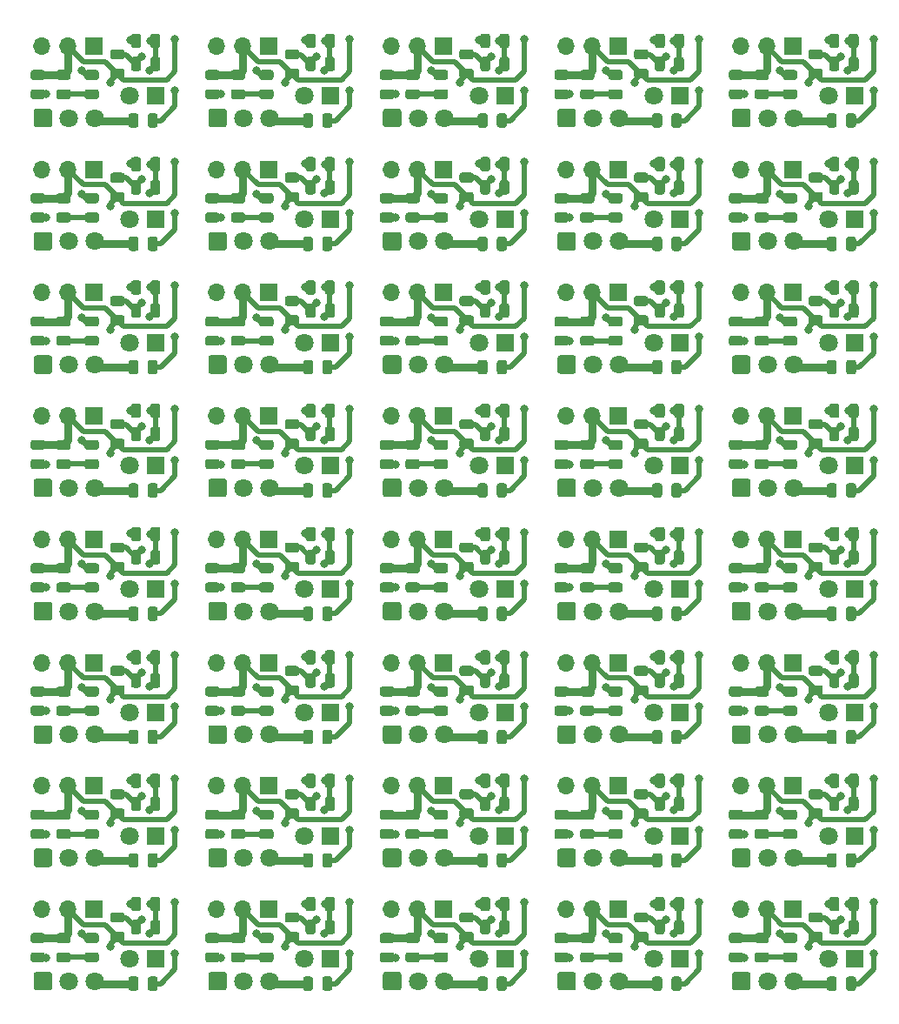
<source format=gbr>
%TF.GenerationSoftware,KiCad,Pcbnew,(5.1.6)-1*%
%TF.CreationDate,2021-08-15T16:57:45+02:00*%
%TF.ProjectId,proxima_panel,70726f78-696d-4615-9f70-616e656c2e6b,rev?*%
%TF.SameCoordinates,Original*%
%TF.FileFunction,Copper,L2,Bot*%
%TF.FilePolarity,Positive*%
%FSLAX46Y46*%
G04 Gerber Fmt 4.6, Leading zero omitted, Abs format (unit mm)*
G04 Created by KiCad (PCBNEW (5.1.6)-1) date 2021-08-15 16:57:45*
%MOMM*%
%LPD*%
G01*
G04 APERTURE LIST*
%TA.AperFunction,ComponentPad*%
%ADD10R,1.800000X1.800000*%
%TD*%
%TA.AperFunction,ComponentPad*%
%ADD11C,1.800000*%
%TD*%
%TA.AperFunction,ComponentPad*%
%ADD12R,1.700000X1.700000*%
%TD*%
%TA.AperFunction,ComponentPad*%
%ADD13O,1.700000X1.700000*%
%TD*%
%TA.AperFunction,ViaPad*%
%ADD14C,0.800000*%
%TD*%
%TA.AperFunction,Conductor*%
%ADD15C,0.500000*%
%TD*%
%TA.AperFunction,Conductor*%
%ADD16C,0.750000*%
%TD*%
G04 APERTURE END LIST*
%TO.P,R1,1*%
%TO.N,Net-(C1-Pad1)*%
%TA.AperFunction,SMDPad,CuDef*%
G36*
G01*
X201456250Y-187675000D02*
X200543750Y-187675000D01*
G75*
G02*
X200300000Y-187431250I0J243750D01*
G01*
X200300000Y-186943750D01*
G75*
G02*
X200543750Y-186700000I243750J0D01*
G01*
X201456250Y-186700000D01*
G75*
G02*
X201700000Y-186943750I0J-243750D01*
G01*
X201700000Y-187431250D01*
G75*
G02*
X201456250Y-187675000I-243750J0D01*
G01*
G37*
%TD.AperFunction*%
%TO.P,R1,2*%
%TO.N,VCC*%
%TA.AperFunction,SMDPad,CuDef*%
G36*
G01*
X201456250Y-185800000D02*
X200543750Y-185800000D01*
G75*
G02*
X200300000Y-185556250I0J243750D01*
G01*
X200300000Y-185068750D01*
G75*
G02*
X200543750Y-184825000I243750J0D01*
G01*
X201456250Y-184825000D01*
G75*
G02*
X201700000Y-185068750I0J-243750D01*
G01*
X201700000Y-185556250D01*
G75*
G02*
X201456250Y-185800000I-243750J0D01*
G01*
G37*
%TD.AperFunction*%
%TD*%
%TO.P,R1,1*%
%TO.N,Net-(C1-Pad1)*%
%TA.AperFunction,SMDPad,CuDef*%
G36*
G01*
X184456250Y-187675000D02*
X183543750Y-187675000D01*
G75*
G02*
X183300000Y-187431250I0J243750D01*
G01*
X183300000Y-186943750D01*
G75*
G02*
X183543750Y-186700000I243750J0D01*
G01*
X184456250Y-186700000D01*
G75*
G02*
X184700000Y-186943750I0J-243750D01*
G01*
X184700000Y-187431250D01*
G75*
G02*
X184456250Y-187675000I-243750J0D01*
G01*
G37*
%TD.AperFunction*%
%TO.P,R1,2*%
%TO.N,VCC*%
%TA.AperFunction,SMDPad,CuDef*%
G36*
G01*
X184456250Y-185800000D02*
X183543750Y-185800000D01*
G75*
G02*
X183300000Y-185556250I0J243750D01*
G01*
X183300000Y-185068750D01*
G75*
G02*
X183543750Y-184825000I243750J0D01*
G01*
X184456250Y-184825000D01*
G75*
G02*
X184700000Y-185068750I0J-243750D01*
G01*
X184700000Y-185556250D01*
G75*
G02*
X184456250Y-185800000I-243750J0D01*
G01*
G37*
%TD.AperFunction*%
%TD*%
%TO.P,R1,1*%
%TO.N,Net-(C1-Pad1)*%
%TA.AperFunction,SMDPad,CuDef*%
G36*
G01*
X167456250Y-187675000D02*
X166543750Y-187675000D01*
G75*
G02*
X166300000Y-187431250I0J243750D01*
G01*
X166300000Y-186943750D01*
G75*
G02*
X166543750Y-186700000I243750J0D01*
G01*
X167456250Y-186700000D01*
G75*
G02*
X167700000Y-186943750I0J-243750D01*
G01*
X167700000Y-187431250D01*
G75*
G02*
X167456250Y-187675000I-243750J0D01*
G01*
G37*
%TD.AperFunction*%
%TO.P,R1,2*%
%TO.N,VCC*%
%TA.AperFunction,SMDPad,CuDef*%
G36*
G01*
X167456250Y-185800000D02*
X166543750Y-185800000D01*
G75*
G02*
X166300000Y-185556250I0J243750D01*
G01*
X166300000Y-185068750D01*
G75*
G02*
X166543750Y-184825000I243750J0D01*
G01*
X167456250Y-184825000D01*
G75*
G02*
X167700000Y-185068750I0J-243750D01*
G01*
X167700000Y-185556250D01*
G75*
G02*
X167456250Y-185800000I-243750J0D01*
G01*
G37*
%TD.AperFunction*%
%TD*%
%TO.P,R1,1*%
%TO.N,Net-(C1-Pad1)*%
%TA.AperFunction,SMDPad,CuDef*%
G36*
G01*
X150456250Y-187675000D02*
X149543750Y-187675000D01*
G75*
G02*
X149300000Y-187431250I0J243750D01*
G01*
X149300000Y-186943750D01*
G75*
G02*
X149543750Y-186700000I243750J0D01*
G01*
X150456250Y-186700000D01*
G75*
G02*
X150700000Y-186943750I0J-243750D01*
G01*
X150700000Y-187431250D01*
G75*
G02*
X150456250Y-187675000I-243750J0D01*
G01*
G37*
%TD.AperFunction*%
%TO.P,R1,2*%
%TO.N,VCC*%
%TA.AperFunction,SMDPad,CuDef*%
G36*
G01*
X150456250Y-185800000D02*
X149543750Y-185800000D01*
G75*
G02*
X149300000Y-185556250I0J243750D01*
G01*
X149300000Y-185068750D01*
G75*
G02*
X149543750Y-184825000I243750J0D01*
G01*
X150456250Y-184825000D01*
G75*
G02*
X150700000Y-185068750I0J-243750D01*
G01*
X150700000Y-185556250D01*
G75*
G02*
X150456250Y-185800000I-243750J0D01*
G01*
G37*
%TD.AperFunction*%
%TD*%
%TO.P,R1,1*%
%TO.N,Net-(C1-Pad1)*%
%TA.AperFunction,SMDPad,CuDef*%
G36*
G01*
X133456250Y-187675000D02*
X132543750Y-187675000D01*
G75*
G02*
X132300000Y-187431250I0J243750D01*
G01*
X132300000Y-186943750D01*
G75*
G02*
X132543750Y-186700000I243750J0D01*
G01*
X133456250Y-186700000D01*
G75*
G02*
X133700000Y-186943750I0J-243750D01*
G01*
X133700000Y-187431250D01*
G75*
G02*
X133456250Y-187675000I-243750J0D01*
G01*
G37*
%TD.AperFunction*%
%TO.P,R1,2*%
%TO.N,VCC*%
%TA.AperFunction,SMDPad,CuDef*%
G36*
G01*
X133456250Y-185800000D02*
X132543750Y-185800000D01*
G75*
G02*
X132300000Y-185556250I0J243750D01*
G01*
X132300000Y-185068750D01*
G75*
G02*
X132543750Y-184825000I243750J0D01*
G01*
X133456250Y-184825000D01*
G75*
G02*
X133700000Y-185068750I0J-243750D01*
G01*
X133700000Y-185556250D01*
G75*
G02*
X133456250Y-185800000I-243750J0D01*
G01*
G37*
%TD.AperFunction*%
%TD*%
%TO.P,R1,1*%
%TO.N,Net-(C1-Pad1)*%
%TA.AperFunction,SMDPad,CuDef*%
G36*
G01*
X201456250Y-175675000D02*
X200543750Y-175675000D01*
G75*
G02*
X200300000Y-175431250I0J243750D01*
G01*
X200300000Y-174943750D01*
G75*
G02*
X200543750Y-174700000I243750J0D01*
G01*
X201456250Y-174700000D01*
G75*
G02*
X201700000Y-174943750I0J-243750D01*
G01*
X201700000Y-175431250D01*
G75*
G02*
X201456250Y-175675000I-243750J0D01*
G01*
G37*
%TD.AperFunction*%
%TO.P,R1,2*%
%TO.N,VCC*%
%TA.AperFunction,SMDPad,CuDef*%
G36*
G01*
X201456250Y-173800000D02*
X200543750Y-173800000D01*
G75*
G02*
X200300000Y-173556250I0J243750D01*
G01*
X200300000Y-173068750D01*
G75*
G02*
X200543750Y-172825000I243750J0D01*
G01*
X201456250Y-172825000D01*
G75*
G02*
X201700000Y-173068750I0J-243750D01*
G01*
X201700000Y-173556250D01*
G75*
G02*
X201456250Y-173800000I-243750J0D01*
G01*
G37*
%TD.AperFunction*%
%TD*%
%TO.P,R1,1*%
%TO.N,Net-(C1-Pad1)*%
%TA.AperFunction,SMDPad,CuDef*%
G36*
G01*
X184456250Y-175675000D02*
X183543750Y-175675000D01*
G75*
G02*
X183300000Y-175431250I0J243750D01*
G01*
X183300000Y-174943750D01*
G75*
G02*
X183543750Y-174700000I243750J0D01*
G01*
X184456250Y-174700000D01*
G75*
G02*
X184700000Y-174943750I0J-243750D01*
G01*
X184700000Y-175431250D01*
G75*
G02*
X184456250Y-175675000I-243750J0D01*
G01*
G37*
%TD.AperFunction*%
%TO.P,R1,2*%
%TO.N,VCC*%
%TA.AperFunction,SMDPad,CuDef*%
G36*
G01*
X184456250Y-173800000D02*
X183543750Y-173800000D01*
G75*
G02*
X183300000Y-173556250I0J243750D01*
G01*
X183300000Y-173068750D01*
G75*
G02*
X183543750Y-172825000I243750J0D01*
G01*
X184456250Y-172825000D01*
G75*
G02*
X184700000Y-173068750I0J-243750D01*
G01*
X184700000Y-173556250D01*
G75*
G02*
X184456250Y-173800000I-243750J0D01*
G01*
G37*
%TD.AperFunction*%
%TD*%
%TO.P,R1,1*%
%TO.N,Net-(C1-Pad1)*%
%TA.AperFunction,SMDPad,CuDef*%
G36*
G01*
X167456250Y-175675000D02*
X166543750Y-175675000D01*
G75*
G02*
X166300000Y-175431250I0J243750D01*
G01*
X166300000Y-174943750D01*
G75*
G02*
X166543750Y-174700000I243750J0D01*
G01*
X167456250Y-174700000D01*
G75*
G02*
X167700000Y-174943750I0J-243750D01*
G01*
X167700000Y-175431250D01*
G75*
G02*
X167456250Y-175675000I-243750J0D01*
G01*
G37*
%TD.AperFunction*%
%TO.P,R1,2*%
%TO.N,VCC*%
%TA.AperFunction,SMDPad,CuDef*%
G36*
G01*
X167456250Y-173800000D02*
X166543750Y-173800000D01*
G75*
G02*
X166300000Y-173556250I0J243750D01*
G01*
X166300000Y-173068750D01*
G75*
G02*
X166543750Y-172825000I243750J0D01*
G01*
X167456250Y-172825000D01*
G75*
G02*
X167700000Y-173068750I0J-243750D01*
G01*
X167700000Y-173556250D01*
G75*
G02*
X167456250Y-173800000I-243750J0D01*
G01*
G37*
%TD.AperFunction*%
%TD*%
%TO.P,R1,1*%
%TO.N,Net-(C1-Pad1)*%
%TA.AperFunction,SMDPad,CuDef*%
G36*
G01*
X150456250Y-175675000D02*
X149543750Y-175675000D01*
G75*
G02*
X149300000Y-175431250I0J243750D01*
G01*
X149300000Y-174943750D01*
G75*
G02*
X149543750Y-174700000I243750J0D01*
G01*
X150456250Y-174700000D01*
G75*
G02*
X150700000Y-174943750I0J-243750D01*
G01*
X150700000Y-175431250D01*
G75*
G02*
X150456250Y-175675000I-243750J0D01*
G01*
G37*
%TD.AperFunction*%
%TO.P,R1,2*%
%TO.N,VCC*%
%TA.AperFunction,SMDPad,CuDef*%
G36*
G01*
X150456250Y-173800000D02*
X149543750Y-173800000D01*
G75*
G02*
X149300000Y-173556250I0J243750D01*
G01*
X149300000Y-173068750D01*
G75*
G02*
X149543750Y-172825000I243750J0D01*
G01*
X150456250Y-172825000D01*
G75*
G02*
X150700000Y-173068750I0J-243750D01*
G01*
X150700000Y-173556250D01*
G75*
G02*
X150456250Y-173800000I-243750J0D01*
G01*
G37*
%TD.AperFunction*%
%TD*%
%TO.P,R1,1*%
%TO.N,Net-(C1-Pad1)*%
%TA.AperFunction,SMDPad,CuDef*%
G36*
G01*
X133456250Y-175675000D02*
X132543750Y-175675000D01*
G75*
G02*
X132300000Y-175431250I0J243750D01*
G01*
X132300000Y-174943750D01*
G75*
G02*
X132543750Y-174700000I243750J0D01*
G01*
X133456250Y-174700000D01*
G75*
G02*
X133700000Y-174943750I0J-243750D01*
G01*
X133700000Y-175431250D01*
G75*
G02*
X133456250Y-175675000I-243750J0D01*
G01*
G37*
%TD.AperFunction*%
%TO.P,R1,2*%
%TO.N,VCC*%
%TA.AperFunction,SMDPad,CuDef*%
G36*
G01*
X133456250Y-173800000D02*
X132543750Y-173800000D01*
G75*
G02*
X132300000Y-173556250I0J243750D01*
G01*
X132300000Y-173068750D01*
G75*
G02*
X132543750Y-172825000I243750J0D01*
G01*
X133456250Y-172825000D01*
G75*
G02*
X133700000Y-173068750I0J-243750D01*
G01*
X133700000Y-173556250D01*
G75*
G02*
X133456250Y-173800000I-243750J0D01*
G01*
G37*
%TD.AperFunction*%
%TD*%
%TO.P,R1,1*%
%TO.N,Net-(C1-Pad1)*%
%TA.AperFunction,SMDPad,CuDef*%
G36*
G01*
X201456250Y-163675000D02*
X200543750Y-163675000D01*
G75*
G02*
X200300000Y-163431250I0J243750D01*
G01*
X200300000Y-162943750D01*
G75*
G02*
X200543750Y-162700000I243750J0D01*
G01*
X201456250Y-162700000D01*
G75*
G02*
X201700000Y-162943750I0J-243750D01*
G01*
X201700000Y-163431250D01*
G75*
G02*
X201456250Y-163675000I-243750J0D01*
G01*
G37*
%TD.AperFunction*%
%TO.P,R1,2*%
%TO.N,VCC*%
%TA.AperFunction,SMDPad,CuDef*%
G36*
G01*
X201456250Y-161800000D02*
X200543750Y-161800000D01*
G75*
G02*
X200300000Y-161556250I0J243750D01*
G01*
X200300000Y-161068750D01*
G75*
G02*
X200543750Y-160825000I243750J0D01*
G01*
X201456250Y-160825000D01*
G75*
G02*
X201700000Y-161068750I0J-243750D01*
G01*
X201700000Y-161556250D01*
G75*
G02*
X201456250Y-161800000I-243750J0D01*
G01*
G37*
%TD.AperFunction*%
%TD*%
%TO.P,R1,1*%
%TO.N,Net-(C1-Pad1)*%
%TA.AperFunction,SMDPad,CuDef*%
G36*
G01*
X184456250Y-163675000D02*
X183543750Y-163675000D01*
G75*
G02*
X183300000Y-163431250I0J243750D01*
G01*
X183300000Y-162943750D01*
G75*
G02*
X183543750Y-162700000I243750J0D01*
G01*
X184456250Y-162700000D01*
G75*
G02*
X184700000Y-162943750I0J-243750D01*
G01*
X184700000Y-163431250D01*
G75*
G02*
X184456250Y-163675000I-243750J0D01*
G01*
G37*
%TD.AperFunction*%
%TO.P,R1,2*%
%TO.N,VCC*%
%TA.AperFunction,SMDPad,CuDef*%
G36*
G01*
X184456250Y-161800000D02*
X183543750Y-161800000D01*
G75*
G02*
X183300000Y-161556250I0J243750D01*
G01*
X183300000Y-161068750D01*
G75*
G02*
X183543750Y-160825000I243750J0D01*
G01*
X184456250Y-160825000D01*
G75*
G02*
X184700000Y-161068750I0J-243750D01*
G01*
X184700000Y-161556250D01*
G75*
G02*
X184456250Y-161800000I-243750J0D01*
G01*
G37*
%TD.AperFunction*%
%TD*%
%TO.P,R1,1*%
%TO.N,Net-(C1-Pad1)*%
%TA.AperFunction,SMDPad,CuDef*%
G36*
G01*
X167456250Y-163675000D02*
X166543750Y-163675000D01*
G75*
G02*
X166300000Y-163431250I0J243750D01*
G01*
X166300000Y-162943750D01*
G75*
G02*
X166543750Y-162700000I243750J0D01*
G01*
X167456250Y-162700000D01*
G75*
G02*
X167700000Y-162943750I0J-243750D01*
G01*
X167700000Y-163431250D01*
G75*
G02*
X167456250Y-163675000I-243750J0D01*
G01*
G37*
%TD.AperFunction*%
%TO.P,R1,2*%
%TO.N,VCC*%
%TA.AperFunction,SMDPad,CuDef*%
G36*
G01*
X167456250Y-161800000D02*
X166543750Y-161800000D01*
G75*
G02*
X166300000Y-161556250I0J243750D01*
G01*
X166300000Y-161068750D01*
G75*
G02*
X166543750Y-160825000I243750J0D01*
G01*
X167456250Y-160825000D01*
G75*
G02*
X167700000Y-161068750I0J-243750D01*
G01*
X167700000Y-161556250D01*
G75*
G02*
X167456250Y-161800000I-243750J0D01*
G01*
G37*
%TD.AperFunction*%
%TD*%
%TO.P,R1,1*%
%TO.N,Net-(C1-Pad1)*%
%TA.AperFunction,SMDPad,CuDef*%
G36*
G01*
X150456250Y-163675000D02*
X149543750Y-163675000D01*
G75*
G02*
X149300000Y-163431250I0J243750D01*
G01*
X149300000Y-162943750D01*
G75*
G02*
X149543750Y-162700000I243750J0D01*
G01*
X150456250Y-162700000D01*
G75*
G02*
X150700000Y-162943750I0J-243750D01*
G01*
X150700000Y-163431250D01*
G75*
G02*
X150456250Y-163675000I-243750J0D01*
G01*
G37*
%TD.AperFunction*%
%TO.P,R1,2*%
%TO.N,VCC*%
%TA.AperFunction,SMDPad,CuDef*%
G36*
G01*
X150456250Y-161800000D02*
X149543750Y-161800000D01*
G75*
G02*
X149300000Y-161556250I0J243750D01*
G01*
X149300000Y-161068750D01*
G75*
G02*
X149543750Y-160825000I243750J0D01*
G01*
X150456250Y-160825000D01*
G75*
G02*
X150700000Y-161068750I0J-243750D01*
G01*
X150700000Y-161556250D01*
G75*
G02*
X150456250Y-161800000I-243750J0D01*
G01*
G37*
%TD.AperFunction*%
%TD*%
%TO.P,R1,1*%
%TO.N,Net-(C1-Pad1)*%
%TA.AperFunction,SMDPad,CuDef*%
G36*
G01*
X133456250Y-163675000D02*
X132543750Y-163675000D01*
G75*
G02*
X132300000Y-163431250I0J243750D01*
G01*
X132300000Y-162943750D01*
G75*
G02*
X132543750Y-162700000I243750J0D01*
G01*
X133456250Y-162700000D01*
G75*
G02*
X133700000Y-162943750I0J-243750D01*
G01*
X133700000Y-163431250D01*
G75*
G02*
X133456250Y-163675000I-243750J0D01*
G01*
G37*
%TD.AperFunction*%
%TO.P,R1,2*%
%TO.N,VCC*%
%TA.AperFunction,SMDPad,CuDef*%
G36*
G01*
X133456250Y-161800000D02*
X132543750Y-161800000D01*
G75*
G02*
X132300000Y-161556250I0J243750D01*
G01*
X132300000Y-161068750D01*
G75*
G02*
X132543750Y-160825000I243750J0D01*
G01*
X133456250Y-160825000D01*
G75*
G02*
X133700000Y-161068750I0J-243750D01*
G01*
X133700000Y-161556250D01*
G75*
G02*
X133456250Y-161800000I-243750J0D01*
G01*
G37*
%TD.AperFunction*%
%TD*%
%TO.P,R1,1*%
%TO.N,Net-(C1-Pad1)*%
%TA.AperFunction,SMDPad,CuDef*%
G36*
G01*
X201456250Y-151675000D02*
X200543750Y-151675000D01*
G75*
G02*
X200300000Y-151431250I0J243750D01*
G01*
X200300000Y-150943750D01*
G75*
G02*
X200543750Y-150700000I243750J0D01*
G01*
X201456250Y-150700000D01*
G75*
G02*
X201700000Y-150943750I0J-243750D01*
G01*
X201700000Y-151431250D01*
G75*
G02*
X201456250Y-151675000I-243750J0D01*
G01*
G37*
%TD.AperFunction*%
%TO.P,R1,2*%
%TO.N,VCC*%
%TA.AperFunction,SMDPad,CuDef*%
G36*
G01*
X201456250Y-149800000D02*
X200543750Y-149800000D01*
G75*
G02*
X200300000Y-149556250I0J243750D01*
G01*
X200300000Y-149068750D01*
G75*
G02*
X200543750Y-148825000I243750J0D01*
G01*
X201456250Y-148825000D01*
G75*
G02*
X201700000Y-149068750I0J-243750D01*
G01*
X201700000Y-149556250D01*
G75*
G02*
X201456250Y-149800000I-243750J0D01*
G01*
G37*
%TD.AperFunction*%
%TD*%
%TO.P,R1,1*%
%TO.N,Net-(C1-Pad1)*%
%TA.AperFunction,SMDPad,CuDef*%
G36*
G01*
X184456250Y-151675000D02*
X183543750Y-151675000D01*
G75*
G02*
X183300000Y-151431250I0J243750D01*
G01*
X183300000Y-150943750D01*
G75*
G02*
X183543750Y-150700000I243750J0D01*
G01*
X184456250Y-150700000D01*
G75*
G02*
X184700000Y-150943750I0J-243750D01*
G01*
X184700000Y-151431250D01*
G75*
G02*
X184456250Y-151675000I-243750J0D01*
G01*
G37*
%TD.AperFunction*%
%TO.P,R1,2*%
%TO.N,VCC*%
%TA.AperFunction,SMDPad,CuDef*%
G36*
G01*
X184456250Y-149800000D02*
X183543750Y-149800000D01*
G75*
G02*
X183300000Y-149556250I0J243750D01*
G01*
X183300000Y-149068750D01*
G75*
G02*
X183543750Y-148825000I243750J0D01*
G01*
X184456250Y-148825000D01*
G75*
G02*
X184700000Y-149068750I0J-243750D01*
G01*
X184700000Y-149556250D01*
G75*
G02*
X184456250Y-149800000I-243750J0D01*
G01*
G37*
%TD.AperFunction*%
%TD*%
%TO.P,R1,1*%
%TO.N,Net-(C1-Pad1)*%
%TA.AperFunction,SMDPad,CuDef*%
G36*
G01*
X167456250Y-151675000D02*
X166543750Y-151675000D01*
G75*
G02*
X166300000Y-151431250I0J243750D01*
G01*
X166300000Y-150943750D01*
G75*
G02*
X166543750Y-150700000I243750J0D01*
G01*
X167456250Y-150700000D01*
G75*
G02*
X167700000Y-150943750I0J-243750D01*
G01*
X167700000Y-151431250D01*
G75*
G02*
X167456250Y-151675000I-243750J0D01*
G01*
G37*
%TD.AperFunction*%
%TO.P,R1,2*%
%TO.N,VCC*%
%TA.AperFunction,SMDPad,CuDef*%
G36*
G01*
X167456250Y-149800000D02*
X166543750Y-149800000D01*
G75*
G02*
X166300000Y-149556250I0J243750D01*
G01*
X166300000Y-149068750D01*
G75*
G02*
X166543750Y-148825000I243750J0D01*
G01*
X167456250Y-148825000D01*
G75*
G02*
X167700000Y-149068750I0J-243750D01*
G01*
X167700000Y-149556250D01*
G75*
G02*
X167456250Y-149800000I-243750J0D01*
G01*
G37*
%TD.AperFunction*%
%TD*%
%TO.P,R1,1*%
%TO.N,Net-(C1-Pad1)*%
%TA.AperFunction,SMDPad,CuDef*%
G36*
G01*
X150456250Y-151675000D02*
X149543750Y-151675000D01*
G75*
G02*
X149300000Y-151431250I0J243750D01*
G01*
X149300000Y-150943750D01*
G75*
G02*
X149543750Y-150700000I243750J0D01*
G01*
X150456250Y-150700000D01*
G75*
G02*
X150700000Y-150943750I0J-243750D01*
G01*
X150700000Y-151431250D01*
G75*
G02*
X150456250Y-151675000I-243750J0D01*
G01*
G37*
%TD.AperFunction*%
%TO.P,R1,2*%
%TO.N,VCC*%
%TA.AperFunction,SMDPad,CuDef*%
G36*
G01*
X150456250Y-149800000D02*
X149543750Y-149800000D01*
G75*
G02*
X149300000Y-149556250I0J243750D01*
G01*
X149300000Y-149068750D01*
G75*
G02*
X149543750Y-148825000I243750J0D01*
G01*
X150456250Y-148825000D01*
G75*
G02*
X150700000Y-149068750I0J-243750D01*
G01*
X150700000Y-149556250D01*
G75*
G02*
X150456250Y-149800000I-243750J0D01*
G01*
G37*
%TD.AperFunction*%
%TD*%
%TO.P,R1,1*%
%TO.N,Net-(C1-Pad1)*%
%TA.AperFunction,SMDPad,CuDef*%
G36*
G01*
X133456250Y-151675000D02*
X132543750Y-151675000D01*
G75*
G02*
X132300000Y-151431250I0J243750D01*
G01*
X132300000Y-150943750D01*
G75*
G02*
X132543750Y-150700000I243750J0D01*
G01*
X133456250Y-150700000D01*
G75*
G02*
X133700000Y-150943750I0J-243750D01*
G01*
X133700000Y-151431250D01*
G75*
G02*
X133456250Y-151675000I-243750J0D01*
G01*
G37*
%TD.AperFunction*%
%TO.P,R1,2*%
%TO.N,VCC*%
%TA.AperFunction,SMDPad,CuDef*%
G36*
G01*
X133456250Y-149800000D02*
X132543750Y-149800000D01*
G75*
G02*
X132300000Y-149556250I0J243750D01*
G01*
X132300000Y-149068750D01*
G75*
G02*
X132543750Y-148825000I243750J0D01*
G01*
X133456250Y-148825000D01*
G75*
G02*
X133700000Y-149068750I0J-243750D01*
G01*
X133700000Y-149556250D01*
G75*
G02*
X133456250Y-149800000I-243750J0D01*
G01*
G37*
%TD.AperFunction*%
%TD*%
%TO.P,R1,1*%
%TO.N,Net-(C1-Pad1)*%
%TA.AperFunction,SMDPad,CuDef*%
G36*
G01*
X201456250Y-139675000D02*
X200543750Y-139675000D01*
G75*
G02*
X200300000Y-139431250I0J243750D01*
G01*
X200300000Y-138943750D01*
G75*
G02*
X200543750Y-138700000I243750J0D01*
G01*
X201456250Y-138700000D01*
G75*
G02*
X201700000Y-138943750I0J-243750D01*
G01*
X201700000Y-139431250D01*
G75*
G02*
X201456250Y-139675000I-243750J0D01*
G01*
G37*
%TD.AperFunction*%
%TO.P,R1,2*%
%TO.N,VCC*%
%TA.AperFunction,SMDPad,CuDef*%
G36*
G01*
X201456250Y-137800000D02*
X200543750Y-137800000D01*
G75*
G02*
X200300000Y-137556250I0J243750D01*
G01*
X200300000Y-137068750D01*
G75*
G02*
X200543750Y-136825000I243750J0D01*
G01*
X201456250Y-136825000D01*
G75*
G02*
X201700000Y-137068750I0J-243750D01*
G01*
X201700000Y-137556250D01*
G75*
G02*
X201456250Y-137800000I-243750J0D01*
G01*
G37*
%TD.AperFunction*%
%TD*%
%TO.P,R1,1*%
%TO.N,Net-(C1-Pad1)*%
%TA.AperFunction,SMDPad,CuDef*%
G36*
G01*
X184456250Y-139675000D02*
X183543750Y-139675000D01*
G75*
G02*
X183300000Y-139431250I0J243750D01*
G01*
X183300000Y-138943750D01*
G75*
G02*
X183543750Y-138700000I243750J0D01*
G01*
X184456250Y-138700000D01*
G75*
G02*
X184700000Y-138943750I0J-243750D01*
G01*
X184700000Y-139431250D01*
G75*
G02*
X184456250Y-139675000I-243750J0D01*
G01*
G37*
%TD.AperFunction*%
%TO.P,R1,2*%
%TO.N,VCC*%
%TA.AperFunction,SMDPad,CuDef*%
G36*
G01*
X184456250Y-137800000D02*
X183543750Y-137800000D01*
G75*
G02*
X183300000Y-137556250I0J243750D01*
G01*
X183300000Y-137068750D01*
G75*
G02*
X183543750Y-136825000I243750J0D01*
G01*
X184456250Y-136825000D01*
G75*
G02*
X184700000Y-137068750I0J-243750D01*
G01*
X184700000Y-137556250D01*
G75*
G02*
X184456250Y-137800000I-243750J0D01*
G01*
G37*
%TD.AperFunction*%
%TD*%
%TO.P,R1,1*%
%TO.N,Net-(C1-Pad1)*%
%TA.AperFunction,SMDPad,CuDef*%
G36*
G01*
X167456250Y-139675000D02*
X166543750Y-139675000D01*
G75*
G02*
X166300000Y-139431250I0J243750D01*
G01*
X166300000Y-138943750D01*
G75*
G02*
X166543750Y-138700000I243750J0D01*
G01*
X167456250Y-138700000D01*
G75*
G02*
X167700000Y-138943750I0J-243750D01*
G01*
X167700000Y-139431250D01*
G75*
G02*
X167456250Y-139675000I-243750J0D01*
G01*
G37*
%TD.AperFunction*%
%TO.P,R1,2*%
%TO.N,VCC*%
%TA.AperFunction,SMDPad,CuDef*%
G36*
G01*
X167456250Y-137800000D02*
X166543750Y-137800000D01*
G75*
G02*
X166300000Y-137556250I0J243750D01*
G01*
X166300000Y-137068750D01*
G75*
G02*
X166543750Y-136825000I243750J0D01*
G01*
X167456250Y-136825000D01*
G75*
G02*
X167700000Y-137068750I0J-243750D01*
G01*
X167700000Y-137556250D01*
G75*
G02*
X167456250Y-137800000I-243750J0D01*
G01*
G37*
%TD.AperFunction*%
%TD*%
%TO.P,R1,1*%
%TO.N,Net-(C1-Pad1)*%
%TA.AperFunction,SMDPad,CuDef*%
G36*
G01*
X150456250Y-139675000D02*
X149543750Y-139675000D01*
G75*
G02*
X149300000Y-139431250I0J243750D01*
G01*
X149300000Y-138943750D01*
G75*
G02*
X149543750Y-138700000I243750J0D01*
G01*
X150456250Y-138700000D01*
G75*
G02*
X150700000Y-138943750I0J-243750D01*
G01*
X150700000Y-139431250D01*
G75*
G02*
X150456250Y-139675000I-243750J0D01*
G01*
G37*
%TD.AperFunction*%
%TO.P,R1,2*%
%TO.N,VCC*%
%TA.AperFunction,SMDPad,CuDef*%
G36*
G01*
X150456250Y-137800000D02*
X149543750Y-137800000D01*
G75*
G02*
X149300000Y-137556250I0J243750D01*
G01*
X149300000Y-137068750D01*
G75*
G02*
X149543750Y-136825000I243750J0D01*
G01*
X150456250Y-136825000D01*
G75*
G02*
X150700000Y-137068750I0J-243750D01*
G01*
X150700000Y-137556250D01*
G75*
G02*
X150456250Y-137800000I-243750J0D01*
G01*
G37*
%TD.AperFunction*%
%TD*%
%TO.P,R1,1*%
%TO.N,Net-(C1-Pad1)*%
%TA.AperFunction,SMDPad,CuDef*%
G36*
G01*
X133456250Y-139675000D02*
X132543750Y-139675000D01*
G75*
G02*
X132300000Y-139431250I0J243750D01*
G01*
X132300000Y-138943750D01*
G75*
G02*
X132543750Y-138700000I243750J0D01*
G01*
X133456250Y-138700000D01*
G75*
G02*
X133700000Y-138943750I0J-243750D01*
G01*
X133700000Y-139431250D01*
G75*
G02*
X133456250Y-139675000I-243750J0D01*
G01*
G37*
%TD.AperFunction*%
%TO.P,R1,2*%
%TO.N,VCC*%
%TA.AperFunction,SMDPad,CuDef*%
G36*
G01*
X133456250Y-137800000D02*
X132543750Y-137800000D01*
G75*
G02*
X132300000Y-137556250I0J243750D01*
G01*
X132300000Y-137068750D01*
G75*
G02*
X132543750Y-136825000I243750J0D01*
G01*
X133456250Y-136825000D01*
G75*
G02*
X133700000Y-137068750I0J-243750D01*
G01*
X133700000Y-137556250D01*
G75*
G02*
X133456250Y-137800000I-243750J0D01*
G01*
G37*
%TD.AperFunction*%
%TD*%
%TO.P,R1,1*%
%TO.N,Net-(C1-Pad1)*%
%TA.AperFunction,SMDPad,CuDef*%
G36*
G01*
X201456250Y-127675000D02*
X200543750Y-127675000D01*
G75*
G02*
X200300000Y-127431250I0J243750D01*
G01*
X200300000Y-126943750D01*
G75*
G02*
X200543750Y-126700000I243750J0D01*
G01*
X201456250Y-126700000D01*
G75*
G02*
X201700000Y-126943750I0J-243750D01*
G01*
X201700000Y-127431250D01*
G75*
G02*
X201456250Y-127675000I-243750J0D01*
G01*
G37*
%TD.AperFunction*%
%TO.P,R1,2*%
%TO.N,VCC*%
%TA.AperFunction,SMDPad,CuDef*%
G36*
G01*
X201456250Y-125800000D02*
X200543750Y-125800000D01*
G75*
G02*
X200300000Y-125556250I0J243750D01*
G01*
X200300000Y-125068750D01*
G75*
G02*
X200543750Y-124825000I243750J0D01*
G01*
X201456250Y-124825000D01*
G75*
G02*
X201700000Y-125068750I0J-243750D01*
G01*
X201700000Y-125556250D01*
G75*
G02*
X201456250Y-125800000I-243750J0D01*
G01*
G37*
%TD.AperFunction*%
%TD*%
%TO.P,R1,1*%
%TO.N,Net-(C1-Pad1)*%
%TA.AperFunction,SMDPad,CuDef*%
G36*
G01*
X184456250Y-127675000D02*
X183543750Y-127675000D01*
G75*
G02*
X183300000Y-127431250I0J243750D01*
G01*
X183300000Y-126943750D01*
G75*
G02*
X183543750Y-126700000I243750J0D01*
G01*
X184456250Y-126700000D01*
G75*
G02*
X184700000Y-126943750I0J-243750D01*
G01*
X184700000Y-127431250D01*
G75*
G02*
X184456250Y-127675000I-243750J0D01*
G01*
G37*
%TD.AperFunction*%
%TO.P,R1,2*%
%TO.N,VCC*%
%TA.AperFunction,SMDPad,CuDef*%
G36*
G01*
X184456250Y-125800000D02*
X183543750Y-125800000D01*
G75*
G02*
X183300000Y-125556250I0J243750D01*
G01*
X183300000Y-125068750D01*
G75*
G02*
X183543750Y-124825000I243750J0D01*
G01*
X184456250Y-124825000D01*
G75*
G02*
X184700000Y-125068750I0J-243750D01*
G01*
X184700000Y-125556250D01*
G75*
G02*
X184456250Y-125800000I-243750J0D01*
G01*
G37*
%TD.AperFunction*%
%TD*%
%TO.P,R1,1*%
%TO.N,Net-(C1-Pad1)*%
%TA.AperFunction,SMDPad,CuDef*%
G36*
G01*
X167456250Y-127675000D02*
X166543750Y-127675000D01*
G75*
G02*
X166300000Y-127431250I0J243750D01*
G01*
X166300000Y-126943750D01*
G75*
G02*
X166543750Y-126700000I243750J0D01*
G01*
X167456250Y-126700000D01*
G75*
G02*
X167700000Y-126943750I0J-243750D01*
G01*
X167700000Y-127431250D01*
G75*
G02*
X167456250Y-127675000I-243750J0D01*
G01*
G37*
%TD.AperFunction*%
%TO.P,R1,2*%
%TO.N,VCC*%
%TA.AperFunction,SMDPad,CuDef*%
G36*
G01*
X167456250Y-125800000D02*
X166543750Y-125800000D01*
G75*
G02*
X166300000Y-125556250I0J243750D01*
G01*
X166300000Y-125068750D01*
G75*
G02*
X166543750Y-124825000I243750J0D01*
G01*
X167456250Y-124825000D01*
G75*
G02*
X167700000Y-125068750I0J-243750D01*
G01*
X167700000Y-125556250D01*
G75*
G02*
X167456250Y-125800000I-243750J0D01*
G01*
G37*
%TD.AperFunction*%
%TD*%
%TO.P,R1,1*%
%TO.N,Net-(C1-Pad1)*%
%TA.AperFunction,SMDPad,CuDef*%
G36*
G01*
X150456250Y-127675000D02*
X149543750Y-127675000D01*
G75*
G02*
X149300000Y-127431250I0J243750D01*
G01*
X149300000Y-126943750D01*
G75*
G02*
X149543750Y-126700000I243750J0D01*
G01*
X150456250Y-126700000D01*
G75*
G02*
X150700000Y-126943750I0J-243750D01*
G01*
X150700000Y-127431250D01*
G75*
G02*
X150456250Y-127675000I-243750J0D01*
G01*
G37*
%TD.AperFunction*%
%TO.P,R1,2*%
%TO.N,VCC*%
%TA.AperFunction,SMDPad,CuDef*%
G36*
G01*
X150456250Y-125800000D02*
X149543750Y-125800000D01*
G75*
G02*
X149300000Y-125556250I0J243750D01*
G01*
X149300000Y-125068750D01*
G75*
G02*
X149543750Y-124825000I243750J0D01*
G01*
X150456250Y-124825000D01*
G75*
G02*
X150700000Y-125068750I0J-243750D01*
G01*
X150700000Y-125556250D01*
G75*
G02*
X150456250Y-125800000I-243750J0D01*
G01*
G37*
%TD.AperFunction*%
%TD*%
%TO.P,R1,1*%
%TO.N,Net-(C1-Pad1)*%
%TA.AperFunction,SMDPad,CuDef*%
G36*
G01*
X133456250Y-127675000D02*
X132543750Y-127675000D01*
G75*
G02*
X132300000Y-127431250I0J243750D01*
G01*
X132300000Y-126943750D01*
G75*
G02*
X132543750Y-126700000I243750J0D01*
G01*
X133456250Y-126700000D01*
G75*
G02*
X133700000Y-126943750I0J-243750D01*
G01*
X133700000Y-127431250D01*
G75*
G02*
X133456250Y-127675000I-243750J0D01*
G01*
G37*
%TD.AperFunction*%
%TO.P,R1,2*%
%TO.N,VCC*%
%TA.AperFunction,SMDPad,CuDef*%
G36*
G01*
X133456250Y-125800000D02*
X132543750Y-125800000D01*
G75*
G02*
X132300000Y-125556250I0J243750D01*
G01*
X132300000Y-125068750D01*
G75*
G02*
X132543750Y-124825000I243750J0D01*
G01*
X133456250Y-124825000D01*
G75*
G02*
X133700000Y-125068750I0J-243750D01*
G01*
X133700000Y-125556250D01*
G75*
G02*
X133456250Y-125800000I-243750J0D01*
G01*
G37*
%TD.AperFunction*%
%TD*%
%TO.P,R1,1*%
%TO.N,Net-(C1-Pad1)*%
%TA.AperFunction,SMDPad,CuDef*%
G36*
G01*
X201456250Y-115675000D02*
X200543750Y-115675000D01*
G75*
G02*
X200300000Y-115431250I0J243750D01*
G01*
X200300000Y-114943750D01*
G75*
G02*
X200543750Y-114700000I243750J0D01*
G01*
X201456250Y-114700000D01*
G75*
G02*
X201700000Y-114943750I0J-243750D01*
G01*
X201700000Y-115431250D01*
G75*
G02*
X201456250Y-115675000I-243750J0D01*
G01*
G37*
%TD.AperFunction*%
%TO.P,R1,2*%
%TO.N,VCC*%
%TA.AperFunction,SMDPad,CuDef*%
G36*
G01*
X201456250Y-113800000D02*
X200543750Y-113800000D01*
G75*
G02*
X200300000Y-113556250I0J243750D01*
G01*
X200300000Y-113068750D01*
G75*
G02*
X200543750Y-112825000I243750J0D01*
G01*
X201456250Y-112825000D01*
G75*
G02*
X201700000Y-113068750I0J-243750D01*
G01*
X201700000Y-113556250D01*
G75*
G02*
X201456250Y-113800000I-243750J0D01*
G01*
G37*
%TD.AperFunction*%
%TD*%
%TO.P,R1,1*%
%TO.N,Net-(C1-Pad1)*%
%TA.AperFunction,SMDPad,CuDef*%
G36*
G01*
X184456250Y-115675000D02*
X183543750Y-115675000D01*
G75*
G02*
X183300000Y-115431250I0J243750D01*
G01*
X183300000Y-114943750D01*
G75*
G02*
X183543750Y-114700000I243750J0D01*
G01*
X184456250Y-114700000D01*
G75*
G02*
X184700000Y-114943750I0J-243750D01*
G01*
X184700000Y-115431250D01*
G75*
G02*
X184456250Y-115675000I-243750J0D01*
G01*
G37*
%TD.AperFunction*%
%TO.P,R1,2*%
%TO.N,VCC*%
%TA.AperFunction,SMDPad,CuDef*%
G36*
G01*
X184456250Y-113800000D02*
X183543750Y-113800000D01*
G75*
G02*
X183300000Y-113556250I0J243750D01*
G01*
X183300000Y-113068750D01*
G75*
G02*
X183543750Y-112825000I243750J0D01*
G01*
X184456250Y-112825000D01*
G75*
G02*
X184700000Y-113068750I0J-243750D01*
G01*
X184700000Y-113556250D01*
G75*
G02*
X184456250Y-113800000I-243750J0D01*
G01*
G37*
%TD.AperFunction*%
%TD*%
%TO.P,R1,1*%
%TO.N,Net-(C1-Pad1)*%
%TA.AperFunction,SMDPad,CuDef*%
G36*
G01*
X167456250Y-115675000D02*
X166543750Y-115675000D01*
G75*
G02*
X166300000Y-115431250I0J243750D01*
G01*
X166300000Y-114943750D01*
G75*
G02*
X166543750Y-114700000I243750J0D01*
G01*
X167456250Y-114700000D01*
G75*
G02*
X167700000Y-114943750I0J-243750D01*
G01*
X167700000Y-115431250D01*
G75*
G02*
X167456250Y-115675000I-243750J0D01*
G01*
G37*
%TD.AperFunction*%
%TO.P,R1,2*%
%TO.N,VCC*%
%TA.AperFunction,SMDPad,CuDef*%
G36*
G01*
X167456250Y-113800000D02*
X166543750Y-113800000D01*
G75*
G02*
X166300000Y-113556250I0J243750D01*
G01*
X166300000Y-113068750D01*
G75*
G02*
X166543750Y-112825000I243750J0D01*
G01*
X167456250Y-112825000D01*
G75*
G02*
X167700000Y-113068750I0J-243750D01*
G01*
X167700000Y-113556250D01*
G75*
G02*
X167456250Y-113800000I-243750J0D01*
G01*
G37*
%TD.AperFunction*%
%TD*%
%TO.P,R1,1*%
%TO.N,Net-(C1-Pad1)*%
%TA.AperFunction,SMDPad,CuDef*%
G36*
G01*
X150456250Y-115675000D02*
X149543750Y-115675000D01*
G75*
G02*
X149300000Y-115431250I0J243750D01*
G01*
X149300000Y-114943750D01*
G75*
G02*
X149543750Y-114700000I243750J0D01*
G01*
X150456250Y-114700000D01*
G75*
G02*
X150700000Y-114943750I0J-243750D01*
G01*
X150700000Y-115431250D01*
G75*
G02*
X150456250Y-115675000I-243750J0D01*
G01*
G37*
%TD.AperFunction*%
%TO.P,R1,2*%
%TO.N,VCC*%
%TA.AperFunction,SMDPad,CuDef*%
G36*
G01*
X150456250Y-113800000D02*
X149543750Y-113800000D01*
G75*
G02*
X149300000Y-113556250I0J243750D01*
G01*
X149300000Y-113068750D01*
G75*
G02*
X149543750Y-112825000I243750J0D01*
G01*
X150456250Y-112825000D01*
G75*
G02*
X150700000Y-113068750I0J-243750D01*
G01*
X150700000Y-113556250D01*
G75*
G02*
X150456250Y-113800000I-243750J0D01*
G01*
G37*
%TD.AperFunction*%
%TD*%
%TO.P,R1,1*%
%TO.N,Net-(C1-Pad1)*%
%TA.AperFunction,SMDPad,CuDef*%
G36*
G01*
X133456250Y-115675000D02*
X132543750Y-115675000D01*
G75*
G02*
X132300000Y-115431250I0J243750D01*
G01*
X132300000Y-114943750D01*
G75*
G02*
X132543750Y-114700000I243750J0D01*
G01*
X133456250Y-114700000D01*
G75*
G02*
X133700000Y-114943750I0J-243750D01*
G01*
X133700000Y-115431250D01*
G75*
G02*
X133456250Y-115675000I-243750J0D01*
G01*
G37*
%TD.AperFunction*%
%TO.P,R1,2*%
%TO.N,VCC*%
%TA.AperFunction,SMDPad,CuDef*%
G36*
G01*
X133456250Y-113800000D02*
X132543750Y-113800000D01*
G75*
G02*
X132300000Y-113556250I0J243750D01*
G01*
X132300000Y-113068750D01*
G75*
G02*
X132543750Y-112825000I243750J0D01*
G01*
X133456250Y-112825000D01*
G75*
G02*
X133700000Y-113068750I0J-243750D01*
G01*
X133700000Y-113556250D01*
G75*
G02*
X133456250Y-113800000I-243750J0D01*
G01*
G37*
%TD.AperFunction*%
%TD*%
%TO.P,R1,1*%
%TO.N,Net-(C1-Pad1)*%
%TA.AperFunction,SMDPad,CuDef*%
G36*
G01*
X201456250Y-103675000D02*
X200543750Y-103675000D01*
G75*
G02*
X200300000Y-103431250I0J243750D01*
G01*
X200300000Y-102943750D01*
G75*
G02*
X200543750Y-102700000I243750J0D01*
G01*
X201456250Y-102700000D01*
G75*
G02*
X201700000Y-102943750I0J-243750D01*
G01*
X201700000Y-103431250D01*
G75*
G02*
X201456250Y-103675000I-243750J0D01*
G01*
G37*
%TD.AperFunction*%
%TO.P,R1,2*%
%TO.N,VCC*%
%TA.AperFunction,SMDPad,CuDef*%
G36*
G01*
X201456250Y-101800000D02*
X200543750Y-101800000D01*
G75*
G02*
X200300000Y-101556250I0J243750D01*
G01*
X200300000Y-101068750D01*
G75*
G02*
X200543750Y-100825000I243750J0D01*
G01*
X201456250Y-100825000D01*
G75*
G02*
X201700000Y-101068750I0J-243750D01*
G01*
X201700000Y-101556250D01*
G75*
G02*
X201456250Y-101800000I-243750J0D01*
G01*
G37*
%TD.AperFunction*%
%TD*%
%TO.P,R1,1*%
%TO.N,Net-(C1-Pad1)*%
%TA.AperFunction,SMDPad,CuDef*%
G36*
G01*
X184456250Y-103675000D02*
X183543750Y-103675000D01*
G75*
G02*
X183300000Y-103431250I0J243750D01*
G01*
X183300000Y-102943750D01*
G75*
G02*
X183543750Y-102700000I243750J0D01*
G01*
X184456250Y-102700000D01*
G75*
G02*
X184700000Y-102943750I0J-243750D01*
G01*
X184700000Y-103431250D01*
G75*
G02*
X184456250Y-103675000I-243750J0D01*
G01*
G37*
%TD.AperFunction*%
%TO.P,R1,2*%
%TO.N,VCC*%
%TA.AperFunction,SMDPad,CuDef*%
G36*
G01*
X184456250Y-101800000D02*
X183543750Y-101800000D01*
G75*
G02*
X183300000Y-101556250I0J243750D01*
G01*
X183300000Y-101068750D01*
G75*
G02*
X183543750Y-100825000I243750J0D01*
G01*
X184456250Y-100825000D01*
G75*
G02*
X184700000Y-101068750I0J-243750D01*
G01*
X184700000Y-101556250D01*
G75*
G02*
X184456250Y-101800000I-243750J0D01*
G01*
G37*
%TD.AperFunction*%
%TD*%
%TO.P,R1,1*%
%TO.N,Net-(C1-Pad1)*%
%TA.AperFunction,SMDPad,CuDef*%
G36*
G01*
X167456250Y-103675000D02*
X166543750Y-103675000D01*
G75*
G02*
X166300000Y-103431250I0J243750D01*
G01*
X166300000Y-102943750D01*
G75*
G02*
X166543750Y-102700000I243750J0D01*
G01*
X167456250Y-102700000D01*
G75*
G02*
X167700000Y-102943750I0J-243750D01*
G01*
X167700000Y-103431250D01*
G75*
G02*
X167456250Y-103675000I-243750J0D01*
G01*
G37*
%TD.AperFunction*%
%TO.P,R1,2*%
%TO.N,VCC*%
%TA.AperFunction,SMDPad,CuDef*%
G36*
G01*
X167456250Y-101800000D02*
X166543750Y-101800000D01*
G75*
G02*
X166300000Y-101556250I0J243750D01*
G01*
X166300000Y-101068750D01*
G75*
G02*
X166543750Y-100825000I243750J0D01*
G01*
X167456250Y-100825000D01*
G75*
G02*
X167700000Y-101068750I0J-243750D01*
G01*
X167700000Y-101556250D01*
G75*
G02*
X167456250Y-101800000I-243750J0D01*
G01*
G37*
%TD.AperFunction*%
%TD*%
%TO.P,R1,1*%
%TO.N,Net-(C1-Pad1)*%
%TA.AperFunction,SMDPad,CuDef*%
G36*
G01*
X150456250Y-103675000D02*
X149543750Y-103675000D01*
G75*
G02*
X149300000Y-103431250I0J243750D01*
G01*
X149300000Y-102943750D01*
G75*
G02*
X149543750Y-102700000I243750J0D01*
G01*
X150456250Y-102700000D01*
G75*
G02*
X150700000Y-102943750I0J-243750D01*
G01*
X150700000Y-103431250D01*
G75*
G02*
X150456250Y-103675000I-243750J0D01*
G01*
G37*
%TD.AperFunction*%
%TO.P,R1,2*%
%TO.N,VCC*%
%TA.AperFunction,SMDPad,CuDef*%
G36*
G01*
X150456250Y-101800000D02*
X149543750Y-101800000D01*
G75*
G02*
X149300000Y-101556250I0J243750D01*
G01*
X149300000Y-101068750D01*
G75*
G02*
X149543750Y-100825000I243750J0D01*
G01*
X150456250Y-100825000D01*
G75*
G02*
X150700000Y-101068750I0J-243750D01*
G01*
X150700000Y-101556250D01*
G75*
G02*
X150456250Y-101800000I-243750J0D01*
G01*
G37*
%TD.AperFunction*%
%TD*%
%TO.P,R5,2*%
%TO.N,OUTPUT_INVERTED*%
%TA.AperFunction,SMDPad,CuDef*%
G36*
G01*
X206706250Y-185800000D02*
X205793750Y-185800000D01*
G75*
G02*
X205550000Y-185556250I0J243750D01*
G01*
X205550000Y-185068750D01*
G75*
G02*
X205793750Y-184825000I243750J0D01*
G01*
X206706250Y-184825000D01*
G75*
G02*
X206950000Y-185068750I0J-243750D01*
G01*
X206950000Y-185556250D01*
G75*
G02*
X206706250Y-185800000I-243750J0D01*
G01*
G37*
%TD.AperFunction*%
%TO.P,R5,1*%
%TO.N,Net-(D2-Pad1)*%
%TA.AperFunction,SMDPad,CuDef*%
G36*
G01*
X206706250Y-187675000D02*
X205793750Y-187675000D01*
G75*
G02*
X205550000Y-187431250I0J243750D01*
G01*
X205550000Y-186943750D01*
G75*
G02*
X205793750Y-186700000I243750J0D01*
G01*
X206706250Y-186700000D01*
G75*
G02*
X206950000Y-186943750I0J-243750D01*
G01*
X206950000Y-187431250D01*
G75*
G02*
X206706250Y-187675000I-243750J0D01*
G01*
G37*
%TD.AperFunction*%
%TD*%
%TO.P,R5,2*%
%TO.N,OUTPUT_INVERTED*%
%TA.AperFunction,SMDPad,CuDef*%
G36*
G01*
X189706250Y-185800000D02*
X188793750Y-185800000D01*
G75*
G02*
X188550000Y-185556250I0J243750D01*
G01*
X188550000Y-185068750D01*
G75*
G02*
X188793750Y-184825000I243750J0D01*
G01*
X189706250Y-184825000D01*
G75*
G02*
X189950000Y-185068750I0J-243750D01*
G01*
X189950000Y-185556250D01*
G75*
G02*
X189706250Y-185800000I-243750J0D01*
G01*
G37*
%TD.AperFunction*%
%TO.P,R5,1*%
%TO.N,Net-(D2-Pad1)*%
%TA.AperFunction,SMDPad,CuDef*%
G36*
G01*
X189706250Y-187675000D02*
X188793750Y-187675000D01*
G75*
G02*
X188550000Y-187431250I0J243750D01*
G01*
X188550000Y-186943750D01*
G75*
G02*
X188793750Y-186700000I243750J0D01*
G01*
X189706250Y-186700000D01*
G75*
G02*
X189950000Y-186943750I0J-243750D01*
G01*
X189950000Y-187431250D01*
G75*
G02*
X189706250Y-187675000I-243750J0D01*
G01*
G37*
%TD.AperFunction*%
%TD*%
%TO.P,R5,2*%
%TO.N,OUTPUT_INVERTED*%
%TA.AperFunction,SMDPad,CuDef*%
G36*
G01*
X172706250Y-185800000D02*
X171793750Y-185800000D01*
G75*
G02*
X171550000Y-185556250I0J243750D01*
G01*
X171550000Y-185068750D01*
G75*
G02*
X171793750Y-184825000I243750J0D01*
G01*
X172706250Y-184825000D01*
G75*
G02*
X172950000Y-185068750I0J-243750D01*
G01*
X172950000Y-185556250D01*
G75*
G02*
X172706250Y-185800000I-243750J0D01*
G01*
G37*
%TD.AperFunction*%
%TO.P,R5,1*%
%TO.N,Net-(D2-Pad1)*%
%TA.AperFunction,SMDPad,CuDef*%
G36*
G01*
X172706250Y-187675000D02*
X171793750Y-187675000D01*
G75*
G02*
X171550000Y-187431250I0J243750D01*
G01*
X171550000Y-186943750D01*
G75*
G02*
X171793750Y-186700000I243750J0D01*
G01*
X172706250Y-186700000D01*
G75*
G02*
X172950000Y-186943750I0J-243750D01*
G01*
X172950000Y-187431250D01*
G75*
G02*
X172706250Y-187675000I-243750J0D01*
G01*
G37*
%TD.AperFunction*%
%TD*%
%TO.P,R5,2*%
%TO.N,OUTPUT_INVERTED*%
%TA.AperFunction,SMDPad,CuDef*%
G36*
G01*
X155706250Y-185800000D02*
X154793750Y-185800000D01*
G75*
G02*
X154550000Y-185556250I0J243750D01*
G01*
X154550000Y-185068750D01*
G75*
G02*
X154793750Y-184825000I243750J0D01*
G01*
X155706250Y-184825000D01*
G75*
G02*
X155950000Y-185068750I0J-243750D01*
G01*
X155950000Y-185556250D01*
G75*
G02*
X155706250Y-185800000I-243750J0D01*
G01*
G37*
%TD.AperFunction*%
%TO.P,R5,1*%
%TO.N,Net-(D2-Pad1)*%
%TA.AperFunction,SMDPad,CuDef*%
G36*
G01*
X155706250Y-187675000D02*
X154793750Y-187675000D01*
G75*
G02*
X154550000Y-187431250I0J243750D01*
G01*
X154550000Y-186943750D01*
G75*
G02*
X154793750Y-186700000I243750J0D01*
G01*
X155706250Y-186700000D01*
G75*
G02*
X155950000Y-186943750I0J-243750D01*
G01*
X155950000Y-187431250D01*
G75*
G02*
X155706250Y-187675000I-243750J0D01*
G01*
G37*
%TD.AperFunction*%
%TD*%
%TO.P,R5,2*%
%TO.N,OUTPUT_INVERTED*%
%TA.AperFunction,SMDPad,CuDef*%
G36*
G01*
X138706250Y-185800000D02*
X137793750Y-185800000D01*
G75*
G02*
X137550000Y-185556250I0J243750D01*
G01*
X137550000Y-185068750D01*
G75*
G02*
X137793750Y-184825000I243750J0D01*
G01*
X138706250Y-184825000D01*
G75*
G02*
X138950000Y-185068750I0J-243750D01*
G01*
X138950000Y-185556250D01*
G75*
G02*
X138706250Y-185800000I-243750J0D01*
G01*
G37*
%TD.AperFunction*%
%TO.P,R5,1*%
%TO.N,Net-(D2-Pad1)*%
%TA.AperFunction,SMDPad,CuDef*%
G36*
G01*
X138706250Y-187675000D02*
X137793750Y-187675000D01*
G75*
G02*
X137550000Y-187431250I0J243750D01*
G01*
X137550000Y-186943750D01*
G75*
G02*
X137793750Y-186700000I243750J0D01*
G01*
X138706250Y-186700000D01*
G75*
G02*
X138950000Y-186943750I0J-243750D01*
G01*
X138950000Y-187431250D01*
G75*
G02*
X138706250Y-187675000I-243750J0D01*
G01*
G37*
%TD.AperFunction*%
%TD*%
%TO.P,R5,2*%
%TO.N,OUTPUT_INVERTED*%
%TA.AperFunction,SMDPad,CuDef*%
G36*
G01*
X206706250Y-173800000D02*
X205793750Y-173800000D01*
G75*
G02*
X205550000Y-173556250I0J243750D01*
G01*
X205550000Y-173068750D01*
G75*
G02*
X205793750Y-172825000I243750J0D01*
G01*
X206706250Y-172825000D01*
G75*
G02*
X206950000Y-173068750I0J-243750D01*
G01*
X206950000Y-173556250D01*
G75*
G02*
X206706250Y-173800000I-243750J0D01*
G01*
G37*
%TD.AperFunction*%
%TO.P,R5,1*%
%TO.N,Net-(D2-Pad1)*%
%TA.AperFunction,SMDPad,CuDef*%
G36*
G01*
X206706250Y-175675000D02*
X205793750Y-175675000D01*
G75*
G02*
X205550000Y-175431250I0J243750D01*
G01*
X205550000Y-174943750D01*
G75*
G02*
X205793750Y-174700000I243750J0D01*
G01*
X206706250Y-174700000D01*
G75*
G02*
X206950000Y-174943750I0J-243750D01*
G01*
X206950000Y-175431250D01*
G75*
G02*
X206706250Y-175675000I-243750J0D01*
G01*
G37*
%TD.AperFunction*%
%TD*%
%TO.P,R5,2*%
%TO.N,OUTPUT_INVERTED*%
%TA.AperFunction,SMDPad,CuDef*%
G36*
G01*
X189706250Y-173800000D02*
X188793750Y-173800000D01*
G75*
G02*
X188550000Y-173556250I0J243750D01*
G01*
X188550000Y-173068750D01*
G75*
G02*
X188793750Y-172825000I243750J0D01*
G01*
X189706250Y-172825000D01*
G75*
G02*
X189950000Y-173068750I0J-243750D01*
G01*
X189950000Y-173556250D01*
G75*
G02*
X189706250Y-173800000I-243750J0D01*
G01*
G37*
%TD.AperFunction*%
%TO.P,R5,1*%
%TO.N,Net-(D2-Pad1)*%
%TA.AperFunction,SMDPad,CuDef*%
G36*
G01*
X189706250Y-175675000D02*
X188793750Y-175675000D01*
G75*
G02*
X188550000Y-175431250I0J243750D01*
G01*
X188550000Y-174943750D01*
G75*
G02*
X188793750Y-174700000I243750J0D01*
G01*
X189706250Y-174700000D01*
G75*
G02*
X189950000Y-174943750I0J-243750D01*
G01*
X189950000Y-175431250D01*
G75*
G02*
X189706250Y-175675000I-243750J0D01*
G01*
G37*
%TD.AperFunction*%
%TD*%
%TO.P,R5,2*%
%TO.N,OUTPUT_INVERTED*%
%TA.AperFunction,SMDPad,CuDef*%
G36*
G01*
X172706250Y-173800000D02*
X171793750Y-173800000D01*
G75*
G02*
X171550000Y-173556250I0J243750D01*
G01*
X171550000Y-173068750D01*
G75*
G02*
X171793750Y-172825000I243750J0D01*
G01*
X172706250Y-172825000D01*
G75*
G02*
X172950000Y-173068750I0J-243750D01*
G01*
X172950000Y-173556250D01*
G75*
G02*
X172706250Y-173800000I-243750J0D01*
G01*
G37*
%TD.AperFunction*%
%TO.P,R5,1*%
%TO.N,Net-(D2-Pad1)*%
%TA.AperFunction,SMDPad,CuDef*%
G36*
G01*
X172706250Y-175675000D02*
X171793750Y-175675000D01*
G75*
G02*
X171550000Y-175431250I0J243750D01*
G01*
X171550000Y-174943750D01*
G75*
G02*
X171793750Y-174700000I243750J0D01*
G01*
X172706250Y-174700000D01*
G75*
G02*
X172950000Y-174943750I0J-243750D01*
G01*
X172950000Y-175431250D01*
G75*
G02*
X172706250Y-175675000I-243750J0D01*
G01*
G37*
%TD.AperFunction*%
%TD*%
%TO.P,R5,2*%
%TO.N,OUTPUT_INVERTED*%
%TA.AperFunction,SMDPad,CuDef*%
G36*
G01*
X155706250Y-173800000D02*
X154793750Y-173800000D01*
G75*
G02*
X154550000Y-173556250I0J243750D01*
G01*
X154550000Y-173068750D01*
G75*
G02*
X154793750Y-172825000I243750J0D01*
G01*
X155706250Y-172825000D01*
G75*
G02*
X155950000Y-173068750I0J-243750D01*
G01*
X155950000Y-173556250D01*
G75*
G02*
X155706250Y-173800000I-243750J0D01*
G01*
G37*
%TD.AperFunction*%
%TO.P,R5,1*%
%TO.N,Net-(D2-Pad1)*%
%TA.AperFunction,SMDPad,CuDef*%
G36*
G01*
X155706250Y-175675000D02*
X154793750Y-175675000D01*
G75*
G02*
X154550000Y-175431250I0J243750D01*
G01*
X154550000Y-174943750D01*
G75*
G02*
X154793750Y-174700000I243750J0D01*
G01*
X155706250Y-174700000D01*
G75*
G02*
X155950000Y-174943750I0J-243750D01*
G01*
X155950000Y-175431250D01*
G75*
G02*
X155706250Y-175675000I-243750J0D01*
G01*
G37*
%TD.AperFunction*%
%TD*%
%TO.P,R5,2*%
%TO.N,OUTPUT_INVERTED*%
%TA.AperFunction,SMDPad,CuDef*%
G36*
G01*
X138706250Y-173800000D02*
X137793750Y-173800000D01*
G75*
G02*
X137550000Y-173556250I0J243750D01*
G01*
X137550000Y-173068750D01*
G75*
G02*
X137793750Y-172825000I243750J0D01*
G01*
X138706250Y-172825000D01*
G75*
G02*
X138950000Y-173068750I0J-243750D01*
G01*
X138950000Y-173556250D01*
G75*
G02*
X138706250Y-173800000I-243750J0D01*
G01*
G37*
%TD.AperFunction*%
%TO.P,R5,1*%
%TO.N,Net-(D2-Pad1)*%
%TA.AperFunction,SMDPad,CuDef*%
G36*
G01*
X138706250Y-175675000D02*
X137793750Y-175675000D01*
G75*
G02*
X137550000Y-175431250I0J243750D01*
G01*
X137550000Y-174943750D01*
G75*
G02*
X137793750Y-174700000I243750J0D01*
G01*
X138706250Y-174700000D01*
G75*
G02*
X138950000Y-174943750I0J-243750D01*
G01*
X138950000Y-175431250D01*
G75*
G02*
X138706250Y-175675000I-243750J0D01*
G01*
G37*
%TD.AperFunction*%
%TD*%
%TO.P,R5,2*%
%TO.N,OUTPUT_INVERTED*%
%TA.AperFunction,SMDPad,CuDef*%
G36*
G01*
X206706250Y-161800000D02*
X205793750Y-161800000D01*
G75*
G02*
X205550000Y-161556250I0J243750D01*
G01*
X205550000Y-161068750D01*
G75*
G02*
X205793750Y-160825000I243750J0D01*
G01*
X206706250Y-160825000D01*
G75*
G02*
X206950000Y-161068750I0J-243750D01*
G01*
X206950000Y-161556250D01*
G75*
G02*
X206706250Y-161800000I-243750J0D01*
G01*
G37*
%TD.AperFunction*%
%TO.P,R5,1*%
%TO.N,Net-(D2-Pad1)*%
%TA.AperFunction,SMDPad,CuDef*%
G36*
G01*
X206706250Y-163675000D02*
X205793750Y-163675000D01*
G75*
G02*
X205550000Y-163431250I0J243750D01*
G01*
X205550000Y-162943750D01*
G75*
G02*
X205793750Y-162700000I243750J0D01*
G01*
X206706250Y-162700000D01*
G75*
G02*
X206950000Y-162943750I0J-243750D01*
G01*
X206950000Y-163431250D01*
G75*
G02*
X206706250Y-163675000I-243750J0D01*
G01*
G37*
%TD.AperFunction*%
%TD*%
%TO.P,R5,2*%
%TO.N,OUTPUT_INVERTED*%
%TA.AperFunction,SMDPad,CuDef*%
G36*
G01*
X189706250Y-161800000D02*
X188793750Y-161800000D01*
G75*
G02*
X188550000Y-161556250I0J243750D01*
G01*
X188550000Y-161068750D01*
G75*
G02*
X188793750Y-160825000I243750J0D01*
G01*
X189706250Y-160825000D01*
G75*
G02*
X189950000Y-161068750I0J-243750D01*
G01*
X189950000Y-161556250D01*
G75*
G02*
X189706250Y-161800000I-243750J0D01*
G01*
G37*
%TD.AperFunction*%
%TO.P,R5,1*%
%TO.N,Net-(D2-Pad1)*%
%TA.AperFunction,SMDPad,CuDef*%
G36*
G01*
X189706250Y-163675000D02*
X188793750Y-163675000D01*
G75*
G02*
X188550000Y-163431250I0J243750D01*
G01*
X188550000Y-162943750D01*
G75*
G02*
X188793750Y-162700000I243750J0D01*
G01*
X189706250Y-162700000D01*
G75*
G02*
X189950000Y-162943750I0J-243750D01*
G01*
X189950000Y-163431250D01*
G75*
G02*
X189706250Y-163675000I-243750J0D01*
G01*
G37*
%TD.AperFunction*%
%TD*%
%TO.P,R5,2*%
%TO.N,OUTPUT_INVERTED*%
%TA.AperFunction,SMDPad,CuDef*%
G36*
G01*
X172706250Y-161800000D02*
X171793750Y-161800000D01*
G75*
G02*
X171550000Y-161556250I0J243750D01*
G01*
X171550000Y-161068750D01*
G75*
G02*
X171793750Y-160825000I243750J0D01*
G01*
X172706250Y-160825000D01*
G75*
G02*
X172950000Y-161068750I0J-243750D01*
G01*
X172950000Y-161556250D01*
G75*
G02*
X172706250Y-161800000I-243750J0D01*
G01*
G37*
%TD.AperFunction*%
%TO.P,R5,1*%
%TO.N,Net-(D2-Pad1)*%
%TA.AperFunction,SMDPad,CuDef*%
G36*
G01*
X172706250Y-163675000D02*
X171793750Y-163675000D01*
G75*
G02*
X171550000Y-163431250I0J243750D01*
G01*
X171550000Y-162943750D01*
G75*
G02*
X171793750Y-162700000I243750J0D01*
G01*
X172706250Y-162700000D01*
G75*
G02*
X172950000Y-162943750I0J-243750D01*
G01*
X172950000Y-163431250D01*
G75*
G02*
X172706250Y-163675000I-243750J0D01*
G01*
G37*
%TD.AperFunction*%
%TD*%
%TO.P,R5,2*%
%TO.N,OUTPUT_INVERTED*%
%TA.AperFunction,SMDPad,CuDef*%
G36*
G01*
X155706250Y-161800000D02*
X154793750Y-161800000D01*
G75*
G02*
X154550000Y-161556250I0J243750D01*
G01*
X154550000Y-161068750D01*
G75*
G02*
X154793750Y-160825000I243750J0D01*
G01*
X155706250Y-160825000D01*
G75*
G02*
X155950000Y-161068750I0J-243750D01*
G01*
X155950000Y-161556250D01*
G75*
G02*
X155706250Y-161800000I-243750J0D01*
G01*
G37*
%TD.AperFunction*%
%TO.P,R5,1*%
%TO.N,Net-(D2-Pad1)*%
%TA.AperFunction,SMDPad,CuDef*%
G36*
G01*
X155706250Y-163675000D02*
X154793750Y-163675000D01*
G75*
G02*
X154550000Y-163431250I0J243750D01*
G01*
X154550000Y-162943750D01*
G75*
G02*
X154793750Y-162700000I243750J0D01*
G01*
X155706250Y-162700000D01*
G75*
G02*
X155950000Y-162943750I0J-243750D01*
G01*
X155950000Y-163431250D01*
G75*
G02*
X155706250Y-163675000I-243750J0D01*
G01*
G37*
%TD.AperFunction*%
%TD*%
%TO.P,R5,2*%
%TO.N,OUTPUT_INVERTED*%
%TA.AperFunction,SMDPad,CuDef*%
G36*
G01*
X138706250Y-161800000D02*
X137793750Y-161800000D01*
G75*
G02*
X137550000Y-161556250I0J243750D01*
G01*
X137550000Y-161068750D01*
G75*
G02*
X137793750Y-160825000I243750J0D01*
G01*
X138706250Y-160825000D01*
G75*
G02*
X138950000Y-161068750I0J-243750D01*
G01*
X138950000Y-161556250D01*
G75*
G02*
X138706250Y-161800000I-243750J0D01*
G01*
G37*
%TD.AperFunction*%
%TO.P,R5,1*%
%TO.N,Net-(D2-Pad1)*%
%TA.AperFunction,SMDPad,CuDef*%
G36*
G01*
X138706250Y-163675000D02*
X137793750Y-163675000D01*
G75*
G02*
X137550000Y-163431250I0J243750D01*
G01*
X137550000Y-162943750D01*
G75*
G02*
X137793750Y-162700000I243750J0D01*
G01*
X138706250Y-162700000D01*
G75*
G02*
X138950000Y-162943750I0J-243750D01*
G01*
X138950000Y-163431250D01*
G75*
G02*
X138706250Y-163675000I-243750J0D01*
G01*
G37*
%TD.AperFunction*%
%TD*%
%TO.P,R5,2*%
%TO.N,OUTPUT_INVERTED*%
%TA.AperFunction,SMDPad,CuDef*%
G36*
G01*
X206706250Y-149800000D02*
X205793750Y-149800000D01*
G75*
G02*
X205550000Y-149556250I0J243750D01*
G01*
X205550000Y-149068750D01*
G75*
G02*
X205793750Y-148825000I243750J0D01*
G01*
X206706250Y-148825000D01*
G75*
G02*
X206950000Y-149068750I0J-243750D01*
G01*
X206950000Y-149556250D01*
G75*
G02*
X206706250Y-149800000I-243750J0D01*
G01*
G37*
%TD.AperFunction*%
%TO.P,R5,1*%
%TO.N,Net-(D2-Pad1)*%
%TA.AperFunction,SMDPad,CuDef*%
G36*
G01*
X206706250Y-151675000D02*
X205793750Y-151675000D01*
G75*
G02*
X205550000Y-151431250I0J243750D01*
G01*
X205550000Y-150943750D01*
G75*
G02*
X205793750Y-150700000I243750J0D01*
G01*
X206706250Y-150700000D01*
G75*
G02*
X206950000Y-150943750I0J-243750D01*
G01*
X206950000Y-151431250D01*
G75*
G02*
X206706250Y-151675000I-243750J0D01*
G01*
G37*
%TD.AperFunction*%
%TD*%
%TO.P,R5,2*%
%TO.N,OUTPUT_INVERTED*%
%TA.AperFunction,SMDPad,CuDef*%
G36*
G01*
X189706250Y-149800000D02*
X188793750Y-149800000D01*
G75*
G02*
X188550000Y-149556250I0J243750D01*
G01*
X188550000Y-149068750D01*
G75*
G02*
X188793750Y-148825000I243750J0D01*
G01*
X189706250Y-148825000D01*
G75*
G02*
X189950000Y-149068750I0J-243750D01*
G01*
X189950000Y-149556250D01*
G75*
G02*
X189706250Y-149800000I-243750J0D01*
G01*
G37*
%TD.AperFunction*%
%TO.P,R5,1*%
%TO.N,Net-(D2-Pad1)*%
%TA.AperFunction,SMDPad,CuDef*%
G36*
G01*
X189706250Y-151675000D02*
X188793750Y-151675000D01*
G75*
G02*
X188550000Y-151431250I0J243750D01*
G01*
X188550000Y-150943750D01*
G75*
G02*
X188793750Y-150700000I243750J0D01*
G01*
X189706250Y-150700000D01*
G75*
G02*
X189950000Y-150943750I0J-243750D01*
G01*
X189950000Y-151431250D01*
G75*
G02*
X189706250Y-151675000I-243750J0D01*
G01*
G37*
%TD.AperFunction*%
%TD*%
%TO.P,R5,2*%
%TO.N,OUTPUT_INVERTED*%
%TA.AperFunction,SMDPad,CuDef*%
G36*
G01*
X172706250Y-149800000D02*
X171793750Y-149800000D01*
G75*
G02*
X171550000Y-149556250I0J243750D01*
G01*
X171550000Y-149068750D01*
G75*
G02*
X171793750Y-148825000I243750J0D01*
G01*
X172706250Y-148825000D01*
G75*
G02*
X172950000Y-149068750I0J-243750D01*
G01*
X172950000Y-149556250D01*
G75*
G02*
X172706250Y-149800000I-243750J0D01*
G01*
G37*
%TD.AperFunction*%
%TO.P,R5,1*%
%TO.N,Net-(D2-Pad1)*%
%TA.AperFunction,SMDPad,CuDef*%
G36*
G01*
X172706250Y-151675000D02*
X171793750Y-151675000D01*
G75*
G02*
X171550000Y-151431250I0J243750D01*
G01*
X171550000Y-150943750D01*
G75*
G02*
X171793750Y-150700000I243750J0D01*
G01*
X172706250Y-150700000D01*
G75*
G02*
X172950000Y-150943750I0J-243750D01*
G01*
X172950000Y-151431250D01*
G75*
G02*
X172706250Y-151675000I-243750J0D01*
G01*
G37*
%TD.AperFunction*%
%TD*%
%TO.P,R5,2*%
%TO.N,OUTPUT_INVERTED*%
%TA.AperFunction,SMDPad,CuDef*%
G36*
G01*
X155706250Y-149800000D02*
X154793750Y-149800000D01*
G75*
G02*
X154550000Y-149556250I0J243750D01*
G01*
X154550000Y-149068750D01*
G75*
G02*
X154793750Y-148825000I243750J0D01*
G01*
X155706250Y-148825000D01*
G75*
G02*
X155950000Y-149068750I0J-243750D01*
G01*
X155950000Y-149556250D01*
G75*
G02*
X155706250Y-149800000I-243750J0D01*
G01*
G37*
%TD.AperFunction*%
%TO.P,R5,1*%
%TO.N,Net-(D2-Pad1)*%
%TA.AperFunction,SMDPad,CuDef*%
G36*
G01*
X155706250Y-151675000D02*
X154793750Y-151675000D01*
G75*
G02*
X154550000Y-151431250I0J243750D01*
G01*
X154550000Y-150943750D01*
G75*
G02*
X154793750Y-150700000I243750J0D01*
G01*
X155706250Y-150700000D01*
G75*
G02*
X155950000Y-150943750I0J-243750D01*
G01*
X155950000Y-151431250D01*
G75*
G02*
X155706250Y-151675000I-243750J0D01*
G01*
G37*
%TD.AperFunction*%
%TD*%
%TO.P,R5,2*%
%TO.N,OUTPUT_INVERTED*%
%TA.AperFunction,SMDPad,CuDef*%
G36*
G01*
X138706250Y-149800000D02*
X137793750Y-149800000D01*
G75*
G02*
X137550000Y-149556250I0J243750D01*
G01*
X137550000Y-149068750D01*
G75*
G02*
X137793750Y-148825000I243750J0D01*
G01*
X138706250Y-148825000D01*
G75*
G02*
X138950000Y-149068750I0J-243750D01*
G01*
X138950000Y-149556250D01*
G75*
G02*
X138706250Y-149800000I-243750J0D01*
G01*
G37*
%TD.AperFunction*%
%TO.P,R5,1*%
%TO.N,Net-(D2-Pad1)*%
%TA.AperFunction,SMDPad,CuDef*%
G36*
G01*
X138706250Y-151675000D02*
X137793750Y-151675000D01*
G75*
G02*
X137550000Y-151431250I0J243750D01*
G01*
X137550000Y-150943750D01*
G75*
G02*
X137793750Y-150700000I243750J0D01*
G01*
X138706250Y-150700000D01*
G75*
G02*
X138950000Y-150943750I0J-243750D01*
G01*
X138950000Y-151431250D01*
G75*
G02*
X138706250Y-151675000I-243750J0D01*
G01*
G37*
%TD.AperFunction*%
%TD*%
%TO.P,R5,2*%
%TO.N,OUTPUT_INVERTED*%
%TA.AperFunction,SMDPad,CuDef*%
G36*
G01*
X206706250Y-137800000D02*
X205793750Y-137800000D01*
G75*
G02*
X205550000Y-137556250I0J243750D01*
G01*
X205550000Y-137068750D01*
G75*
G02*
X205793750Y-136825000I243750J0D01*
G01*
X206706250Y-136825000D01*
G75*
G02*
X206950000Y-137068750I0J-243750D01*
G01*
X206950000Y-137556250D01*
G75*
G02*
X206706250Y-137800000I-243750J0D01*
G01*
G37*
%TD.AperFunction*%
%TO.P,R5,1*%
%TO.N,Net-(D2-Pad1)*%
%TA.AperFunction,SMDPad,CuDef*%
G36*
G01*
X206706250Y-139675000D02*
X205793750Y-139675000D01*
G75*
G02*
X205550000Y-139431250I0J243750D01*
G01*
X205550000Y-138943750D01*
G75*
G02*
X205793750Y-138700000I243750J0D01*
G01*
X206706250Y-138700000D01*
G75*
G02*
X206950000Y-138943750I0J-243750D01*
G01*
X206950000Y-139431250D01*
G75*
G02*
X206706250Y-139675000I-243750J0D01*
G01*
G37*
%TD.AperFunction*%
%TD*%
%TO.P,R5,2*%
%TO.N,OUTPUT_INVERTED*%
%TA.AperFunction,SMDPad,CuDef*%
G36*
G01*
X189706250Y-137800000D02*
X188793750Y-137800000D01*
G75*
G02*
X188550000Y-137556250I0J243750D01*
G01*
X188550000Y-137068750D01*
G75*
G02*
X188793750Y-136825000I243750J0D01*
G01*
X189706250Y-136825000D01*
G75*
G02*
X189950000Y-137068750I0J-243750D01*
G01*
X189950000Y-137556250D01*
G75*
G02*
X189706250Y-137800000I-243750J0D01*
G01*
G37*
%TD.AperFunction*%
%TO.P,R5,1*%
%TO.N,Net-(D2-Pad1)*%
%TA.AperFunction,SMDPad,CuDef*%
G36*
G01*
X189706250Y-139675000D02*
X188793750Y-139675000D01*
G75*
G02*
X188550000Y-139431250I0J243750D01*
G01*
X188550000Y-138943750D01*
G75*
G02*
X188793750Y-138700000I243750J0D01*
G01*
X189706250Y-138700000D01*
G75*
G02*
X189950000Y-138943750I0J-243750D01*
G01*
X189950000Y-139431250D01*
G75*
G02*
X189706250Y-139675000I-243750J0D01*
G01*
G37*
%TD.AperFunction*%
%TD*%
%TO.P,R5,2*%
%TO.N,OUTPUT_INVERTED*%
%TA.AperFunction,SMDPad,CuDef*%
G36*
G01*
X172706250Y-137800000D02*
X171793750Y-137800000D01*
G75*
G02*
X171550000Y-137556250I0J243750D01*
G01*
X171550000Y-137068750D01*
G75*
G02*
X171793750Y-136825000I243750J0D01*
G01*
X172706250Y-136825000D01*
G75*
G02*
X172950000Y-137068750I0J-243750D01*
G01*
X172950000Y-137556250D01*
G75*
G02*
X172706250Y-137800000I-243750J0D01*
G01*
G37*
%TD.AperFunction*%
%TO.P,R5,1*%
%TO.N,Net-(D2-Pad1)*%
%TA.AperFunction,SMDPad,CuDef*%
G36*
G01*
X172706250Y-139675000D02*
X171793750Y-139675000D01*
G75*
G02*
X171550000Y-139431250I0J243750D01*
G01*
X171550000Y-138943750D01*
G75*
G02*
X171793750Y-138700000I243750J0D01*
G01*
X172706250Y-138700000D01*
G75*
G02*
X172950000Y-138943750I0J-243750D01*
G01*
X172950000Y-139431250D01*
G75*
G02*
X172706250Y-139675000I-243750J0D01*
G01*
G37*
%TD.AperFunction*%
%TD*%
%TO.P,R5,2*%
%TO.N,OUTPUT_INVERTED*%
%TA.AperFunction,SMDPad,CuDef*%
G36*
G01*
X155706250Y-137800000D02*
X154793750Y-137800000D01*
G75*
G02*
X154550000Y-137556250I0J243750D01*
G01*
X154550000Y-137068750D01*
G75*
G02*
X154793750Y-136825000I243750J0D01*
G01*
X155706250Y-136825000D01*
G75*
G02*
X155950000Y-137068750I0J-243750D01*
G01*
X155950000Y-137556250D01*
G75*
G02*
X155706250Y-137800000I-243750J0D01*
G01*
G37*
%TD.AperFunction*%
%TO.P,R5,1*%
%TO.N,Net-(D2-Pad1)*%
%TA.AperFunction,SMDPad,CuDef*%
G36*
G01*
X155706250Y-139675000D02*
X154793750Y-139675000D01*
G75*
G02*
X154550000Y-139431250I0J243750D01*
G01*
X154550000Y-138943750D01*
G75*
G02*
X154793750Y-138700000I243750J0D01*
G01*
X155706250Y-138700000D01*
G75*
G02*
X155950000Y-138943750I0J-243750D01*
G01*
X155950000Y-139431250D01*
G75*
G02*
X155706250Y-139675000I-243750J0D01*
G01*
G37*
%TD.AperFunction*%
%TD*%
%TO.P,R5,2*%
%TO.N,OUTPUT_INVERTED*%
%TA.AperFunction,SMDPad,CuDef*%
G36*
G01*
X138706250Y-137800000D02*
X137793750Y-137800000D01*
G75*
G02*
X137550000Y-137556250I0J243750D01*
G01*
X137550000Y-137068750D01*
G75*
G02*
X137793750Y-136825000I243750J0D01*
G01*
X138706250Y-136825000D01*
G75*
G02*
X138950000Y-137068750I0J-243750D01*
G01*
X138950000Y-137556250D01*
G75*
G02*
X138706250Y-137800000I-243750J0D01*
G01*
G37*
%TD.AperFunction*%
%TO.P,R5,1*%
%TO.N,Net-(D2-Pad1)*%
%TA.AperFunction,SMDPad,CuDef*%
G36*
G01*
X138706250Y-139675000D02*
X137793750Y-139675000D01*
G75*
G02*
X137550000Y-139431250I0J243750D01*
G01*
X137550000Y-138943750D01*
G75*
G02*
X137793750Y-138700000I243750J0D01*
G01*
X138706250Y-138700000D01*
G75*
G02*
X138950000Y-138943750I0J-243750D01*
G01*
X138950000Y-139431250D01*
G75*
G02*
X138706250Y-139675000I-243750J0D01*
G01*
G37*
%TD.AperFunction*%
%TD*%
%TO.P,R5,2*%
%TO.N,OUTPUT_INVERTED*%
%TA.AperFunction,SMDPad,CuDef*%
G36*
G01*
X206706250Y-125800000D02*
X205793750Y-125800000D01*
G75*
G02*
X205550000Y-125556250I0J243750D01*
G01*
X205550000Y-125068750D01*
G75*
G02*
X205793750Y-124825000I243750J0D01*
G01*
X206706250Y-124825000D01*
G75*
G02*
X206950000Y-125068750I0J-243750D01*
G01*
X206950000Y-125556250D01*
G75*
G02*
X206706250Y-125800000I-243750J0D01*
G01*
G37*
%TD.AperFunction*%
%TO.P,R5,1*%
%TO.N,Net-(D2-Pad1)*%
%TA.AperFunction,SMDPad,CuDef*%
G36*
G01*
X206706250Y-127675000D02*
X205793750Y-127675000D01*
G75*
G02*
X205550000Y-127431250I0J243750D01*
G01*
X205550000Y-126943750D01*
G75*
G02*
X205793750Y-126700000I243750J0D01*
G01*
X206706250Y-126700000D01*
G75*
G02*
X206950000Y-126943750I0J-243750D01*
G01*
X206950000Y-127431250D01*
G75*
G02*
X206706250Y-127675000I-243750J0D01*
G01*
G37*
%TD.AperFunction*%
%TD*%
%TO.P,R5,2*%
%TO.N,OUTPUT_INVERTED*%
%TA.AperFunction,SMDPad,CuDef*%
G36*
G01*
X189706250Y-125800000D02*
X188793750Y-125800000D01*
G75*
G02*
X188550000Y-125556250I0J243750D01*
G01*
X188550000Y-125068750D01*
G75*
G02*
X188793750Y-124825000I243750J0D01*
G01*
X189706250Y-124825000D01*
G75*
G02*
X189950000Y-125068750I0J-243750D01*
G01*
X189950000Y-125556250D01*
G75*
G02*
X189706250Y-125800000I-243750J0D01*
G01*
G37*
%TD.AperFunction*%
%TO.P,R5,1*%
%TO.N,Net-(D2-Pad1)*%
%TA.AperFunction,SMDPad,CuDef*%
G36*
G01*
X189706250Y-127675000D02*
X188793750Y-127675000D01*
G75*
G02*
X188550000Y-127431250I0J243750D01*
G01*
X188550000Y-126943750D01*
G75*
G02*
X188793750Y-126700000I243750J0D01*
G01*
X189706250Y-126700000D01*
G75*
G02*
X189950000Y-126943750I0J-243750D01*
G01*
X189950000Y-127431250D01*
G75*
G02*
X189706250Y-127675000I-243750J0D01*
G01*
G37*
%TD.AperFunction*%
%TD*%
%TO.P,R5,2*%
%TO.N,OUTPUT_INVERTED*%
%TA.AperFunction,SMDPad,CuDef*%
G36*
G01*
X172706250Y-125800000D02*
X171793750Y-125800000D01*
G75*
G02*
X171550000Y-125556250I0J243750D01*
G01*
X171550000Y-125068750D01*
G75*
G02*
X171793750Y-124825000I243750J0D01*
G01*
X172706250Y-124825000D01*
G75*
G02*
X172950000Y-125068750I0J-243750D01*
G01*
X172950000Y-125556250D01*
G75*
G02*
X172706250Y-125800000I-243750J0D01*
G01*
G37*
%TD.AperFunction*%
%TO.P,R5,1*%
%TO.N,Net-(D2-Pad1)*%
%TA.AperFunction,SMDPad,CuDef*%
G36*
G01*
X172706250Y-127675000D02*
X171793750Y-127675000D01*
G75*
G02*
X171550000Y-127431250I0J243750D01*
G01*
X171550000Y-126943750D01*
G75*
G02*
X171793750Y-126700000I243750J0D01*
G01*
X172706250Y-126700000D01*
G75*
G02*
X172950000Y-126943750I0J-243750D01*
G01*
X172950000Y-127431250D01*
G75*
G02*
X172706250Y-127675000I-243750J0D01*
G01*
G37*
%TD.AperFunction*%
%TD*%
%TO.P,R5,2*%
%TO.N,OUTPUT_INVERTED*%
%TA.AperFunction,SMDPad,CuDef*%
G36*
G01*
X155706250Y-125800000D02*
X154793750Y-125800000D01*
G75*
G02*
X154550000Y-125556250I0J243750D01*
G01*
X154550000Y-125068750D01*
G75*
G02*
X154793750Y-124825000I243750J0D01*
G01*
X155706250Y-124825000D01*
G75*
G02*
X155950000Y-125068750I0J-243750D01*
G01*
X155950000Y-125556250D01*
G75*
G02*
X155706250Y-125800000I-243750J0D01*
G01*
G37*
%TD.AperFunction*%
%TO.P,R5,1*%
%TO.N,Net-(D2-Pad1)*%
%TA.AperFunction,SMDPad,CuDef*%
G36*
G01*
X155706250Y-127675000D02*
X154793750Y-127675000D01*
G75*
G02*
X154550000Y-127431250I0J243750D01*
G01*
X154550000Y-126943750D01*
G75*
G02*
X154793750Y-126700000I243750J0D01*
G01*
X155706250Y-126700000D01*
G75*
G02*
X155950000Y-126943750I0J-243750D01*
G01*
X155950000Y-127431250D01*
G75*
G02*
X155706250Y-127675000I-243750J0D01*
G01*
G37*
%TD.AperFunction*%
%TD*%
%TO.P,R5,2*%
%TO.N,OUTPUT_INVERTED*%
%TA.AperFunction,SMDPad,CuDef*%
G36*
G01*
X138706250Y-125800000D02*
X137793750Y-125800000D01*
G75*
G02*
X137550000Y-125556250I0J243750D01*
G01*
X137550000Y-125068750D01*
G75*
G02*
X137793750Y-124825000I243750J0D01*
G01*
X138706250Y-124825000D01*
G75*
G02*
X138950000Y-125068750I0J-243750D01*
G01*
X138950000Y-125556250D01*
G75*
G02*
X138706250Y-125800000I-243750J0D01*
G01*
G37*
%TD.AperFunction*%
%TO.P,R5,1*%
%TO.N,Net-(D2-Pad1)*%
%TA.AperFunction,SMDPad,CuDef*%
G36*
G01*
X138706250Y-127675000D02*
X137793750Y-127675000D01*
G75*
G02*
X137550000Y-127431250I0J243750D01*
G01*
X137550000Y-126943750D01*
G75*
G02*
X137793750Y-126700000I243750J0D01*
G01*
X138706250Y-126700000D01*
G75*
G02*
X138950000Y-126943750I0J-243750D01*
G01*
X138950000Y-127431250D01*
G75*
G02*
X138706250Y-127675000I-243750J0D01*
G01*
G37*
%TD.AperFunction*%
%TD*%
%TO.P,R5,2*%
%TO.N,OUTPUT_INVERTED*%
%TA.AperFunction,SMDPad,CuDef*%
G36*
G01*
X206706250Y-113800000D02*
X205793750Y-113800000D01*
G75*
G02*
X205550000Y-113556250I0J243750D01*
G01*
X205550000Y-113068750D01*
G75*
G02*
X205793750Y-112825000I243750J0D01*
G01*
X206706250Y-112825000D01*
G75*
G02*
X206950000Y-113068750I0J-243750D01*
G01*
X206950000Y-113556250D01*
G75*
G02*
X206706250Y-113800000I-243750J0D01*
G01*
G37*
%TD.AperFunction*%
%TO.P,R5,1*%
%TO.N,Net-(D2-Pad1)*%
%TA.AperFunction,SMDPad,CuDef*%
G36*
G01*
X206706250Y-115675000D02*
X205793750Y-115675000D01*
G75*
G02*
X205550000Y-115431250I0J243750D01*
G01*
X205550000Y-114943750D01*
G75*
G02*
X205793750Y-114700000I243750J0D01*
G01*
X206706250Y-114700000D01*
G75*
G02*
X206950000Y-114943750I0J-243750D01*
G01*
X206950000Y-115431250D01*
G75*
G02*
X206706250Y-115675000I-243750J0D01*
G01*
G37*
%TD.AperFunction*%
%TD*%
%TO.P,R5,2*%
%TO.N,OUTPUT_INVERTED*%
%TA.AperFunction,SMDPad,CuDef*%
G36*
G01*
X189706250Y-113800000D02*
X188793750Y-113800000D01*
G75*
G02*
X188550000Y-113556250I0J243750D01*
G01*
X188550000Y-113068750D01*
G75*
G02*
X188793750Y-112825000I243750J0D01*
G01*
X189706250Y-112825000D01*
G75*
G02*
X189950000Y-113068750I0J-243750D01*
G01*
X189950000Y-113556250D01*
G75*
G02*
X189706250Y-113800000I-243750J0D01*
G01*
G37*
%TD.AperFunction*%
%TO.P,R5,1*%
%TO.N,Net-(D2-Pad1)*%
%TA.AperFunction,SMDPad,CuDef*%
G36*
G01*
X189706250Y-115675000D02*
X188793750Y-115675000D01*
G75*
G02*
X188550000Y-115431250I0J243750D01*
G01*
X188550000Y-114943750D01*
G75*
G02*
X188793750Y-114700000I243750J0D01*
G01*
X189706250Y-114700000D01*
G75*
G02*
X189950000Y-114943750I0J-243750D01*
G01*
X189950000Y-115431250D01*
G75*
G02*
X189706250Y-115675000I-243750J0D01*
G01*
G37*
%TD.AperFunction*%
%TD*%
%TO.P,R5,2*%
%TO.N,OUTPUT_INVERTED*%
%TA.AperFunction,SMDPad,CuDef*%
G36*
G01*
X172706250Y-113800000D02*
X171793750Y-113800000D01*
G75*
G02*
X171550000Y-113556250I0J243750D01*
G01*
X171550000Y-113068750D01*
G75*
G02*
X171793750Y-112825000I243750J0D01*
G01*
X172706250Y-112825000D01*
G75*
G02*
X172950000Y-113068750I0J-243750D01*
G01*
X172950000Y-113556250D01*
G75*
G02*
X172706250Y-113800000I-243750J0D01*
G01*
G37*
%TD.AperFunction*%
%TO.P,R5,1*%
%TO.N,Net-(D2-Pad1)*%
%TA.AperFunction,SMDPad,CuDef*%
G36*
G01*
X172706250Y-115675000D02*
X171793750Y-115675000D01*
G75*
G02*
X171550000Y-115431250I0J243750D01*
G01*
X171550000Y-114943750D01*
G75*
G02*
X171793750Y-114700000I243750J0D01*
G01*
X172706250Y-114700000D01*
G75*
G02*
X172950000Y-114943750I0J-243750D01*
G01*
X172950000Y-115431250D01*
G75*
G02*
X172706250Y-115675000I-243750J0D01*
G01*
G37*
%TD.AperFunction*%
%TD*%
%TO.P,R5,2*%
%TO.N,OUTPUT_INVERTED*%
%TA.AperFunction,SMDPad,CuDef*%
G36*
G01*
X155706250Y-113800000D02*
X154793750Y-113800000D01*
G75*
G02*
X154550000Y-113556250I0J243750D01*
G01*
X154550000Y-113068750D01*
G75*
G02*
X154793750Y-112825000I243750J0D01*
G01*
X155706250Y-112825000D01*
G75*
G02*
X155950000Y-113068750I0J-243750D01*
G01*
X155950000Y-113556250D01*
G75*
G02*
X155706250Y-113800000I-243750J0D01*
G01*
G37*
%TD.AperFunction*%
%TO.P,R5,1*%
%TO.N,Net-(D2-Pad1)*%
%TA.AperFunction,SMDPad,CuDef*%
G36*
G01*
X155706250Y-115675000D02*
X154793750Y-115675000D01*
G75*
G02*
X154550000Y-115431250I0J243750D01*
G01*
X154550000Y-114943750D01*
G75*
G02*
X154793750Y-114700000I243750J0D01*
G01*
X155706250Y-114700000D01*
G75*
G02*
X155950000Y-114943750I0J-243750D01*
G01*
X155950000Y-115431250D01*
G75*
G02*
X155706250Y-115675000I-243750J0D01*
G01*
G37*
%TD.AperFunction*%
%TD*%
%TO.P,R5,2*%
%TO.N,OUTPUT_INVERTED*%
%TA.AperFunction,SMDPad,CuDef*%
G36*
G01*
X138706250Y-113800000D02*
X137793750Y-113800000D01*
G75*
G02*
X137550000Y-113556250I0J243750D01*
G01*
X137550000Y-113068750D01*
G75*
G02*
X137793750Y-112825000I243750J0D01*
G01*
X138706250Y-112825000D01*
G75*
G02*
X138950000Y-113068750I0J-243750D01*
G01*
X138950000Y-113556250D01*
G75*
G02*
X138706250Y-113800000I-243750J0D01*
G01*
G37*
%TD.AperFunction*%
%TO.P,R5,1*%
%TO.N,Net-(D2-Pad1)*%
%TA.AperFunction,SMDPad,CuDef*%
G36*
G01*
X138706250Y-115675000D02*
X137793750Y-115675000D01*
G75*
G02*
X137550000Y-115431250I0J243750D01*
G01*
X137550000Y-114943750D01*
G75*
G02*
X137793750Y-114700000I243750J0D01*
G01*
X138706250Y-114700000D01*
G75*
G02*
X138950000Y-114943750I0J-243750D01*
G01*
X138950000Y-115431250D01*
G75*
G02*
X138706250Y-115675000I-243750J0D01*
G01*
G37*
%TD.AperFunction*%
%TD*%
%TO.P,R5,2*%
%TO.N,OUTPUT_INVERTED*%
%TA.AperFunction,SMDPad,CuDef*%
G36*
G01*
X206706250Y-101800000D02*
X205793750Y-101800000D01*
G75*
G02*
X205550000Y-101556250I0J243750D01*
G01*
X205550000Y-101068750D01*
G75*
G02*
X205793750Y-100825000I243750J0D01*
G01*
X206706250Y-100825000D01*
G75*
G02*
X206950000Y-101068750I0J-243750D01*
G01*
X206950000Y-101556250D01*
G75*
G02*
X206706250Y-101800000I-243750J0D01*
G01*
G37*
%TD.AperFunction*%
%TO.P,R5,1*%
%TO.N,Net-(D2-Pad1)*%
%TA.AperFunction,SMDPad,CuDef*%
G36*
G01*
X206706250Y-103675000D02*
X205793750Y-103675000D01*
G75*
G02*
X205550000Y-103431250I0J243750D01*
G01*
X205550000Y-102943750D01*
G75*
G02*
X205793750Y-102700000I243750J0D01*
G01*
X206706250Y-102700000D01*
G75*
G02*
X206950000Y-102943750I0J-243750D01*
G01*
X206950000Y-103431250D01*
G75*
G02*
X206706250Y-103675000I-243750J0D01*
G01*
G37*
%TD.AperFunction*%
%TD*%
%TO.P,R5,2*%
%TO.N,OUTPUT_INVERTED*%
%TA.AperFunction,SMDPad,CuDef*%
G36*
G01*
X189706250Y-101800000D02*
X188793750Y-101800000D01*
G75*
G02*
X188550000Y-101556250I0J243750D01*
G01*
X188550000Y-101068750D01*
G75*
G02*
X188793750Y-100825000I243750J0D01*
G01*
X189706250Y-100825000D01*
G75*
G02*
X189950000Y-101068750I0J-243750D01*
G01*
X189950000Y-101556250D01*
G75*
G02*
X189706250Y-101800000I-243750J0D01*
G01*
G37*
%TD.AperFunction*%
%TO.P,R5,1*%
%TO.N,Net-(D2-Pad1)*%
%TA.AperFunction,SMDPad,CuDef*%
G36*
G01*
X189706250Y-103675000D02*
X188793750Y-103675000D01*
G75*
G02*
X188550000Y-103431250I0J243750D01*
G01*
X188550000Y-102943750D01*
G75*
G02*
X188793750Y-102700000I243750J0D01*
G01*
X189706250Y-102700000D01*
G75*
G02*
X189950000Y-102943750I0J-243750D01*
G01*
X189950000Y-103431250D01*
G75*
G02*
X189706250Y-103675000I-243750J0D01*
G01*
G37*
%TD.AperFunction*%
%TD*%
%TO.P,R5,2*%
%TO.N,OUTPUT_INVERTED*%
%TA.AperFunction,SMDPad,CuDef*%
G36*
G01*
X172706250Y-101800000D02*
X171793750Y-101800000D01*
G75*
G02*
X171550000Y-101556250I0J243750D01*
G01*
X171550000Y-101068750D01*
G75*
G02*
X171793750Y-100825000I243750J0D01*
G01*
X172706250Y-100825000D01*
G75*
G02*
X172950000Y-101068750I0J-243750D01*
G01*
X172950000Y-101556250D01*
G75*
G02*
X172706250Y-101800000I-243750J0D01*
G01*
G37*
%TD.AperFunction*%
%TO.P,R5,1*%
%TO.N,Net-(D2-Pad1)*%
%TA.AperFunction,SMDPad,CuDef*%
G36*
G01*
X172706250Y-103675000D02*
X171793750Y-103675000D01*
G75*
G02*
X171550000Y-103431250I0J243750D01*
G01*
X171550000Y-102943750D01*
G75*
G02*
X171793750Y-102700000I243750J0D01*
G01*
X172706250Y-102700000D01*
G75*
G02*
X172950000Y-102943750I0J-243750D01*
G01*
X172950000Y-103431250D01*
G75*
G02*
X172706250Y-103675000I-243750J0D01*
G01*
G37*
%TD.AperFunction*%
%TD*%
%TO.P,R5,2*%
%TO.N,OUTPUT_INVERTED*%
%TA.AperFunction,SMDPad,CuDef*%
G36*
G01*
X155706250Y-101800000D02*
X154793750Y-101800000D01*
G75*
G02*
X154550000Y-101556250I0J243750D01*
G01*
X154550000Y-101068750D01*
G75*
G02*
X154793750Y-100825000I243750J0D01*
G01*
X155706250Y-100825000D01*
G75*
G02*
X155950000Y-101068750I0J-243750D01*
G01*
X155950000Y-101556250D01*
G75*
G02*
X155706250Y-101800000I-243750J0D01*
G01*
G37*
%TD.AperFunction*%
%TO.P,R5,1*%
%TO.N,Net-(D2-Pad1)*%
%TA.AperFunction,SMDPad,CuDef*%
G36*
G01*
X155706250Y-103675000D02*
X154793750Y-103675000D01*
G75*
G02*
X154550000Y-103431250I0J243750D01*
G01*
X154550000Y-102943750D01*
G75*
G02*
X154793750Y-102700000I243750J0D01*
G01*
X155706250Y-102700000D01*
G75*
G02*
X155950000Y-102943750I0J-243750D01*
G01*
X155950000Y-103431250D01*
G75*
G02*
X155706250Y-103675000I-243750J0D01*
G01*
G37*
%TD.AperFunction*%
%TD*%
%TO.P,C2,1*%
%TO.N,Net-(C2-Pad1)*%
%TA.AperFunction,SMDPad,CuDef*%
G36*
G01*
X212675000Y-189293750D02*
X212675000Y-190206250D01*
G75*
G02*
X212431250Y-190450000I-243750J0D01*
G01*
X211943750Y-190450000D01*
G75*
G02*
X211700000Y-190206250I0J243750D01*
G01*
X211700000Y-189293750D01*
G75*
G02*
X211943750Y-189050000I243750J0D01*
G01*
X212431250Y-189050000D01*
G75*
G02*
X212675000Y-189293750I0J-243750D01*
G01*
G37*
%TD.AperFunction*%
%TO.P,C2,2*%
%TO.N,GND*%
%TA.AperFunction,SMDPad,CuDef*%
G36*
G01*
X210800000Y-189293750D02*
X210800000Y-190206250D01*
G75*
G02*
X210556250Y-190450000I-243750J0D01*
G01*
X210068750Y-190450000D01*
G75*
G02*
X209825000Y-190206250I0J243750D01*
G01*
X209825000Y-189293750D01*
G75*
G02*
X210068750Y-189050000I243750J0D01*
G01*
X210556250Y-189050000D01*
G75*
G02*
X210800000Y-189293750I0J-243750D01*
G01*
G37*
%TD.AperFunction*%
%TD*%
%TO.P,C2,1*%
%TO.N,Net-(C2-Pad1)*%
%TA.AperFunction,SMDPad,CuDef*%
G36*
G01*
X195675000Y-189293750D02*
X195675000Y-190206250D01*
G75*
G02*
X195431250Y-190450000I-243750J0D01*
G01*
X194943750Y-190450000D01*
G75*
G02*
X194700000Y-190206250I0J243750D01*
G01*
X194700000Y-189293750D01*
G75*
G02*
X194943750Y-189050000I243750J0D01*
G01*
X195431250Y-189050000D01*
G75*
G02*
X195675000Y-189293750I0J-243750D01*
G01*
G37*
%TD.AperFunction*%
%TO.P,C2,2*%
%TO.N,GND*%
%TA.AperFunction,SMDPad,CuDef*%
G36*
G01*
X193800000Y-189293750D02*
X193800000Y-190206250D01*
G75*
G02*
X193556250Y-190450000I-243750J0D01*
G01*
X193068750Y-190450000D01*
G75*
G02*
X192825000Y-190206250I0J243750D01*
G01*
X192825000Y-189293750D01*
G75*
G02*
X193068750Y-189050000I243750J0D01*
G01*
X193556250Y-189050000D01*
G75*
G02*
X193800000Y-189293750I0J-243750D01*
G01*
G37*
%TD.AperFunction*%
%TD*%
%TO.P,C2,1*%
%TO.N,Net-(C2-Pad1)*%
%TA.AperFunction,SMDPad,CuDef*%
G36*
G01*
X178675000Y-189293750D02*
X178675000Y-190206250D01*
G75*
G02*
X178431250Y-190450000I-243750J0D01*
G01*
X177943750Y-190450000D01*
G75*
G02*
X177700000Y-190206250I0J243750D01*
G01*
X177700000Y-189293750D01*
G75*
G02*
X177943750Y-189050000I243750J0D01*
G01*
X178431250Y-189050000D01*
G75*
G02*
X178675000Y-189293750I0J-243750D01*
G01*
G37*
%TD.AperFunction*%
%TO.P,C2,2*%
%TO.N,GND*%
%TA.AperFunction,SMDPad,CuDef*%
G36*
G01*
X176800000Y-189293750D02*
X176800000Y-190206250D01*
G75*
G02*
X176556250Y-190450000I-243750J0D01*
G01*
X176068750Y-190450000D01*
G75*
G02*
X175825000Y-190206250I0J243750D01*
G01*
X175825000Y-189293750D01*
G75*
G02*
X176068750Y-189050000I243750J0D01*
G01*
X176556250Y-189050000D01*
G75*
G02*
X176800000Y-189293750I0J-243750D01*
G01*
G37*
%TD.AperFunction*%
%TD*%
%TO.P,C2,1*%
%TO.N,Net-(C2-Pad1)*%
%TA.AperFunction,SMDPad,CuDef*%
G36*
G01*
X161675000Y-189293750D02*
X161675000Y-190206250D01*
G75*
G02*
X161431250Y-190450000I-243750J0D01*
G01*
X160943750Y-190450000D01*
G75*
G02*
X160700000Y-190206250I0J243750D01*
G01*
X160700000Y-189293750D01*
G75*
G02*
X160943750Y-189050000I243750J0D01*
G01*
X161431250Y-189050000D01*
G75*
G02*
X161675000Y-189293750I0J-243750D01*
G01*
G37*
%TD.AperFunction*%
%TO.P,C2,2*%
%TO.N,GND*%
%TA.AperFunction,SMDPad,CuDef*%
G36*
G01*
X159800000Y-189293750D02*
X159800000Y-190206250D01*
G75*
G02*
X159556250Y-190450000I-243750J0D01*
G01*
X159068750Y-190450000D01*
G75*
G02*
X158825000Y-190206250I0J243750D01*
G01*
X158825000Y-189293750D01*
G75*
G02*
X159068750Y-189050000I243750J0D01*
G01*
X159556250Y-189050000D01*
G75*
G02*
X159800000Y-189293750I0J-243750D01*
G01*
G37*
%TD.AperFunction*%
%TD*%
%TO.P,C2,1*%
%TO.N,Net-(C2-Pad1)*%
%TA.AperFunction,SMDPad,CuDef*%
G36*
G01*
X144675000Y-189293750D02*
X144675000Y-190206250D01*
G75*
G02*
X144431250Y-190450000I-243750J0D01*
G01*
X143943750Y-190450000D01*
G75*
G02*
X143700000Y-190206250I0J243750D01*
G01*
X143700000Y-189293750D01*
G75*
G02*
X143943750Y-189050000I243750J0D01*
G01*
X144431250Y-189050000D01*
G75*
G02*
X144675000Y-189293750I0J-243750D01*
G01*
G37*
%TD.AperFunction*%
%TO.P,C2,2*%
%TO.N,GND*%
%TA.AperFunction,SMDPad,CuDef*%
G36*
G01*
X142800000Y-189293750D02*
X142800000Y-190206250D01*
G75*
G02*
X142556250Y-190450000I-243750J0D01*
G01*
X142068750Y-190450000D01*
G75*
G02*
X141825000Y-190206250I0J243750D01*
G01*
X141825000Y-189293750D01*
G75*
G02*
X142068750Y-189050000I243750J0D01*
G01*
X142556250Y-189050000D01*
G75*
G02*
X142800000Y-189293750I0J-243750D01*
G01*
G37*
%TD.AperFunction*%
%TD*%
%TO.P,C2,1*%
%TO.N,Net-(C2-Pad1)*%
%TA.AperFunction,SMDPad,CuDef*%
G36*
G01*
X212675000Y-177293750D02*
X212675000Y-178206250D01*
G75*
G02*
X212431250Y-178450000I-243750J0D01*
G01*
X211943750Y-178450000D01*
G75*
G02*
X211700000Y-178206250I0J243750D01*
G01*
X211700000Y-177293750D01*
G75*
G02*
X211943750Y-177050000I243750J0D01*
G01*
X212431250Y-177050000D01*
G75*
G02*
X212675000Y-177293750I0J-243750D01*
G01*
G37*
%TD.AperFunction*%
%TO.P,C2,2*%
%TO.N,GND*%
%TA.AperFunction,SMDPad,CuDef*%
G36*
G01*
X210800000Y-177293750D02*
X210800000Y-178206250D01*
G75*
G02*
X210556250Y-178450000I-243750J0D01*
G01*
X210068750Y-178450000D01*
G75*
G02*
X209825000Y-178206250I0J243750D01*
G01*
X209825000Y-177293750D01*
G75*
G02*
X210068750Y-177050000I243750J0D01*
G01*
X210556250Y-177050000D01*
G75*
G02*
X210800000Y-177293750I0J-243750D01*
G01*
G37*
%TD.AperFunction*%
%TD*%
%TO.P,C2,1*%
%TO.N,Net-(C2-Pad1)*%
%TA.AperFunction,SMDPad,CuDef*%
G36*
G01*
X195675000Y-177293750D02*
X195675000Y-178206250D01*
G75*
G02*
X195431250Y-178450000I-243750J0D01*
G01*
X194943750Y-178450000D01*
G75*
G02*
X194700000Y-178206250I0J243750D01*
G01*
X194700000Y-177293750D01*
G75*
G02*
X194943750Y-177050000I243750J0D01*
G01*
X195431250Y-177050000D01*
G75*
G02*
X195675000Y-177293750I0J-243750D01*
G01*
G37*
%TD.AperFunction*%
%TO.P,C2,2*%
%TO.N,GND*%
%TA.AperFunction,SMDPad,CuDef*%
G36*
G01*
X193800000Y-177293750D02*
X193800000Y-178206250D01*
G75*
G02*
X193556250Y-178450000I-243750J0D01*
G01*
X193068750Y-178450000D01*
G75*
G02*
X192825000Y-178206250I0J243750D01*
G01*
X192825000Y-177293750D01*
G75*
G02*
X193068750Y-177050000I243750J0D01*
G01*
X193556250Y-177050000D01*
G75*
G02*
X193800000Y-177293750I0J-243750D01*
G01*
G37*
%TD.AperFunction*%
%TD*%
%TO.P,C2,1*%
%TO.N,Net-(C2-Pad1)*%
%TA.AperFunction,SMDPad,CuDef*%
G36*
G01*
X178675000Y-177293750D02*
X178675000Y-178206250D01*
G75*
G02*
X178431250Y-178450000I-243750J0D01*
G01*
X177943750Y-178450000D01*
G75*
G02*
X177700000Y-178206250I0J243750D01*
G01*
X177700000Y-177293750D01*
G75*
G02*
X177943750Y-177050000I243750J0D01*
G01*
X178431250Y-177050000D01*
G75*
G02*
X178675000Y-177293750I0J-243750D01*
G01*
G37*
%TD.AperFunction*%
%TO.P,C2,2*%
%TO.N,GND*%
%TA.AperFunction,SMDPad,CuDef*%
G36*
G01*
X176800000Y-177293750D02*
X176800000Y-178206250D01*
G75*
G02*
X176556250Y-178450000I-243750J0D01*
G01*
X176068750Y-178450000D01*
G75*
G02*
X175825000Y-178206250I0J243750D01*
G01*
X175825000Y-177293750D01*
G75*
G02*
X176068750Y-177050000I243750J0D01*
G01*
X176556250Y-177050000D01*
G75*
G02*
X176800000Y-177293750I0J-243750D01*
G01*
G37*
%TD.AperFunction*%
%TD*%
%TO.P,C2,1*%
%TO.N,Net-(C2-Pad1)*%
%TA.AperFunction,SMDPad,CuDef*%
G36*
G01*
X161675000Y-177293750D02*
X161675000Y-178206250D01*
G75*
G02*
X161431250Y-178450000I-243750J0D01*
G01*
X160943750Y-178450000D01*
G75*
G02*
X160700000Y-178206250I0J243750D01*
G01*
X160700000Y-177293750D01*
G75*
G02*
X160943750Y-177050000I243750J0D01*
G01*
X161431250Y-177050000D01*
G75*
G02*
X161675000Y-177293750I0J-243750D01*
G01*
G37*
%TD.AperFunction*%
%TO.P,C2,2*%
%TO.N,GND*%
%TA.AperFunction,SMDPad,CuDef*%
G36*
G01*
X159800000Y-177293750D02*
X159800000Y-178206250D01*
G75*
G02*
X159556250Y-178450000I-243750J0D01*
G01*
X159068750Y-178450000D01*
G75*
G02*
X158825000Y-178206250I0J243750D01*
G01*
X158825000Y-177293750D01*
G75*
G02*
X159068750Y-177050000I243750J0D01*
G01*
X159556250Y-177050000D01*
G75*
G02*
X159800000Y-177293750I0J-243750D01*
G01*
G37*
%TD.AperFunction*%
%TD*%
%TO.P,C2,1*%
%TO.N,Net-(C2-Pad1)*%
%TA.AperFunction,SMDPad,CuDef*%
G36*
G01*
X144675000Y-177293750D02*
X144675000Y-178206250D01*
G75*
G02*
X144431250Y-178450000I-243750J0D01*
G01*
X143943750Y-178450000D01*
G75*
G02*
X143700000Y-178206250I0J243750D01*
G01*
X143700000Y-177293750D01*
G75*
G02*
X143943750Y-177050000I243750J0D01*
G01*
X144431250Y-177050000D01*
G75*
G02*
X144675000Y-177293750I0J-243750D01*
G01*
G37*
%TD.AperFunction*%
%TO.P,C2,2*%
%TO.N,GND*%
%TA.AperFunction,SMDPad,CuDef*%
G36*
G01*
X142800000Y-177293750D02*
X142800000Y-178206250D01*
G75*
G02*
X142556250Y-178450000I-243750J0D01*
G01*
X142068750Y-178450000D01*
G75*
G02*
X141825000Y-178206250I0J243750D01*
G01*
X141825000Y-177293750D01*
G75*
G02*
X142068750Y-177050000I243750J0D01*
G01*
X142556250Y-177050000D01*
G75*
G02*
X142800000Y-177293750I0J-243750D01*
G01*
G37*
%TD.AperFunction*%
%TD*%
%TO.P,C2,1*%
%TO.N,Net-(C2-Pad1)*%
%TA.AperFunction,SMDPad,CuDef*%
G36*
G01*
X212675000Y-165293750D02*
X212675000Y-166206250D01*
G75*
G02*
X212431250Y-166450000I-243750J0D01*
G01*
X211943750Y-166450000D01*
G75*
G02*
X211700000Y-166206250I0J243750D01*
G01*
X211700000Y-165293750D01*
G75*
G02*
X211943750Y-165050000I243750J0D01*
G01*
X212431250Y-165050000D01*
G75*
G02*
X212675000Y-165293750I0J-243750D01*
G01*
G37*
%TD.AperFunction*%
%TO.P,C2,2*%
%TO.N,GND*%
%TA.AperFunction,SMDPad,CuDef*%
G36*
G01*
X210800000Y-165293750D02*
X210800000Y-166206250D01*
G75*
G02*
X210556250Y-166450000I-243750J0D01*
G01*
X210068750Y-166450000D01*
G75*
G02*
X209825000Y-166206250I0J243750D01*
G01*
X209825000Y-165293750D01*
G75*
G02*
X210068750Y-165050000I243750J0D01*
G01*
X210556250Y-165050000D01*
G75*
G02*
X210800000Y-165293750I0J-243750D01*
G01*
G37*
%TD.AperFunction*%
%TD*%
%TO.P,C2,1*%
%TO.N,Net-(C2-Pad1)*%
%TA.AperFunction,SMDPad,CuDef*%
G36*
G01*
X195675000Y-165293750D02*
X195675000Y-166206250D01*
G75*
G02*
X195431250Y-166450000I-243750J0D01*
G01*
X194943750Y-166450000D01*
G75*
G02*
X194700000Y-166206250I0J243750D01*
G01*
X194700000Y-165293750D01*
G75*
G02*
X194943750Y-165050000I243750J0D01*
G01*
X195431250Y-165050000D01*
G75*
G02*
X195675000Y-165293750I0J-243750D01*
G01*
G37*
%TD.AperFunction*%
%TO.P,C2,2*%
%TO.N,GND*%
%TA.AperFunction,SMDPad,CuDef*%
G36*
G01*
X193800000Y-165293750D02*
X193800000Y-166206250D01*
G75*
G02*
X193556250Y-166450000I-243750J0D01*
G01*
X193068750Y-166450000D01*
G75*
G02*
X192825000Y-166206250I0J243750D01*
G01*
X192825000Y-165293750D01*
G75*
G02*
X193068750Y-165050000I243750J0D01*
G01*
X193556250Y-165050000D01*
G75*
G02*
X193800000Y-165293750I0J-243750D01*
G01*
G37*
%TD.AperFunction*%
%TD*%
%TO.P,C2,1*%
%TO.N,Net-(C2-Pad1)*%
%TA.AperFunction,SMDPad,CuDef*%
G36*
G01*
X178675000Y-165293750D02*
X178675000Y-166206250D01*
G75*
G02*
X178431250Y-166450000I-243750J0D01*
G01*
X177943750Y-166450000D01*
G75*
G02*
X177700000Y-166206250I0J243750D01*
G01*
X177700000Y-165293750D01*
G75*
G02*
X177943750Y-165050000I243750J0D01*
G01*
X178431250Y-165050000D01*
G75*
G02*
X178675000Y-165293750I0J-243750D01*
G01*
G37*
%TD.AperFunction*%
%TO.P,C2,2*%
%TO.N,GND*%
%TA.AperFunction,SMDPad,CuDef*%
G36*
G01*
X176800000Y-165293750D02*
X176800000Y-166206250D01*
G75*
G02*
X176556250Y-166450000I-243750J0D01*
G01*
X176068750Y-166450000D01*
G75*
G02*
X175825000Y-166206250I0J243750D01*
G01*
X175825000Y-165293750D01*
G75*
G02*
X176068750Y-165050000I243750J0D01*
G01*
X176556250Y-165050000D01*
G75*
G02*
X176800000Y-165293750I0J-243750D01*
G01*
G37*
%TD.AperFunction*%
%TD*%
%TO.P,C2,1*%
%TO.N,Net-(C2-Pad1)*%
%TA.AperFunction,SMDPad,CuDef*%
G36*
G01*
X161675000Y-165293750D02*
X161675000Y-166206250D01*
G75*
G02*
X161431250Y-166450000I-243750J0D01*
G01*
X160943750Y-166450000D01*
G75*
G02*
X160700000Y-166206250I0J243750D01*
G01*
X160700000Y-165293750D01*
G75*
G02*
X160943750Y-165050000I243750J0D01*
G01*
X161431250Y-165050000D01*
G75*
G02*
X161675000Y-165293750I0J-243750D01*
G01*
G37*
%TD.AperFunction*%
%TO.P,C2,2*%
%TO.N,GND*%
%TA.AperFunction,SMDPad,CuDef*%
G36*
G01*
X159800000Y-165293750D02*
X159800000Y-166206250D01*
G75*
G02*
X159556250Y-166450000I-243750J0D01*
G01*
X159068750Y-166450000D01*
G75*
G02*
X158825000Y-166206250I0J243750D01*
G01*
X158825000Y-165293750D01*
G75*
G02*
X159068750Y-165050000I243750J0D01*
G01*
X159556250Y-165050000D01*
G75*
G02*
X159800000Y-165293750I0J-243750D01*
G01*
G37*
%TD.AperFunction*%
%TD*%
%TO.P,C2,1*%
%TO.N,Net-(C2-Pad1)*%
%TA.AperFunction,SMDPad,CuDef*%
G36*
G01*
X144675000Y-165293750D02*
X144675000Y-166206250D01*
G75*
G02*
X144431250Y-166450000I-243750J0D01*
G01*
X143943750Y-166450000D01*
G75*
G02*
X143700000Y-166206250I0J243750D01*
G01*
X143700000Y-165293750D01*
G75*
G02*
X143943750Y-165050000I243750J0D01*
G01*
X144431250Y-165050000D01*
G75*
G02*
X144675000Y-165293750I0J-243750D01*
G01*
G37*
%TD.AperFunction*%
%TO.P,C2,2*%
%TO.N,GND*%
%TA.AperFunction,SMDPad,CuDef*%
G36*
G01*
X142800000Y-165293750D02*
X142800000Y-166206250D01*
G75*
G02*
X142556250Y-166450000I-243750J0D01*
G01*
X142068750Y-166450000D01*
G75*
G02*
X141825000Y-166206250I0J243750D01*
G01*
X141825000Y-165293750D01*
G75*
G02*
X142068750Y-165050000I243750J0D01*
G01*
X142556250Y-165050000D01*
G75*
G02*
X142800000Y-165293750I0J-243750D01*
G01*
G37*
%TD.AperFunction*%
%TD*%
%TO.P,C2,1*%
%TO.N,Net-(C2-Pad1)*%
%TA.AperFunction,SMDPad,CuDef*%
G36*
G01*
X212675000Y-153293750D02*
X212675000Y-154206250D01*
G75*
G02*
X212431250Y-154450000I-243750J0D01*
G01*
X211943750Y-154450000D01*
G75*
G02*
X211700000Y-154206250I0J243750D01*
G01*
X211700000Y-153293750D01*
G75*
G02*
X211943750Y-153050000I243750J0D01*
G01*
X212431250Y-153050000D01*
G75*
G02*
X212675000Y-153293750I0J-243750D01*
G01*
G37*
%TD.AperFunction*%
%TO.P,C2,2*%
%TO.N,GND*%
%TA.AperFunction,SMDPad,CuDef*%
G36*
G01*
X210800000Y-153293750D02*
X210800000Y-154206250D01*
G75*
G02*
X210556250Y-154450000I-243750J0D01*
G01*
X210068750Y-154450000D01*
G75*
G02*
X209825000Y-154206250I0J243750D01*
G01*
X209825000Y-153293750D01*
G75*
G02*
X210068750Y-153050000I243750J0D01*
G01*
X210556250Y-153050000D01*
G75*
G02*
X210800000Y-153293750I0J-243750D01*
G01*
G37*
%TD.AperFunction*%
%TD*%
%TO.P,C2,1*%
%TO.N,Net-(C2-Pad1)*%
%TA.AperFunction,SMDPad,CuDef*%
G36*
G01*
X195675000Y-153293750D02*
X195675000Y-154206250D01*
G75*
G02*
X195431250Y-154450000I-243750J0D01*
G01*
X194943750Y-154450000D01*
G75*
G02*
X194700000Y-154206250I0J243750D01*
G01*
X194700000Y-153293750D01*
G75*
G02*
X194943750Y-153050000I243750J0D01*
G01*
X195431250Y-153050000D01*
G75*
G02*
X195675000Y-153293750I0J-243750D01*
G01*
G37*
%TD.AperFunction*%
%TO.P,C2,2*%
%TO.N,GND*%
%TA.AperFunction,SMDPad,CuDef*%
G36*
G01*
X193800000Y-153293750D02*
X193800000Y-154206250D01*
G75*
G02*
X193556250Y-154450000I-243750J0D01*
G01*
X193068750Y-154450000D01*
G75*
G02*
X192825000Y-154206250I0J243750D01*
G01*
X192825000Y-153293750D01*
G75*
G02*
X193068750Y-153050000I243750J0D01*
G01*
X193556250Y-153050000D01*
G75*
G02*
X193800000Y-153293750I0J-243750D01*
G01*
G37*
%TD.AperFunction*%
%TD*%
%TO.P,C2,1*%
%TO.N,Net-(C2-Pad1)*%
%TA.AperFunction,SMDPad,CuDef*%
G36*
G01*
X178675000Y-153293750D02*
X178675000Y-154206250D01*
G75*
G02*
X178431250Y-154450000I-243750J0D01*
G01*
X177943750Y-154450000D01*
G75*
G02*
X177700000Y-154206250I0J243750D01*
G01*
X177700000Y-153293750D01*
G75*
G02*
X177943750Y-153050000I243750J0D01*
G01*
X178431250Y-153050000D01*
G75*
G02*
X178675000Y-153293750I0J-243750D01*
G01*
G37*
%TD.AperFunction*%
%TO.P,C2,2*%
%TO.N,GND*%
%TA.AperFunction,SMDPad,CuDef*%
G36*
G01*
X176800000Y-153293750D02*
X176800000Y-154206250D01*
G75*
G02*
X176556250Y-154450000I-243750J0D01*
G01*
X176068750Y-154450000D01*
G75*
G02*
X175825000Y-154206250I0J243750D01*
G01*
X175825000Y-153293750D01*
G75*
G02*
X176068750Y-153050000I243750J0D01*
G01*
X176556250Y-153050000D01*
G75*
G02*
X176800000Y-153293750I0J-243750D01*
G01*
G37*
%TD.AperFunction*%
%TD*%
%TO.P,C2,1*%
%TO.N,Net-(C2-Pad1)*%
%TA.AperFunction,SMDPad,CuDef*%
G36*
G01*
X161675000Y-153293750D02*
X161675000Y-154206250D01*
G75*
G02*
X161431250Y-154450000I-243750J0D01*
G01*
X160943750Y-154450000D01*
G75*
G02*
X160700000Y-154206250I0J243750D01*
G01*
X160700000Y-153293750D01*
G75*
G02*
X160943750Y-153050000I243750J0D01*
G01*
X161431250Y-153050000D01*
G75*
G02*
X161675000Y-153293750I0J-243750D01*
G01*
G37*
%TD.AperFunction*%
%TO.P,C2,2*%
%TO.N,GND*%
%TA.AperFunction,SMDPad,CuDef*%
G36*
G01*
X159800000Y-153293750D02*
X159800000Y-154206250D01*
G75*
G02*
X159556250Y-154450000I-243750J0D01*
G01*
X159068750Y-154450000D01*
G75*
G02*
X158825000Y-154206250I0J243750D01*
G01*
X158825000Y-153293750D01*
G75*
G02*
X159068750Y-153050000I243750J0D01*
G01*
X159556250Y-153050000D01*
G75*
G02*
X159800000Y-153293750I0J-243750D01*
G01*
G37*
%TD.AperFunction*%
%TD*%
%TO.P,C2,1*%
%TO.N,Net-(C2-Pad1)*%
%TA.AperFunction,SMDPad,CuDef*%
G36*
G01*
X144675000Y-153293750D02*
X144675000Y-154206250D01*
G75*
G02*
X144431250Y-154450000I-243750J0D01*
G01*
X143943750Y-154450000D01*
G75*
G02*
X143700000Y-154206250I0J243750D01*
G01*
X143700000Y-153293750D01*
G75*
G02*
X143943750Y-153050000I243750J0D01*
G01*
X144431250Y-153050000D01*
G75*
G02*
X144675000Y-153293750I0J-243750D01*
G01*
G37*
%TD.AperFunction*%
%TO.P,C2,2*%
%TO.N,GND*%
%TA.AperFunction,SMDPad,CuDef*%
G36*
G01*
X142800000Y-153293750D02*
X142800000Y-154206250D01*
G75*
G02*
X142556250Y-154450000I-243750J0D01*
G01*
X142068750Y-154450000D01*
G75*
G02*
X141825000Y-154206250I0J243750D01*
G01*
X141825000Y-153293750D01*
G75*
G02*
X142068750Y-153050000I243750J0D01*
G01*
X142556250Y-153050000D01*
G75*
G02*
X142800000Y-153293750I0J-243750D01*
G01*
G37*
%TD.AperFunction*%
%TD*%
%TO.P,C2,1*%
%TO.N,Net-(C2-Pad1)*%
%TA.AperFunction,SMDPad,CuDef*%
G36*
G01*
X212675000Y-141293750D02*
X212675000Y-142206250D01*
G75*
G02*
X212431250Y-142450000I-243750J0D01*
G01*
X211943750Y-142450000D01*
G75*
G02*
X211700000Y-142206250I0J243750D01*
G01*
X211700000Y-141293750D01*
G75*
G02*
X211943750Y-141050000I243750J0D01*
G01*
X212431250Y-141050000D01*
G75*
G02*
X212675000Y-141293750I0J-243750D01*
G01*
G37*
%TD.AperFunction*%
%TO.P,C2,2*%
%TO.N,GND*%
%TA.AperFunction,SMDPad,CuDef*%
G36*
G01*
X210800000Y-141293750D02*
X210800000Y-142206250D01*
G75*
G02*
X210556250Y-142450000I-243750J0D01*
G01*
X210068750Y-142450000D01*
G75*
G02*
X209825000Y-142206250I0J243750D01*
G01*
X209825000Y-141293750D01*
G75*
G02*
X210068750Y-141050000I243750J0D01*
G01*
X210556250Y-141050000D01*
G75*
G02*
X210800000Y-141293750I0J-243750D01*
G01*
G37*
%TD.AperFunction*%
%TD*%
%TO.P,C2,1*%
%TO.N,Net-(C2-Pad1)*%
%TA.AperFunction,SMDPad,CuDef*%
G36*
G01*
X195675000Y-141293750D02*
X195675000Y-142206250D01*
G75*
G02*
X195431250Y-142450000I-243750J0D01*
G01*
X194943750Y-142450000D01*
G75*
G02*
X194700000Y-142206250I0J243750D01*
G01*
X194700000Y-141293750D01*
G75*
G02*
X194943750Y-141050000I243750J0D01*
G01*
X195431250Y-141050000D01*
G75*
G02*
X195675000Y-141293750I0J-243750D01*
G01*
G37*
%TD.AperFunction*%
%TO.P,C2,2*%
%TO.N,GND*%
%TA.AperFunction,SMDPad,CuDef*%
G36*
G01*
X193800000Y-141293750D02*
X193800000Y-142206250D01*
G75*
G02*
X193556250Y-142450000I-243750J0D01*
G01*
X193068750Y-142450000D01*
G75*
G02*
X192825000Y-142206250I0J243750D01*
G01*
X192825000Y-141293750D01*
G75*
G02*
X193068750Y-141050000I243750J0D01*
G01*
X193556250Y-141050000D01*
G75*
G02*
X193800000Y-141293750I0J-243750D01*
G01*
G37*
%TD.AperFunction*%
%TD*%
%TO.P,C2,1*%
%TO.N,Net-(C2-Pad1)*%
%TA.AperFunction,SMDPad,CuDef*%
G36*
G01*
X178675000Y-141293750D02*
X178675000Y-142206250D01*
G75*
G02*
X178431250Y-142450000I-243750J0D01*
G01*
X177943750Y-142450000D01*
G75*
G02*
X177700000Y-142206250I0J243750D01*
G01*
X177700000Y-141293750D01*
G75*
G02*
X177943750Y-141050000I243750J0D01*
G01*
X178431250Y-141050000D01*
G75*
G02*
X178675000Y-141293750I0J-243750D01*
G01*
G37*
%TD.AperFunction*%
%TO.P,C2,2*%
%TO.N,GND*%
%TA.AperFunction,SMDPad,CuDef*%
G36*
G01*
X176800000Y-141293750D02*
X176800000Y-142206250D01*
G75*
G02*
X176556250Y-142450000I-243750J0D01*
G01*
X176068750Y-142450000D01*
G75*
G02*
X175825000Y-142206250I0J243750D01*
G01*
X175825000Y-141293750D01*
G75*
G02*
X176068750Y-141050000I243750J0D01*
G01*
X176556250Y-141050000D01*
G75*
G02*
X176800000Y-141293750I0J-243750D01*
G01*
G37*
%TD.AperFunction*%
%TD*%
%TO.P,C2,1*%
%TO.N,Net-(C2-Pad1)*%
%TA.AperFunction,SMDPad,CuDef*%
G36*
G01*
X161675000Y-141293750D02*
X161675000Y-142206250D01*
G75*
G02*
X161431250Y-142450000I-243750J0D01*
G01*
X160943750Y-142450000D01*
G75*
G02*
X160700000Y-142206250I0J243750D01*
G01*
X160700000Y-141293750D01*
G75*
G02*
X160943750Y-141050000I243750J0D01*
G01*
X161431250Y-141050000D01*
G75*
G02*
X161675000Y-141293750I0J-243750D01*
G01*
G37*
%TD.AperFunction*%
%TO.P,C2,2*%
%TO.N,GND*%
%TA.AperFunction,SMDPad,CuDef*%
G36*
G01*
X159800000Y-141293750D02*
X159800000Y-142206250D01*
G75*
G02*
X159556250Y-142450000I-243750J0D01*
G01*
X159068750Y-142450000D01*
G75*
G02*
X158825000Y-142206250I0J243750D01*
G01*
X158825000Y-141293750D01*
G75*
G02*
X159068750Y-141050000I243750J0D01*
G01*
X159556250Y-141050000D01*
G75*
G02*
X159800000Y-141293750I0J-243750D01*
G01*
G37*
%TD.AperFunction*%
%TD*%
%TO.P,C2,1*%
%TO.N,Net-(C2-Pad1)*%
%TA.AperFunction,SMDPad,CuDef*%
G36*
G01*
X144675000Y-141293750D02*
X144675000Y-142206250D01*
G75*
G02*
X144431250Y-142450000I-243750J0D01*
G01*
X143943750Y-142450000D01*
G75*
G02*
X143700000Y-142206250I0J243750D01*
G01*
X143700000Y-141293750D01*
G75*
G02*
X143943750Y-141050000I243750J0D01*
G01*
X144431250Y-141050000D01*
G75*
G02*
X144675000Y-141293750I0J-243750D01*
G01*
G37*
%TD.AperFunction*%
%TO.P,C2,2*%
%TO.N,GND*%
%TA.AperFunction,SMDPad,CuDef*%
G36*
G01*
X142800000Y-141293750D02*
X142800000Y-142206250D01*
G75*
G02*
X142556250Y-142450000I-243750J0D01*
G01*
X142068750Y-142450000D01*
G75*
G02*
X141825000Y-142206250I0J243750D01*
G01*
X141825000Y-141293750D01*
G75*
G02*
X142068750Y-141050000I243750J0D01*
G01*
X142556250Y-141050000D01*
G75*
G02*
X142800000Y-141293750I0J-243750D01*
G01*
G37*
%TD.AperFunction*%
%TD*%
%TO.P,C2,1*%
%TO.N,Net-(C2-Pad1)*%
%TA.AperFunction,SMDPad,CuDef*%
G36*
G01*
X212675000Y-129293750D02*
X212675000Y-130206250D01*
G75*
G02*
X212431250Y-130450000I-243750J0D01*
G01*
X211943750Y-130450000D01*
G75*
G02*
X211700000Y-130206250I0J243750D01*
G01*
X211700000Y-129293750D01*
G75*
G02*
X211943750Y-129050000I243750J0D01*
G01*
X212431250Y-129050000D01*
G75*
G02*
X212675000Y-129293750I0J-243750D01*
G01*
G37*
%TD.AperFunction*%
%TO.P,C2,2*%
%TO.N,GND*%
%TA.AperFunction,SMDPad,CuDef*%
G36*
G01*
X210800000Y-129293750D02*
X210800000Y-130206250D01*
G75*
G02*
X210556250Y-130450000I-243750J0D01*
G01*
X210068750Y-130450000D01*
G75*
G02*
X209825000Y-130206250I0J243750D01*
G01*
X209825000Y-129293750D01*
G75*
G02*
X210068750Y-129050000I243750J0D01*
G01*
X210556250Y-129050000D01*
G75*
G02*
X210800000Y-129293750I0J-243750D01*
G01*
G37*
%TD.AperFunction*%
%TD*%
%TO.P,C2,1*%
%TO.N,Net-(C2-Pad1)*%
%TA.AperFunction,SMDPad,CuDef*%
G36*
G01*
X195675000Y-129293750D02*
X195675000Y-130206250D01*
G75*
G02*
X195431250Y-130450000I-243750J0D01*
G01*
X194943750Y-130450000D01*
G75*
G02*
X194700000Y-130206250I0J243750D01*
G01*
X194700000Y-129293750D01*
G75*
G02*
X194943750Y-129050000I243750J0D01*
G01*
X195431250Y-129050000D01*
G75*
G02*
X195675000Y-129293750I0J-243750D01*
G01*
G37*
%TD.AperFunction*%
%TO.P,C2,2*%
%TO.N,GND*%
%TA.AperFunction,SMDPad,CuDef*%
G36*
G01*
X193800000Y-129293750D02*
X193800000Y-130206250D01*
G75*
G02*
X193556250Y-130450000I-243750J0D01*
G01*
X193068750Y-130450000D01*
G75*
G02*
X192825000Y-130206250I0J243750D01*
G01*
X192825000Y-129293750D01*
G75*
G02*
X193068750Y-129050000I243750J0D01*
G01*
X193556250Y-129050000D01*
G75*
G02*
X193800000Y-129293750I0J-243750D01*
G01*
G37*
%TD.AperFunction*%
%TD*%
%TO.P,C2,1*%
%TO.N,Net-(C2-Pad1)*%
%TA.AperFunction,SMDPad,CuDef*%
G36*
G01*
X178675000Y-129293750D02*
X178675000Y-130206250D01*
G75*
G02*
X178431250Y-130450000I-243750J0D01*
G01*
X177943750Y-130450000D01*
G75*
G02*
X177700000Y-130206250I0J243750D01*
G01*
X177700000Y-129293750D01*
G75*
G02*
X177943750Y-129050000I243750J0D01*
G01*
X178431250Y-129050000D01*
G75*
G02*
X178675000Y-129293750I0J-243750D01*
G01*
G37*
%TD.AperFunction*%
%TO.P,C2,2*%
%TO.N,GND*%
%TA.AperFunction,SMDPad,CuDef*%
G36*
G01*
X176800000Y-129293750D02*
X176800000Y-130206250D01*
G75*
G02*
X176556250Y-130450000I-243750J0D01*
G01*
X176068750Y-130450000D01*
G75*
G02*
X175825000Y-130206250I0J243750D01*
G01*
X175825000Y-129293750D01*
G75*
G02*
X176068750Y-129050000I243750J0D01*
G01*
X176556250Y-129050000D01*
G75*
G02*
X176800000Y-129293750I0J-243750D01*
G01*
G37*
%TD.AperFunction*%
%TD*%
%TO.P,C2,1*%
%TO.N,Net-(C2-Pad1)*%
%TA.AperFunction,SMDPad,CuDef*%
G36*
G01*
X161675000Y-129293750D02*
X161675000Y-130206250D01*
G75*
G02*
X161431250Y-130450000I-243750J0D01*
G01*
X160943750Y-130450000D01*
G75*
G02*
X160700000Y-130206250I0J243750D01*
G01*
X160700000Y-129293750D01*
G75*
G02*
X160943750Y-129050000I243750J0D01*
G01*
X161431250Y-129050000D01*
G75*
G02*
X161675000Y-129293750I0J-243750D01*
G01*
G37*
%TD.AperFunction*%
%TO.P,C2,2*%
%TO.N,GND*%
%TA.AperFunction,SMDPad,CuDef*%
G36*
G01*
X159800000Y-129293750D02*
X159800000Y-130206250D01*
G75*
G02*
X159556250Y-130450000I-243750J0D01*
G01*
X159068750Y-130450000D01*
G75*
G02*
X158825000Y-130206250I0J243750D01*
G01*
X158825000Y-129293750D01*
G75*
G02*
X159068750Y-129050000I243750J0D01*
G01*
X159556250Y-129050000D01*
G75*
G02*
X159800000Y-129293750I0J-243750D01*
G01*
G37*
%TD.AperFunction*%
%TD*%
%TO.P,C2,1*%
%TO.N,Net-(C2-Pad1)*%
%TA.AperFunction,SMDPad,CuDef*%
G36*
G01*
X144675000Y-129293750D02*
X144675000Y-130206250D01*
G75*
G02*
X144431250Y-130450000I-243750J0D01*
G01*
X143943750Y-130450000D01*
G75*
G02*
X143700000Y-130206250I0J243750D01*
G01*
X143700000Y-129293750D01*
G75*
G02*
X143943750Y-129050000I243750J0D01*
G01*
X144431250Y-129050000D01*
G75*
G02*
X144675000Y-129293750I0J-243750D01*
G01*
G37*
%TD.AperFunction*%
%TO.P,C2,2*%
%TO.N,GND*%
%TA.AperFunction,SMDPad,CuDef*%
G36*
G01*
X142800000Y-129293750D02*
X142800000Y-130206250D01*
G75*
G02*
X142556250Y-130450000I-243750J0D01*
G01*
X142068750Y-130450000D01*
G75*
G02*
X141825000Y-130206250I0J243750D01*
G01*
X141825000Y-129293750D01*
G75*
G02*
X142068750Y-129050000I243750J0D01*
G01*
X142556250Y-129050000D01*
G75*
G02*
X142800000Y-129293750I0J-243750D01*
G01*
G37*
%TD.AperFunction*%
%TD*%
%TO.P,C2,1*%
%TO.N,Net-(C2-Pad1)*%
%TA.AperFunction,SMDPad,CuDef*%
G36*
G01*
X212675000Y-117293750D02*
X212675000Y-118206250D01*
G75*
G02*
X212431250Y-118450000I-243750J0D01*
G01*
X211943750Y-118450000D01*
G75*
G02*
X211700000Y-118206250I0J243750D01*
G01*
X211700000Y-117293750D01*
G75*
G02*
X211943750Y-117050000I243750J0D01*
G01*
X212431250Y-117050000D01*
G75*
G02*
X212675000Y-117293750I0J-243750D01*
G01*
G37*
%TD.AperFunction*%
%TO.P,C2,2*%
%TO.N,GND*%
%TA.AperFunction,SMDPad,CuDef*%
G36*
G01*
X210800000Y-117293750D02*
X210800000Y-118206250D01*
G75*
G02*
X210556250Y-118450000I-243750J0D01*
G01*
X210068750Y-118450000D01*
G75*
G02*
X209825000Y-118206250I0J243750D01*
G01*
X209825000Y-117293750D01*
G75*
G02*
X210068750Y-117050000I243750J0D01*
G01*
X210556250Y-117050000D01*
G75*
G02*
X210800000Y-117293750I0J-243750D01*
G01*
G37*
%TD.AperFunction*%
%TD*%
%TO.P,C2,1*%
%TO.N,Net-(C2-Pad1)*%
%TA.AperFunction,SMDPad,CuDef*%
G36*
G01*
X195675000Y-117293750D02*
X195675000Y-118206250D01*
G75*
G02*
X195431250Y-118450000I-243750J0D01*
G01*
X194943750Y-118450000D01*
G75*
G02*
X194700000Y-118206250I0J243750D01*
G01*
X194700000Y-117293750D01*
G75*
G02*
X194943750Y-117050000I243750J0D01*
G01*
X195431250Y-117050000D01*
G75*
G02*
X195675000Y-117293750I0J-243750D01*
G01*
G37*
%TD.AperFunction*%
%TO.P,C2,2*%
%TO.N,GND*%
%TA.AperFunction,SMDPad,CuDef*%
G36*
G01*
X193800000Y-117293750D02*
X193800000Y-118206250D01*
G75*
G02*
X193556250Y-118450000I-243750J0D01*
G01*
X193068750Y-118450000D01*
G75*
G02*
X192825000Y-118206250I0J243750D01*
G01*
X192825000Y-117293750D01*
G75*
G02*
X193068750Y-117050000I243750J0D01*
G01*
X193556250Y-117050000D01*
G75*
G02*
X193800000Y-117293750I0J-243750D01*
G01*
G37*
%TD.AperFunction*%
%TD*%
%TO.P,C2,1*%
%TO.N,Net-(C2-Pad1)*%
%TA.AperFunction,SMDPad,CuDef*%
G36*
G01*
X178675000Y-117293750D02*
X178675000Y-118206250D01*
G75*
G02*
X178431250Y-118450000I-243750J0D01*
G01*
X177943750Y-118450000D01*
G75*
G02*
X177700000Y-118206250I0J243750D01*
G01*
X177700000Y-117293750D01*
G75*
G02*
X177943750Y-117050000I243750J0D01*
G01*
X178431250Y-117050000D01*
G75*
G02*
X178675000Y-117293750I0J-243750D01*
G01*
G37*
%TD.AperFunction*%
%TO.P,C2,2*%
%TO.N,GND*%
%TA.AperFunction,SMDPad,CuDef*%
G36*
G01*
X176800000Y-117293750D02*
X176800000Y-118206250D01*
G75*
G02*
X176556250Y-118450000I-243750J0D01*
G01*
X176068750Y-118450000D01*
G75*
G02*
X175825000Y-118206250I0J243750D01*
G01*
X175825000Y-117293750D01*
G75*
G02*
X176068750Y-117050000I243750J0D01*
G01*
X176556250Y-117050000D01*
G75*
G02*
X176800000Y-117293750I0J-243750D01*
G01*
G37*
%TD.AperFunction*%
%TD*%
%TO.P,C2,1*%
%TO.N,Net-(C2-Pad1)*%
%TA.AperFunction,SMDPad,CuDef*%
G36*
G01*
X161675000Y-117293750D02*
X161675000Y-118206250D01*
G75*
G02*
X161431250Y-118450000I-243750J0D01*
G01*
X160943750Y-118450000D01*
G75*
G02*
X160700000Y-118206250I0J243750D01*
G01*
X160700000Y-117293750D01*
G75*
G02*
X160943750Y-117050000I243750J0D01*
G01*
X161431250Y-117050000D01*
G75*
G02*
X161675000Y-117293750I0J-243750D01*
G01*
G37*
%TD.AperFunction*%
%TO.P,C2,2*%
%TO.N,GND*%
%TA.AperFunction,SMDPad,CuDef*%
G36*
G01*
X159800000Y-117293750D02*
X159800000Y-118206250D01*
G75*
G02*
X159556250Y-118450000I-243750J0D01*
G01*
X159068750Y-118450000D01*
G75*
G02*
X158825000Y-118206250I0J243750D01*
G01*
X158825000Y-117293750D01*
G75*
G02*
X159068750Y-117050000I243750J0D01*
G01*
X159556250Y-117050000D01*
G75*
G02*
X159800000Y-117293750I0J-243750D01*
G01*
G37*
%TD.AperFunction*%
%TD*%
%TO.P,C2,1*%
%TO.N,Net-(C2-Pad1)*%
%TA.AperFunction,SMDPad,CuDef*%
G36*
G01*
X144675000Y-117293750D02*
X144675000Y-118206250D01*
G75*
G02*
X144431250Y-118450000I-243750J0D01*
G01*
X143943750Y-118450000D01*
G75*
G02*
X143700000Y-118206250I0J243750D01*
G01*
X143700000Y-117293750D01*
G75*
G02*
X143943750Y-117050000I243750J0D01*
G01*
X144431250Y-117050000D01*
G75*
G02*
X144675000Y-117293750I0J-243750D01*
G01*
G37*
%TD.AperFunction*%
%TO.P,C2,2*%
%TO.N,GND*%
%TA.AperFunction,SMDPad,CuDef*%
G36*
G01*
X142800000Y-117293750D02*
X142800000Y-118206250D01*
G75*
G02*
X142556250Y-118450000I-243750J0D01*
G01*
X142068750Y-118450000D01*
G75*
G02*
X141825000Y-118206250I0J243750D01*
G01*
X141825000Y-117293750D01*
G75*
G02*
X142068750Y-117050000I243750J0D01*
G01*
X142556250Y-117050000D01*
G75*
G02*
X142800000Y-117293750I0J-243750D01*
G01*
G37*
%TD.AperFunction*%
%TD*%
%TO.P,C2,1*%
%TO.N,Net-(C2-Pad1)*%
%TA.AperFunction,SMDPad,CuDef*%
G36*
G01*
X212675000Y-105293750D02*
X212675000Y-106206250D01*
G75*
G02*
X212431250Y-106450000I-243750J0D01*
G01*
X211943750Y-106450000D01*
G75*
G02*
X211700000Y-106206250I0J243750D01*
G01*
X211700000Y-105293750D01*
G75*
G02*
X211943750Y-105050000I243750J0D01*
G01*
X212431250Y-105050000D01*
G75*
G02*
X212675000Y-105293750I0J-243750D01*
G01*
G37*
%TD.AperFunction*%
%TO.P,C2,2*%
%TO.N,GND*%
%TA.AperFunction,SMDPad,CuDef*%
G36*
G01*
X210800000Y-105293750D02*
X210800000Y-106206250D01*
G75*
G02*
X210556250Y-106450000I-243750J0D01*
G01*
X210068750Y-106450000D01*
G75*
G02*
X209825000Y-106206250I0J243750D01*
G01*
X209825000Y-105293750D01*
G75*
G02*
X210068750Y-105050000I243750J0D01*
G01*
X210556250Y-105050000D01*
G75*
G02*
X210800000Y-105293750I0J-243750D01*
G01*
G37*
%TD.AperFunction*%
%TD*%
%TO.P,C2,1*%
%TO.N,Net-(C2-Pad1)*%
%TA.AperFunction,SMDPad,CuDef*%
G36*
G01*
X195675000Y-105293750D02*
X195675000Y-106206250D01*
G75*
G02*
X195431250Y-106450000I-243750J0D01*
G01*
X194943750Y-106450000D01*
G75*
G02*
X194700000Y-106206250I0J243750D01*
G01*
X194700000Y-105293750D01*
G75*
G02*
X194943750Y-105050000I243750J0D01*
G01*
X195431250Y-105050000D01*
G75*
G02*
X195675000Y-105293750I0J-243750D01*
G01*
G37*
%TD.AperFunction*%
%TO.P,C2,2*%
%TO.N,GND*%
%TA.AperFunction,SMDPad,CuDef*%
G36*
G01*
X193800000Y-105293750D02*
X193800000Y-106206250D01*
G75*
G02*
X193556250Y-106450000I-243750J0D01*
G01*
X193068750Y-106450000D01*
G75*
G02*
X192825000Y-106206250I0J243750D01*
G01*
X192825000Y-105293750D01*
G75*
G02*
X193068750Y-105050000I243750J0D01*
G01*
X193556250Y-105050000D01*
G75*
G02*
X193800000Y-105293750I0J-243750D01*
G01*
G37*
%TD.AperFunction*%
%TD*%
%TO.P,C2,1*%
%TO.N,Net-(C2-Pad1)*%
%TA.AperFunction,SMDPad,CuDef*%
G36*
G01*
X178675000Y-105293750D02*
X178675000Y-106206250D01*
G75*
G02*
X178431250Y-106450000I-243750J0D01*
G01*
X177943750Y-106450000D01*
G75*
G02*
X177700000Y-106206250I0J243750D01*
G01*
X177700000Y-105293750D01*
G75*
G02*
X177943750Y-105050000I243750J0D01*
G01*
X178431250Y-105050000D01*
G75*
G02*
X178675000Y-105293750I0J-243750D01*
G01*
G37*
%TD.AperFunction*%
%TO.P,C2,2*%
%TO.N,GND*%
%TA.AperFunction,SMDPad,CuDef*%
G36*
G01*
X176800000Y-105293750D02*
X176800000Y-106206250D01*
G75*
G02*
X176556250Y-106450000I-243750J0D01*
G01*
X176068750Y-106450000D01*
G75*
G02*
X175825000Y-106206250I0J243750D01*
G01*
X175825000Y-105293750D01*
G75*
G02*
X176068750Y-105050000I243750J0D01*
G01*
X176556250Y-105050000D01*
G75*
G02*
X176800000Y-105293750I0J-243750D01*
G01*
G37*
%TD.AperFunction*%
%TD*%
%TO.P,C2,1*%
%TO.N,Net-(C2-Pad1)*%
%TA.AperFunction,SMDPad,CuDef*%
G36*
G01*
X161675000Y-105293750D02*
X161675000Y-106206250D01*
G75*
G02*
X161431250Y-106450000I-243750J0D01*
G01*
X160943750Y-106450000D01*
G75*
G02*
X160700000Y-106206250I0J243750D01*
G01*
X160700000Y-105293750D01*
G75*
G02*
X160943750Y-105050000I243750J0D01*
G01*
X161431250Y-105050000D01*
G75*
G02*
X161675000Y-105293750I0J-243750D01*
G01*
G37*
%TD.AperFunction*%
%TO.P,C2,2*%
%TO.N,GND*%
%TA.AperFunction,SMDPad,CuDef*%
G36*
G01*
X159800000Y-105293750D02*
X159800000Y-106206250D01*
G75*
G02*
X159556250Y-106450000I-243750J0D01*
G01*
X159068750Y-106450000D01*
G75*
G02*
X158825000Y-106206250I0J243750D01*
G01*
X158825000Y-105293750D01*
G75*
G02*
X159068750Y-105050000I243750J0D01*
G01*
X159556250Y-105050000D01*
G75*
G02*
X159800000Y-105293750I0J-243750D01*
G01*
G37*
%TD.AperFunction*%
%TD*%
%TO.P,D2,1*%
%TO.N,Net-(D2-Pad1)*%
%TA.AperFunction,SMDPad,CuDef*%
G36*
G01*
X203956250Y-187675000D02*
X203043750Y-187675000D01*
G75*
G02*
X202800000Y-187431250I0J243750D01*
G01*
X202800000Y-186943750D01*
G75*
G02*
X203043750Y-186700000I243750J0D01*
G01*
X203956250Y-186700000D01*
G75*
G02*
X204200000Y-186943750I0J-243750D01*
G01*
X204200000Y-187431250D01*
G75*
G02*
X203956250Y-187675000I-243750J0D01*
G01*
G37*
%TD.AperFunction*%
%TO.P,D2,2*%
%TO.N,VCC*%
%TA.AperFunction,SMDPad,CuDef*%
G36*
G01*
X203956250Y-185800000D02*
X203043750Y-185800000D01*
G75*
G02*
X202800000Y-185556250I0J243750D01*
G01*
X202800000Y-185068750D01*
G75*
G02*
X203043750Y-184825000I243750J0D01*
G01*
X203956250Y-184825000D01*
G75*
G02*
X204200000Y-185068750I0J-243750D01*
G01*
X204200000Y-185556250D01*
G75*
G02*
X203956250Y-185800000I-243750J0D01*
G01*
G37*
%TD.AperFunction*%
%TD*%
%TO.P,D2,1*%
%TO.N,Net-(D2-Pad1)*%
%TA.AperFunction,SMDPad,CuDef*%
G36*
G01*
X186956250Y-187675000D02*
X186043750Y-187675000D01*
G75*
G02*
X185800000Y-187431250I0J243750D01*
G01*
X185800000Y-186943750D01*
G75*
G02*
X186043750Y-186700000I243750J0D01*
G01*
X186956250Y-186700000D01*
G75*
G02*
X187200000Y-186943750I0J-243750D01*
G01*
X187200000Y-187431250D01*
G75*
G02*
X186956250Y-187675000I-243750J0D01*
G01*
G37*
%TD.AperFunction*%
%TO.P,D2,2*%
%TO.N,VCC*%
%TA.AperFunction,SMDPad,CuDef*%
G36*
G01*
X186956250Y-185800000D02*
X186043750Y-185800000D01*
G75*
G02*
X185800000Y-185556250I0J243750D01*
G01*
X185800000Y-185068750D01*
G75*
G02*
X186043750Y-184825000I243750J0D01*
G01*
X186956250Y-184825000D01*
G75*
G02*
X187200000Y-185068750I0J-243750D01*
G01*
X187200000Y-185556250D01*
G75*
G02*
X186956250Y-185800000I-243750J0D01*
G01*
G37*
%TD.AperFunction*%
%TD*%
%TO.P,D2,1*%
%TO.N,Net-(D2-Pad1)*%
%TA.AperFunction,SMDPad,CuDef*%
G36*
G01*
X169956250Y-187675000D02*
X169043750Y-187675000D01*
G75*
G02*
X168800000Y-187431250I0J243750D01*
G01*
X168800000Y-186943750D01*
G75*
G02*
X169043750Y-186700000I243750J0D01*
G01*
X169956250Y-186700000D01*
G75*
G02*
X170200000Y-186943750I0J-243750D01*
G01*
X170200000Y-187431250D01*
G75*
G02*
X169956250Y-187675000I-243750J0D01*
G01*
G37*
%TD.AperFunction*%
%TO.P,D2,2*%
%TO.N,VCC*%
%TA.AperFunction,SMDPad,CuDef*%
G36*
G01*
X169956250Y-185800000D02*
X169043750Y-185800000D01*
G75*
G02*
X168800000Y-185556250I0J243750D01*
G01*
X168800000Y-185068750D01*
G75*
G02*
X169043750Y-184825000I243750J0D01*
G01*
X169956250Y-184825000D01*
G75*
G02*
X170200000Y-185068750I0J-243750D01*
G01*
X170200000Y-185556250D01*
G75*
G02*
X169956250Y-185800000I-243750J0D01*
G01*
G37*
%TD.AperFunction*%
%TD*%
%TO.P,D2,1*%
%TO.N,Net-(D2-Pad1)*%
%TA.AperFunction,SMDPad,CuDef*%
G36*
G01*
X152956250Y-187675000D02*
X152043750Y-187675000D01*
G75*
G02*
X151800000Y-187431250I0J243750D01*
G01*
X151800000Y-186943750D01*
G75*
G02*
X152043750Y-186700000I243750J0D01*
G01*
X152956250Y-186700000D01*
G75*
G02*
X153200000Y-186943750I0J-243750D01*
G01*
X153200000Y-187431250D01*
G75*
G02*
X152956250Y-187675000I-243750J0D01*
G01*
G37*
%TD.AperFunction*%
%TO.P,D2,2*%
%TO.N,VCC*%
%TA.AperFunction,SMDPad,CuDef*%
G36*
G01*
X152956250Y-185800000D02*
X152043750Y-185800000D01*
G75*
G02*
X151800000Y-185556250I0J243750D01*
G01*
X151800000Y-185068750D01*
G75*
G02*
X152043750Y-184825000I243750J0D01*
G01*
X152956250Y-184825000D01*
G75*
G02*
X153200000Y-185068750I0J-243750D01*
G01*
X153200000Y-185556250D01*
G75*
G02*
X152956250Y-185800000I-243750J0D01*
G01*
G37*
%TD.AperFunction*%
%TD*%
%TO.P,D2,1*%
%TO.N,Net-(D2-Pad1)*%
%TA.AperFunction,SMDPad,CuDef*%
G36*
G01*
X135956250Y-187675000D02*
X135043750Y-187675000D01*
G75*
G02*
X134800000Y-187431250I0J243750D01*
G01*
X134800000Y-186943750D01*
G75*
G02*
X135043750Y-186700000I243750J0D01*
G01*
X135956250Y-186700000D01*
G75*
G02*
X136200000Y-186943750I0J-243750D01*
G01*
X136200000Y-187431250D01*
G75*
G02*
X135956250Y-187675000I-243750J0D01*
G01*
G37*
%TD.AperFunction*%
%TO.P,D2,2*%
%TO.N,VCC*%
%TA.AperFunction,SMDPad,CuDef*%
G36*
G01*
X135956250Y-185800000D02*
X135043750Y-185800000D01*
G75*
G02*
X134800000Y-185556250I0J243750D01*
G01*
X134800000Y-185068750D01*
G75*
G02*
X135043750Y-184825000I243750J0D01*
G01*
X135956250Y-184825000D01*
G75*
G02*
X136200000Y-185068750I0J-243750D01*
G01*
X136200000Y-185556250D01*
G75*
G02*
X135956250Y-185800000I-243750J0D01*
G01*
G37*
%TD.AperFunction*%
%TD*%
%TO.P,D2,1*%
%TO.N,Net-(D2-Pad1)*%
%TA.AperFunction,SMDPad,CuDef*%
G36*
G01*
X203956250Y-175675000D02*
X203043750Y-175675000D01*
G75*
G02*
X202800000Y-175431250I0J243750D01*
G01*
X202800000Y-174943750D01*
G75*
G02*
X203043750Y-174700000I243750J0D01*
G01*
X203956250Y-174700000D01*
G75*
G02*
X204200000Y-174943750I0J-243750D01*
G01*
X204200000Y-175431250D01*
G75*
G02*
X203956250Y-175675000I-243750J0D01*
G01*
G37*
%TD.AperFunction*%
%TO.P,D2,2*%
%TO.N,VCC*%
%TA.AperFunction,SMDPad,CuDef*%
G36*
G01*
X203956250Y-173800000D02*
X203043750Y-173800000D01*
G75*
G02*
X202800000Y-173556250I0J243750D01*
G01*
X202800000Y-173068750D01*
G75*
G02*
X203043750Y-172825000I243750J0D01*
G01*
X203956250Y-172825000D01*
G75*
G02*
X204200000Y-173068750I0J-243750D01*
G01*
X204200000Y-173556250D01*
G75*
G02*
X203956250Y-173800000I-243750J0D01*
G01*
G37*
%TD.AperFunction*%
%TD*%
%TO.P,D2,1*%
%TO.N,Net-(D2-Pad1)*%
%TA.AperFunction,SMDPad,CuDef*%
G36*
G01*
X186956250Y-175675000D02*
X186043750Y-175675000D01*
G75*
G02*
X185800000Y-175431250I0J243750D01*
G01*
X185800000Y-174943750D01*
G75*
G02*
X186043750Y-174700000I243750J0D01*
G01*
X186956250Y-174700000D01*
G75*
G02*
X187200000Y-174943750I0J-243750D01*
G01*
X187200000Y-175431250D01*
G75*
G02*
X186956250Y-175675000I-243750J0D01*
G01*
G37*
%TD.AperFunction*%
%TO.P,D2,2*%
%TO.N,VCC*%
%TA.AperFunction,SMDPad,CuDef*%
G36*
G01*
X186956250Y-173800000D02*
X186043750Y-173800000D01*
G75*
G02*
X185800000Y-173556250I0J243750D01*
G01*
X185800000Y-173068750D01*
G75*
G02*
X186043750Y-172825000I243750J0D01*
G01*
X186956250Y-172825000D01*
G75*
G02*
X187200000Y-173068750I0J-243750D01*
G01*
X187200000Y-173556250D01*
G75*
G02*
X186956250Y-173800000I-243750J0D01*
G01*
G37*
%TD.AperFunction*%
%TD*%
%TO.P,D2,1*%
%TO.N,Net-(D2-Pad1)*%
%TA.AperFunction,SMDPad,CuDef*%
G36*
G01*
X169956250Y-175675000D02*
X169043750Y-175675000D01*
G75*
G02*
X168800000Y-175431250I0J243750D01*
G01*
X168800000Y-174943750D01*
G75*
G02*
X169043750Y-174700000I243750J0D01*
G01*
X169956250Y-174700000D01*
G75*
G02*
X170200000Y-174943750I0J-243750D01*
G01*
X170200000Y-175431250D01*
G75*
G02*
X169956250Y-175675000I-243750J0D01*
G01*
G37*
%TD.AperFunction*%
%TO.P,D2,2*%
%TO.N,VCC*%
%TA.AperFunction,SMDPad,CuDef*%
G36*
G01*
X169956250Y-173800000D02*
X169043750Y-173800000D01*
G75*
G02*
X168800000Y-173556250I0J243750D01*
G01*
X168800000Y-173068750D01*
G75*
G02*
X169043750Y-172825000I243750J0D01*
G01*
X169956250Y-172825000D01*
G75*
G02*
X170200000Y-173068750I0J-243750D01*
G01*
X170200000Y-173556250D01*
G75*
G02*
X169956250Y-173800000I-243750J0D01*
G01*
G37*
%TD.AperFunction*%
%TD*%
%TO.P,D2,1*%
%TO.N,Net-(D2-Pad1)*%
%TA.AperFunction,SMDPad,CuDef*%
G36*
G01*
X152956250Y-175675000D02*
X152043750Y-175675000D01*
G75*
G02*
X151800000Y-175431250I0J243750D01*
G01*
X151800000Y-174943750D01*
G75*
G02*
X152043750Y-174700000I243750J0D01*
G01*
X152956250Y-174700000D01*
G75*
G02*
X153200000Y-174943750I0J-243750D01*
G01*
X153200000Y-175431250D01*
G75*
G02*
X152956250Y-175675000I-243750J0D01*
G01*
G37*
%TD.AperFunction*%
%TO.P,D2,2*%
%TO.N,VCC*%
%TA.AperFunction,SMDPad,CuDef*%
G36*
G01*
X152956250Y-173800000D02*
X152043750Y-173800000D01*
G75*
G02*
X151800000Y-173556250I0J243750D01*
G01*
X151800000Y-173068750D01*
G75*
G02*
X152043750Y-172825000I243750J0D01*
G01*
X152956250Y-172825000D01*
G75*
G02*
X153200000Y-173068750I0J-243750D01*
G01*
X153200000Y-173556250D01*
G75*
G02*
X152956250Y-173800000I-243750J0D01*
G01*
G37*
%TD.AperFunction*%
%TD*%
%TO.P,D2,1*%
%TO.N,Net-(D2-Pad1)*%
%TA.AperFunction,SMDPad,CuDef*%
G36*
G01*
X135956250Y-175675000D02*
X135043750Y-175675000D01*
G75*
G02*
X134800000Y-175431250I0J243750D01*
G01*
X134800000Y-174943750D01*
G75*
G02*
X135043750Y-174700000I243750J0D01*
G01*
X135956250Y-174700000D01*
G75*
G02*
X136200000Y-174943750I0J-243750D01*
G01*
X136200000Y-175431250D01*
G75*
G02*
X135956250Y-175675000I-243750J0D01*
G01*
G37*
%TD.AperFunction*%
%TO.P,D2,2*%
%TO.N,VCC*%
%TA.AperFunction,SMDPad,CuDef*%
G36*
G01*
X135956250Y-173800000D02*
X135043750Y-173800000D01*
G75*
G02*
X134800000Y-173556250I0J243750D01*
G01*
X134800000Y-173068750D01*
G75*
G02*
X135043750Y-172825000I243750J0D01*
G01*
X135956250Y-172825000D01*
G75*
G02*
X136200000Y-173068750I0J-243750D01*
G01*
X136200000Y-173556250D01*
G75*
G02*
X135956250Y-173800000I-243750J0D01*
G01*
G37*
%TD.AperFunction*%
%TD*%
%TO.P,D2,1*%
%TO.N,Net-(D2-Pad1)*%
%TA.AperFunction,SMDPad,CuDef*%
G36*
G01*
X203956250Y-163675000D02*
X203043750Y-163675000D01*
G75*
G02*
X202800000Y-163431250I0J243750D01*
G01*
X202800000Y-162943750D01*
G75*
G02*
X203043750Y-162700000I243750J0D01*
G01*
X203956250Y-162700000D01*
G75*
G02*
X204200000Y-162943750I0J-243750D01*
G01*
X204200000Y-163431250D01*
G75*
G02*
X203956250Y-163675000I-243750J0D01*
G01*
G37*
%TD.AperFunction*%
%TO.P,D2,2*%
%TO.N,VCC*%
%TA.AperFunction,SMDPad,CuDef*%
G36*
G01*
X203956250Y-161800000D02*
X203043750Y-161800000D01*
G75*
G02*
X202800000Y-161556250I0J243750D01*
G01*
X202800000Y-161068750D01*
G75*
G02*
X203043750Y-160825000I243750J0D01*
G01*
X203956250Y-160825000D01*
G75*
G02*
X204200000Y-161068750I0J-243750D01*
G01*
X204200000Y-161556250D01*
G75*
G02*
X203956250Y-161800000I-243750J0D01*
G01*
G37*
%TD.AperFunction*%
%TD*%
%TO.P,D2,1*%
%TO.N,Net-(D2-Pad1)*%
%TA.AperFunction,SMDPad,CuDef*%
G36*
G01*
X186956250Y-163675000D02*
X186043750Y-163675000D01*
G75*
G02*
X185800000Y-163431250I0J243750D01*
G01*
X185800000Y-162943750D01*
G75*
G02*
X186043750Y-162700000I243750J0D01*
G01*
X186956250Y-162700000D01*
G75*
G02*
X187200000Y-162943750I0J-243750D01*
G01*
X187200000Y-163431250D01*
G75*
G02*
X186956250Y-163675000I-243750J0D01*
G01*
G37*
%TD.AperFunction*%
%TO.P,D2,2*%
%TO.N,VCC*%
%TA.AperFunction,SMDPad,CuDef*%
G36*
G01*
X186956250Y-161800000D02*
X186043750Y-161800000D01*
G75*
G02*
X185800000Y-161556250I0J243750D01*
G01*
X185800000Y-161068750D01*
G75*
G02*
X186043750Y-160825000I243750J0D01*
G01*
X186956250Y-160825000D01*
G75*
G02*
X187200000Y-161068750I0J-243750D01*
G01*
X187200000Y-161556250D01*
G75*
G02*
X186956250Y-161800000I-243750J0D01*
G01*
G37*
%TD.AperFunction*%
%TD*%
%TO.P,D2,1*%
%TO.N,Net-(D2-Pad1)*%
%TA.AperFunction,SMDPad,CuDef*%
G36*
G01*
X169956250Y-163675000D02*
X169043750Y-163675000D01*
G75*
G02*
X168800000Y-163431250I0J243750D01*
G01*
X168800000Y-162943750D01*
G75*
G02*
X169043750Y-162700000I243750J0D01*
G01*
X169956250Y-162700000D01*
G75*
G02*
X170200000Y-162943750I0J-243750D01*
G01*
X170200000Y-163431250D01*
G75*
G02*
X169956250Y-163675000I-243750J0D01*
G01*
G37*
%TD.AperFunction*%
%TO.P,D2,2*%
%TO.N,VCC*%
%TA.AperFunction,SMDPad,CuDef*%
G36*
G01*
X169956250Y-161800000D02*
X169043750Y-161800000D01*
G75*
G02*
X168800000Y-161556250I0J243750D01*
G01*
X168800000Y-161068750D01*
G75*
G02*
X169043750Y-160825000I243750J0D01*
G01*
X169956250Y-160825000D01*
G75*
G02*
X170200000Y-161068750I0J-243750D01*
G01*
X170200000Y-161556250D01*
G75*
G02*
X169956250Y-161800000I-243750J0D01*
G01*
G37*
%TD.AperFunction*%
%TD*%
%TO.P,D2,1*%
%TO.N,Net-(D2-Pad1)*%
%TA.AperFunction,SMDPad,CuDef*%
G36*
G01*
X152956250Y-163675000D02*
X152043750Y-163675000D01*
G75*
G02*
X151800000Y-163431250I0J243750D01*
G01*
X151800000Y-162943750D01*
G75*
G02*
X152043750Y-162700000I243750J0D01*
G01*
X152956250Y-162700000D01*
G75*
G02*
X153200000Y-162943750I0J-243750D01*
G01*
X153200000Y-163431250D01*
G75*
G02*
X152956250Y-163675000I-243750J0D01*
G01*
G37*
%TD.AperFunction*%
%TO.P,D2,2*%
%TO.N,VCC*%
%TA.AperFunction,SMDPad,CuDef*%
G36*
G01*
X152956250Y-161800000D02*
X152043750Y-161800000D01*
G75*
G02*
X151800000Y-161556250I0J243750D01*
G01*
X151800000Y-161068750D01*
G75*
G02*
X152043750Y-160825000I243750J0D01*
G01*
X152956250Y-160825000D01*
G75*
G02*
X153200000Y-161068750I0J-243750D01*
G01*
X153200000Y-161556250D01*
G75*
G02*
X152956250Y-161800000I-243750J0D01*
G01*
G37*
%TD.AperFunction*%
%TD*%
%TO.P,D2,1*%
%TO.N,Net-(D2-Pad1)*%
%TA.AperFunction,SMDPad,CuDef*%
G36*
G01*
X135956250Y-163675000D02*
X135043750Y-163675000D01*
G75*
G02*
X134800000Y-163431250I0J243750D01*
G01*
X134800000Y-162943750D01*
G75*
G02*
X135043750Y-162700000I243750J0D01*
G01*
X135956250Y-162700000D01*
G75*
G02*
X136200000Y-162943750I0J-243750D01*
G01*
X136200000Y-163431250D01*
G75*
G02*
X135956250Y-163675000I-243750J0D01*
G01*
G37*
%TD.AperFunction*%
%TO.P,D2,2*%
%TO.N,VCC*%
%TA.AperFunction,SMDPad,CuDef*%
G36*
G01*
X135956250Y-161800000D02*
X135043750Y-161800000D01*
G75*
G02*
X134800000Y-161556250I0J243750D01*
G01*
X134800000Y-161068750D01*
G75*
G02*
X135043750Y-160825000I243750J0D01*
G01*
X135956250Y-160825000D01*
G75*
G02*
X136200000Y-161068750I0J-243750D01*
G01*
X136200000Y-161556250D01*
G75*
G02*
X135956250Y-161800000I-243750J0D01*
G01*
G37*
%TD.AperFunction*%
%TD*%
%TO.P,D2,1*%
%TO.N,Net-(D2-Pad1)*%
%TA.AperFunction,SMDPad,CuDef*%
G36*
G01*
X203956250Y-151675000D02*
X203043750Y-151675000D01*
G75*
G02*
X202800000Y-151431250I0J243750D01*
G01*
X202800000Y-150943750D01*
G75*
G02*
X203043750Y-150700000I243750J0D01*
G01*
X203956250Y-150700000D01*
G75*
G02*
X204200000Y-150943750I0J-243750D01*
G01*
X204200000Y-151431250D01*
G75*
G02*
X203956250Y-151675000I-243750J0D01*
G01*
G37*
%TD.AperFunction*%
%TO.P,D2,2*%
%TO.N,VCC*%
%TA.AperFunction,SMDPad,CuDef*%
G36*
G01*
X203956250Y-149800000D02*
X203043750Y-149800000D01*
G75*
G02*
X202800000Y-149556250I0J243750D01*
G01*
X202800000Y-149068750D01*
G75*
G02*
X203043750Y-148825000I243750J0D01*
G01*
X203956250Y-148825000D01*
G75*
G02*
X204200000Y-149068750I0J-243750D01*
G01*
X204200000Y-149556250D01*
G75*
G02*
X203956250Y-149800000I-243750J0D01*
G01*
G37*
%TD.AperFunction*%
%TD*%
%TO.P,D2,1*%
%TO.N,Net-(D2-Pad1)*%
%TA.AperFunction,SMDPad,CuDef*%
G36*
G01*
X186956250Y-151675000D02*
X186043750Y-151675000D01*
G75*
G02*
X185800000Y-151431250I0J243750D01*
G01*
X185800000Y-150943750D01*
G75*
G02*
X186043750Y-150700000I243750J0D01*
G01*
X186956250Y-150700000D01*
G75*
G02*
X187200000Y-150943750I0J-243750D01*
G01*
X187200000Y-151431250D01*
G75*
G02*
X186956250Y-151675000I-243750J0D01*
G01*
G37*
%TD.AperFunction*%
%TO.P,D2,2*%
%TO.N,VCC*%
%TA.AperFunction,SMDPad,CuDef*%
G36*
G01*
X186956250Y-149800000D02*
X186043750Y-149800000D01*
G75*
G02*
X185800000Y-149556250I0J243750D01*
G01*
X185800000Y-149068750D01*
G75*
G02*
X186043750Y-148825000I243750J0D01*
G01*
X186956250Y-148825000D01*
G75*
G02*
X187200000Y-149068750I0J-243750D01*
G01*
X187200000Y-149556250D01*
G75*
G02*
X186956250Y-149800000I-243750J0D01*
G01*
G37*
%TD.AperFunction*%
%TD*%
%TO.P,D2,1*%
%TO.N,Net-(D2-Pad1)*%
%TA.AperFunction,SMDPad,CuDef*%
G36*
G01*
X169956250Y-151675000D02*
X169043750Y-151675000D01*
G75*
G02*
X168800000Y-151431250I0J243750D01*
G01*
X168800000Y-150943750D01*
G75*
G02*
X169043750Y-150700000I243750J0D01*
G01*
X169956250Y-150700000D01*
G75*
G02*
X170200000Y-150943750I0J-243750D01*
G01*
X170200000Y-151431250D01*
G75*
G02*
X169956250Y-151675000I-243750J0D01*
G01*
G37*
%TD.AperFunction*%
%TO.P,D2,2*%
%TO.N,VCC*%
%TA.AperFunction,SMDPad,CuDef*%
G36*
G01*
X169956250Y-149800000D02*
X169043750Y-149800000D01*
G75*
G02*
X168800000Y-149556250I0J243750D01*
G01*
X168800000Y-149068750D01*
G75*
G02*
X169043750Y-148825000I243750J0D01*
G01*
X169956250Y-148825000D01*
G75*
G02*
X170200000Y-149068750I0J-243750D01*
G01*
X170200000Y-149556250D01*
G75*
G02*
X169956250Y-149800000I-243750J0D01*
G01*
G37*
%TD.AperFunction*%
%TD*%
%TO.P,D2,1*%
%TO.N,Net-(D2-Pad1)*%
%TA.AperFunction,SMDPad,CuDef*%
G36*
G01*
X152956250Y-151675000D02*
X152043750Y-151675000D01*
G75*
G02*
X151800000Y-151431250I0J243750D01*
G01*
X151800000Y-150943750D01*
G75*
G02*
X152043750Y-150700000I243750J0D01*
G01*
X152956250Y-150700000D01*
G75*
G02*
X153200000Y-150943750I0J-243750D01*
G01*
X153200000Y-151431250D01*
G75*
G02*
X152956250Y-151675000I-243750J0D01*
G01*
G37*
%TD.AperFunction*%
%TO.P,D2,2*%
%TO.N,VCC*%
%TA.AperFunction,SMDPad,CuDef*%
G36*
G01*
X152956250Y-149800000D02*
X152043750Y-149800000D01*
G75*
G02*
X151800000Y-149556250I0J243750D01*
G01*
X151800000Y-149068750D01*
G75*
G02*
X152043750Y-148825000I243750J0D01*
G01*
X152956250Y-148825000D01*
G75*
G02*
X153200000Y-149068750I0J-243750D01*
G01*
X153200000Y-149556250D01*
G75*
G02*
X152956250Y-149800000I-243750J0D01*
G01*
G37*
%TD.AperFunction*%
%TD*%
%TO.P,D2,1*%
%TO.N,Net-(D2-Pad1)*%
%TA.AperFunction,SMDPad,CuDef*%
G36*
G01*
X135956250Y-151675000D02*
X135043750Y-151675000D01*
G75*
G02*
X134800000Y-151431250I0J243750D01*
G01*
X134800000Y-150943750D01*
G75*
G02*
X135043750Y-150700000I243750J0D01*
G01*
X135956250Y-150700000D01*
G75*
G02*
X136200000Y-150943750I0J-243750D01*
G01*
X136200000Y-151431250D01*
G75*
G02*
X135956250Y-151675000I-243750J0D01*
G01*
G37*
%TD.AperFunction*%
%TO.P,D2,2*%
%TO.N,VCC*%
%TA.AperFunction,SMDPad,CuDef*%
G36*
G01*
X135956250Y-149800000D02*
X135043750Y-149800000D01*
G75*
G02*
X134800000Y-149556250I0J243750D01*
G01*
X134800000Y-149068750D01*
G75*
G02*
X135043750Y-148825000I243750J0D01*
G01*
X135956250Y-148825000D01*
G75*
G02*
X136200000Y-149068750I0J-243750D01*
G01*
X136200000Y-149556250D01*
G75*
G02*
X135956250Y-149800000I-243750J0D01*
G01*
G37*
%TD.AperFunction*%
%TD*%
%TO.P,D2,1*%
%TO.N,Net-(D2-Pad1)*%
%TA.AperFunction,SMDPad,CuDef*%
G36*
G01*
X203956250Y-139675000D02*
X203043750Y-139675000D01*
G75*
G02*
X202800000Y-139431250I0J243750D01*
G01*
X202800000Y-138943750D01*
G75*
G02*
X203043750Y-138700000I243750J0D01*
G01*
X203956250Y-138700000D01*
G75*
G02*
X204200000Y-138943750I0J-243750D01*
G01*
X204200000Y-139431250D01*
G75*
G02*
X203956250Y-139675000I-243750J0D01*
G01*
G37*
%TD.AperFunction*%
%TO.P,D2,2*%
%TO.N,VCC*%
%TA.AperFunction,SMDPad,CuDef*%
G36*
G01*
X203956250Y-137800000D02*
X203043750Y-137800000D01*
G75*
G02*
X202800000Y-137556250I0J243750D01*
G01*
X202800000Y-137068750D01*
G75*
G02*
X203043750Y-136825000I243750J0D01*
G01*
X203956250Y-136825000D01*
G75*
G02*
X204200000Y-137068750I0J-243750D01*
G01*
X204200000Y-137556250D01*
G75*
G02*
X203956250Y-137800000I-243750J0D01*
G01*
G37*
%TD.AperFunction*%
%TD*%
%TO.P,D2,1*%
%TO.N,Net-(D2-Pad1)*%
%TA.AperFunction,SMDPad,CuDef*%
G36*
G01*
X186956250Y-139675000D02*
X186043750Y-139675000D01*
G75*
G02*
X185800000Y-139431250I0J243750D01*
G01*
X185800000Y-138943750D01*
G75*
G02*
X186043750Y-138700000I243750J0D01*
G01*
X186956250Y-138700000D01*
G75*
G02*
X187200000Y-138943750I0J-243750D01*
G01*
X187200000Y-139431250D01*
G75*
G02*
X186956250Y-139675000I-243750J0D01*
G01*
G37*
%TD.AperFunction*%
%TO.P,D2,2*%
%TO.N,VCC*%
%TA.AperFunction,SMDPad,CuDef*%
G36*
G01*
X186956250Y-137800000D02*
X186043750Y-137800000D01*
G75*
G02*
X185800000Y-137556250I0J243750D01*
G01*
X185800000Y-137068750D01*
G75*
G02*
X186043750Y-136825000I243750J0D01*
G01*
X186956250Y-136825000D01*
G75*
G02*
X187200000Y-137068750I0J-243750D01*
G01*
X187200000Y-137556250D01*
G75*
G02*
X186956250Y-137800000I-243750J0D01*
G01*
G37*
%TD.AperFunction*%
%TD*%
%TO.P,D2,1*%
%TO.N,Net-(D2-Pad1)*%
%TA.AperFunction,SMDPad,CuDef*%
G36*
G01*
X169956250Y-139675000D02*
X169043750Y-139675000D01*
G75*
G02*
X168800000Y-139431250I0J243750D01*
G01*
X168800000Y-138943750D01*
G75*
G02*
X169043750Y-138700000I243750J0D01*
G01*
X169956250Y-138700000D01*
G75*
G02*
X170200000Y-138943750I0J-243750D01*
G01*
X170200000Y-139431250D01*
G75*
G02*
X169956250Y-139675000I-243750J0D01*
G01*
G37*
%TD.AperFunction*%
%TO.P,D2,2*%
%TO.N,VCC*%
%TA.AperFunction,SMDPad,CuDef*%
G36*
G01*
X169956250Y-137800000D02*
X169043750Y-137800000D01*
G75*
G02*
X168800000Y-137556250I0J243750D01*
G01*
X168800000Y-137068750D01*
G75*
G02*
X169043750Y-136825000I243750J0D01*
G01*
X169956250Y-136825000D01*
G75*
G02*
X170200000Y-137068750I0J-243750D01*
G01*
X170200000Y-137556250D01*
G75*
G02*
X169956250Y-137800000I-243750J0D01*
G01*
G37*
%TD.AperFunction*%
%TD*%
%TO.P,D2,1*%
%TO.N,Net-(D2-Pad1)*%
%TA.AperFunction,SMDPad,CuDef*%
G36*
G01*
X152956250Y-139675000D02*
X152043750Y-139675000D01*
G75*
G02*
X151800000Y-139431250I0J243750D01*
G01*
X151800000Y-138943750D01*
G75*
G02*
X152043750Y-138700000I243750J0D01*
G01*
X152956250Y-138700000D01*
G75*
G02*
X153200000Y-138943750I0J-243750D01*
G01*
X153200000Y-139431250D01*
G75*
G02*
X152956250Y-139675000I-243750J0D01*
G01*
G37*
%TD.AperFunction*%
%TO.P,D2,2*%
%TO.N,VCC*%
%TA.AperFunction,SMDPad,CuDef*%
G36*
G01*
X152956250Y-137800000D02*
X152043750Y-137800000D01*
G75*
G02*
X151800000Y-137556250I0J243750D01*
G01*
X151800000Y-137068750D01*
G75*
G02*
X152043750Y-136825000I243750J0D01*
G01*
X152956250Y-136825000D01*
G75*
G02*
X153200000Y-137068750I0J-243750D01*
G01*
X153200000Y-137556250D01*
G75*
G02*
X152956250Y-137800000I-243750J0D01*
G01*
G37*
%TD.AperFunction*%
%TD*%
%TO.P,D2,1*%
%TO.N,Net-(D2-Pad1)*%
%TA.AperFunction,SMDPad,CuDef*%
G36*
G01*
X135956250Y-139675000D02*
X135043750Y-139675000D01*
G75*
G02*
X134800000Y-139431250I0J243750D01*
G01*
X134800000Y-138943750D01*
G75*
G02*
X135043750Y-138700000I243750J0D01*
G01*
X135956250Y-138700000D01*
G75*
G02*
X136200000Y-138943750I0J-243750D01*
G01*
X136200000Y-139431250D01*
G75*
G02*
X135956250Y-139675000I-243750J0D01*
G01*
G37*
%TD.AperFunction*%
%TO.P,D2,2*%
%TO.N,VCC*%
%TA.AperFunction,SMDPad,CuDef*%
G36*
G01*
X135956250Y-137800000D02*
X135043750Y-137800000D01*
G75*
G02*
X134800000Y-137556250I0J243750D01*
G01*
X134800000Y-137068750D01*
G75*
G02*
X135043750Y-136825000I243750J0D01*
G01*
X135956250Y-136825000D01*
G75*
G02*
X136200000Y-137068750I0J-243750D01*
G01*
X136200000Y-137556250D01*
G75*
G02*
X135956250Y-137800000I-243750J0D01*
G01*
G37*
%TD.AperFunction*%
%TD*%
%TO.P,D2,1*%
%TO.N,Net-(D2-Pad1)*%
%TA.AperFunction,SMDPad,CuDef*%
G36*
G01*
X203956250Y-127675000D02*
X203043750Y-127675000D01*
G75*
G02*
X202800000Y-127431250I0J243750D01*
G01*
X202800000Y-126943750D01*
G75*
G02*
X203043750Y-126700000I243750J0D01*
G01*
X203956250Y-126700000D01*
G75*
G02*
X204200000Y-126943750I0J-243750D01*
G01*
X204200000Y-127431250D01*
G75*
G02*
X203956250Y-127675000I-243750J0D01*
G01*
G37*
%TD.AperFunction*%
%TO.P,D2,2*%
%TO.N,VCC*%
%TA.AperFunction,SMDPad,CuDef*%
G36*
G01*
X203956250Y-125800000D02*
X203043750Y-125800000D01*
G75*
G02*
X202800000Y-125556250I0J243750D01*
G01*
X202800000Y-125068750D01*
G75*
G02*
X203043750Y-124825000I243750J0D01*
G01*
X203956250Y-124825000D01*
G75*
G02*
X204200000Y-125068750I0J-243750D01*
G01*
X204200000Y-125556250D01*
G75*
G02*
X203956250Y-125800000I-243750J0D01*
G01*
G37*
%TD.AperFunction*%
%TD*%
%TO.P,D2,1*%
%TO.N,Net-(D2-Pad1)*%
%TA.AperFunction,SMDPad,CuDef*%
G36*
G01*
X186956250Y-127675000D02*
X186043750Y-127675000D01*
G75*
G02*
X185800000Y-127431250I0J243750D01*
G01*
X185800000Y-126943750D01*
G75*
G02*
X186043750Y-126700000I243750J0D01*
G01*
X186956250Y-126700000D01*
G75*
G02*
X187200000Y-126943750I0J-243750D01*
G01*
X187200000Y-127431250D01*
G75*
G02*
X186956250Y-127675000I-243750J0D01*
G01*
G37*
%TD.AperFunction*%
%TO.P,D2,2*%
%TO.N,VCC*%
%TA.AperFunction,SMDPad,CuDef*%
G36*
G01*
X186956250Y-125800000D02*
X186043750Y-125800000D01*
G75*
G02*
X185800000Y-125556250I0J243750D01*
G01*
X185800000Y-125068750D01*
G75*
G02*
X186043750Y-124825000I243750J0D01*
G01*
X186956250Y-124825000D01*
G75*
G02*
X187200000Y-125068750I0J-243750D01*
G01*
X187200000Y-125556250D01*
G75*
G02*
X186956250Y-125800000I-243750J0D01*
G01*
G37*
%TD.AperFunction*%
%TD*%
%TO.P,D2,1*%
%TO.N,Net-(D2-Pad1)*%
%TA.AperFunction,SMDPad,CuDef*%
G36*
G01*
X169956250Y-127675000D02*
X169043750Y-127675000D01*
G75*
G02*
X168800000Y-127431250I0J243750D01*
G01*
X168800000Y-126943750D01*
G75*
G02*
X169043750Y-126700000I243750J0D01*
G01*
X169956250Y-126700000D01*
G75*
G02*
X170200000Y-126943750I0J-243750D01*
G01*
X170200000Y-127431250D01*
G75*
G02*
X169956250Y-127675000I-243750J0D01*
G01*
G37*
%TD.AperFunction*%
%TO.P,D2,2*%
%TO.N,VCC*%
%TA.AperFunction,SMDPad,CuDef*%
G36*
G01*
X169956250Y-125800000D02*
X169043750Y-125800000D01*
G75*
G02*
X168800000Y-125556250I0J243750D01*
G01*
X168800000Y-125068750D01*
G75*
G02*
X169043750Y-124825000I243750J0D01*
G01*
X169956250Y-124825000D01*
G75*
G02*
X170200000Y-125068750I0J-243750D01*
G01*
X170200000Y-125556250D01*
G75*
G02*
X169956250Y-125800000I-243750J0D01*
G01*
G37*
%TD.AperFunction*%
%TD*%
%TO.P,D2,1*%
%TO.N,Net-(D2-Pad1)*%
%TA.AperFunction,SMDPad,CuDef*%
G36*
G01*
X152956250Y-127675000D02*
X152043750Y-127675000D01*
G75*
G02*
X151800000Y-127431250I0J243750D01*
G01*
X151800000Y-126943750D01*
G75*
G02*
X152043750Y-126700000I243750J0D01*
G01*
X152956250Y-126700000D01*
G75*
G02*
X153200000Y-126943750I0J-243750D01*
G01*
X153200000Y-127431250D01*
G75*
G02*
X152956250Y-127675000I-243750J0D01*
G01*
G37*
%TD.AperFunction*%
%TO.P,D2,2*%
%TO.N,VCC*%
%TA.AperFunction,SMDPad,CuDef*%
G36*
G01*
X152956250Y-125800000D02*
X152043750Y-125800000D01*
G75*
G02*
X151800000Y-125556250I0J243750D01*
G01*
X151800000Y-125068750D01*
G75*
G02*
X152043750Y-124825000I243750J0D01*
G01*
X152956250Y-124825000D01*
G75*
G02*
X153200000Y-125068750I0J-243750D01*
G01*
X153200000Y-125556250D01*
G75*
G02*
X152956250Y-125800000I-243750J0D01*
G01*
G37*
%TD.AperFunction*%
%TD*%
%TO.P,D2,1*%
%TO.N,Net-(D2-Pad1)*%
%TA.AperFunction,SMDPad,CuDef*%
G36*
G01*
X135956250Y-127675000D02*
X135043750Y-127675000D01*
G75*
G02*
X134800000Y-127431250I0J243750D01*
G01*
X134800000Y-126943750D01*
G75*
G02*
X135043750Y-126700000I243750J0D01*
G01*
X135956250Y-126700000D01*
G75*
G02*
X136200000Y-126943750I0J-243750D01*
G01*
X136200000Y-127431250D01*
G75*
G02*
X135956250Y-127675000I-243750J0D01*
G01*
G37*
%TD.AperFunction*%
%TO.P,D2,2*%
%TO.N,VCC*%
%TA.AperFunction,SMDPad,CuDef*%
G36*
G01*
X135956250Y-125800000D02*
X135043750Y-125800000D01*
G75*
G02*
X134800000Y-125556250I0J243750D01*
G01*
X134800000Y-125068750D01*
G75*
G02*
X135043750Y-124825000I243750J0D01*
G01*
X135956250Y-124825000D01*
G75*
G02*
X136200000Y-125068750I0J-243750D01*
G01*
X136200000Y-125556250D01*
G75*
G02*
X135956250Y-125800000I-243750J0D01*
G01*
G37*
%TD.AperFunction*%
%TD*%
%TO.P,D2,1*%
%TO.N,Net-(D2-Pad1)*%
%TA.AperFunction,SMDPad,CuDef*%
G36*
G01*
X203956250Y-115675000D02*
X203043750Y-115675000D01*
G75*
G02*
X202800000Y-115431250I0J243750D01*
G01*
X202800000Y-114943750D01*
G75*
G02*
X203043750Y-114700000I243750J0D01*
G01*
X203956250Y-114700000D01*
G75*
G02*
X204200000Y-114943750I0J-243750D01*
G01*
X204200000Y-115431250D01*
G75*
G02*
X203956250Y-115675000I-243750J0D01*
G01*
G37*
%TD.AperFunction*%
%TO.P,D2,2*%
%TO.N,VCC*%
%TA.AperFunction,SMDPad,CuDef*%
G36*
G01*
X203956250Y-113800000D02*
X203043750Y-113800000D01*
G75*
G02*
X202800000Y-113556250I0J243750D01*
G01*
X202800000Y-113068750D01*
G75*
G02*
X203043750Y-112825000I243750J0D01*
G01*
X203956250Y-112825000D01*
G75*
G02*
X204200000Y-113068750I0J-243750D01*
G01*
X204200000Y-113556250D01*
G75*
G02*
X203956250Y-113800000I-243750J0D01*
G01*
G37*
%TD.AperFunction*%
%TD*%
%TO.P,D2,1*%
%TO.N,Net-(D2-Pad1)*%
%TA.AperFunction,SMDPad,CuDef*%
G36*
G01*
X186956250Y-115675000D02*
X186043750Y-115675000D01*
G75*
G02*
X185800000Y-115431250I0J243750D01*
G01*
X185800000Y-114943750D01*
G75*
G02*
X186043750Y-114700000I243750J0D01*
G01*
X186956250Y-114700000D01*
G75*
G02*
X187200000Y-114943750I0J-243750D01*
G01*
X187200000Y-115431250D01*
G75*
G02*
X186956250Y-115675000I-243750J0D01*
G01*
G37*
%TD.AperFunction*%
%TO.P,D2,2*%
%TO.N,VCC*%
%TA.AperFunction,SMDPad,CuDef*%
G36*
G01*
X186956250Y-113800000D02*
X186043750Y-113800000D01*
G75*
G02*
X185800000Y-113556250I0J243750D01*
G01*
X185800000Y-113068750D01*
G75*
G02*
X186043750Y-112825000I243750J0D01*
G01*
X186956250Y-112825000D01*
G75*
G02*
X187200000Y-113068750I0J-243750D01*
G01*
X187200000Y-113556250D01*
G75*
G02*
X186956250Y-113800000I-243750J0D01*
G01*
G37*
%TD.AperFunction*%
%TD*%
%TO.P,D2,1*%
%TO.N,Net-(D2-Pad1)*%
%TA.AperFunction,SMDPad,CuDef*%
G36*
G01*
X169956250Y-115675000D02*
X169043750Y-115675000D01*
G75*
G02*
X168800000Y-115431250I0J243750D01*
G01*
X168800000Y-114943750D01*
G75*
G02*
X169043750Y-114700000I243750J0D01*
G01*
X169956250Y-114700000D01*
G75*
G02*
X170200000Y-114943750I0J-243750D01*
G01*
X170200000Y-115431250D01*
G75*
G02*
X169956250Y-115675000I-243750J0D01*
G01*
G37*
%TD.AperFunction*%
%TO.P,D2,2*%
%TO.N,VCC*%
%TA.AperFunction,SMDPad,CuDef*%
G36*
G01*
X169956250Y-113800000D02*
X169043750Y-113800000D01*
G75*
G02*
X168800000Y-113556250I0J243750D01*
G01*
X168800000Y-113068750D01*
G75*
G02*
X169043750Y-112825000I243750J0D01*
G01*
X169956250Y-112825000D01*
G75*
G02*
X170200000Y-113068750I0J-243750D01*
G01*
X170200000Y-113556250D01*
G75*
G02*
X169956250Y-113800000I-243750J0D01*
G01*
G37*
%TD.AperFunction*%
%TD*%
%TO.P,D2,1*%
%TO.N,Net-(D2-Pad1)*%
%TA.AperFunction,SMDPad,CuDef*%
G36*
G01*
X152956250Y-115675000D02*
X152043750Y-115675000D01*
G75*
G02*
X151800000Y-115431250I0J243750D01*
G01*
X151800000Y-114943750D01*
G75*
G02*
X152043750Y-114700000I243750J0D01*
G01*
X152956250Y-114700000D01*
G75*
G02*
X153200000Y-114943750I0J-243750D01*
G01*
X153200000Y-115431250D01*
G75*
G02*
X152956250Y-115675000I-243750J0D01*
G01*
G37*
%TD.AperFunction*%
%TO.P,D2,2*%
%TO.N,VCC*%
%TA.AperFunction,SMDPad,CuDef*%
G36*
G01*
X152956250Y-113800000D02*
X152043750Y-113800000D01*
G75*
G02*
X151800000Y-113556250I0J243750D01*
G01*
X151800000Y-113068750D01*
G75*
G02*
X152043750Y-112825000I243750J0D01*
G01*
X152956250Y-112825000D01*
G75*
G02*
X153200000Y-113068750I0J-243750D01*
G01*
X153200000Y-113556250D01*
G75*
G02*
X152956250Y-113800000I-243750J0D01*
G01*
G37*
%TD.AperFunction*%
%TD*%
%TO.P,D2,1*%
%TO.N,Net-(D2-Pad1)*%
%TA.AperFunction,SMDPad,CuDef*%
G36*
G01*
X135956250Y-115675000D02*
X135043750Y-115675000D01*
G75*
G02*
X134800000Y-115431250I0J243750D01*
G01*
X134800000Y-114943750D01*
G75*
G02*
X135043750Y-114700000I243750J0D01*
G01*
X135956250Y-114700000D01*
G75*
G02*
X136200000Y-114943750I0J-243750D01*
G01*
X136200000Y-115431250D01*
G75*
G02*
X135956250Y-115675000I-243750J0D01*
G01*
G37*
%TD.AperFunction*%
%TO.P,D2,2*%
%TO.N,VCC*%
%TA.AperFunction,SMDPad,CuDef*%
G36*
G01*
X135956250Y-113800000D02*
X135043750Y-113800000D01*
G75*
G02*
X134800000Y-113556250I0J243750D01*
G01*
X134800000Y-113068750D01*
G75*
G02*
X135043750Y-112825000I243750J0D01*
G01*
X135956250Y-112825000D01*
G75*
G02*
X136200000Y-113068750I0J-243750D01*
G01*
X136200000Y-113556250D01*
G75*
G02*
X135956250Y-113800000I-243750J0D01*
G01*
G37*
%TD.AperFunction*%
%TD*%
%TO.P,D2,1*%
%TO.N,Net-(D2-Pad1)*%
%TA.AperFunction,SMDPad,CuDef*%
G36*
G01*
X203956250Y-103675000D02*
X203043750Y-103675000D01*
G75*
G02*
X202800000Y-103431250I0J243750D01*
G01*
X202800000Y-102943750D01*
G75*
G02*
X203043750Y-102700000I243750J0D01*
G01*
X203956250Y-102700000D01*
G75*
G02*
X204200000Y-102943750I0J-243750D01*
G01*
X204200000Y-103431250D01*
G75*
G02*
X203956250Y-103675000I-243750J0D01*
G01*
G37*
%TD.AperFunction*%
%TO.P,D2,2*%
%TO.N,VCC*%
%TA.AperFunction,SMDPad,CuDef*%
G36*
G01*
X203956250Y-101800000D02*
X203043750Y-101800000D01*
G75*
G02*
X202800000Y-101556250I0J243750D01*
G01*
X202800000Y-101068750D01*
G75*
G02*
X203043750Y-100825000I243750J0D01*
G01*
X203956250Y-100825000D01*
G75*
G02*
X204200000Y-101068750I0J-243750D01*
G01*
X204200000Y-101556250D01*
G75*
G02*
X203956250Y-101800000I-243750J0D01*
G01*
G37*
%TD.AperFunction*%
%TD*%
%TO.P,D2,1*%
%TO.N,Net-(D2-Pad1)*%
%TA.AperFunction,SMDPad,CuDef*%
G36*
G01*
X186956250Y-103675000D02*
X186043750Y-103675000D01*
G75*
G02*
X185800000Y-103431250I0J243750D01*
G01*
X185800000Y-102943750D01*
G75*
G02*
X186043750Y-102700000I243750J0D01*
G01*
X186956250Y-102700000D01*
G75*
G02*
X187200000Y-102943750I0J-243750D01*
G01*
X187200000Y-103431250D01*
G75*
G02*
X186956250Y-103675000I-243750J0D01*
G01*
G37*
%TD.AperFunction*%
%TO.P,D2,2*%
%TO.N,VCC*%
%TA.AperFunction,SMDPad,CuDef*%
G36*
G01*
X186956250Y-101800000D02*
X186043750Y-101800000D01*
G75*
G02*
X185800000Y-101556250I0J243750D01*
G01*
X185800000Y-101068750D01*
G75*
G02*
X186043750Y-100825000I243750J0D01*
G01*
X186956250Y-100825000D01*
G75*
G02*
X187200000Y-101068750I0J-243750D01*
G01*
X187200000Y-101556250D01*
G75*
G02*
X186956250Y-101800000I-243750J0D01*
G01*
G37*
%TD.AperFunction*%
%TD*%
%TO.P,D2,1*%
%TO.N,Net-(D2-Pad1)*%
%TA.AperFunction,SMDPad,CuDef*%
G36*
G01*
X169956250Y-103675000D02*
X169043750Y-103675000D01*
G75*
G02*
X168800000Y-103431250I0J243750D01*
G01*
X168800000Y-102943750D01*
G75*
G02*
X169043750Y-102700000I243750J0D01*
G01*
X169956250Y-102700000D01*
G75*
G02*
X170200000Y-102943750I0J-243750D01*
G01*
X170200000Y-103431250D01*
G75*
G02*
X169956250Y-103675000I-243750J0D01*
G01*
G37*
%TD.AperFunction*%
%TO.P,D2,2*%
%TO.N,VCC*%
%TA.AperFunction,SMDPad,CuDef*%
G36*
G01*
X169956250Y-101800000D02*
X169043750Y-101800000D01*
G75*
G02*
X168800000Y-101556250I0J243750D01*
G01*
X168800000Y-101068750D01*
G75*
G02*
X169043750Y-100825000I243750J0D01*
G01*
X169956250Y-100825000D01*
G75*
G02*
X170200000Y-101068750I0J-243750D01*
G01*
X170200000Y-101556250D01*
G75*
G02*
X169956250Y-101800000I-243750J0D01*
G01*
G37*
%TD.AperFunction*%
%TD*%
%TO.P,D2,1*%
%TO.N,Net-(D2-Pad1)*%
%TA.AperFunction,SMDPad,CuDef*%
G36*
G01*
X152956250Y-103675000D02*
X152043750Y-103675000D01*
G75*
G02*
X151800000Y-103431250I0J243750D01*
G01*
X151800000Y-102943750D01*
G75*
G02*
X152043750Y-102700000I243750J0D01*
G01*
X152956250Y-102700000D01*
G75*
G02*
X153200000Y-102943750I0J-243750D01*
G01*
X153200000Y-103431250D01*
G75*
G02*
X152956250Y-103675000I-243750J0D01*
G01*
G37*
%TD.AperFunction*%
%TO.P,D2,2*%
%TO.N,VCC*%
%TA.AperFunction,SMDPad,CuDef*%
G36*
G01*
X152956250Y-101800000D02*
X152043750Y-101800000D01*
G75*
G02*
X151800000Y-101556250I0J243750D01*
G01*
X151800000Y-101068750D01*
G75*
G02*
X152043750Y-100825000I243750J0D01*
G01*
X152956250Y-100825000D01*
G75*
G02*
X153200000Y-101068750I0J-243750D01*
G01*
X153200000Y-101556250D01*
G75*
G02*
X152956250Y-101800000I-243750J0D01*
G01*
G37*
%TD.AperFunction*%
%TD*%
D10*
%TO.P,D1,1*%
%TO.N,Net-(D1-Pad1)*%
X212500000Y-187350000D03*
D11*
%TO.P,D1,2*%
%TO.N,SQUARE_WAVE_SIGNAL*%
X209960000Y-187350000D03*
%TD*%
D10*
%TO.P,D1,1*%
%TO.N,Net-(D1-Pad1)*%
X195500000Y-187350000D03*
D11*
%TO.P,D1,2*%
%TO.N,SQUARE_WAVE_SIGNAL*%
X192960000Y-187350000D03*
%TD*%
D10*
%TO.P,D1,1*%
%TO.N,Net-(D1-Pad1)*%
X178500000Y-187350000D03*
D11*
%TO.P,D1,2*%
%TO.N,SQUARE_WAVE_SIGNAL*%
X175960000Y-187350000D03*
%TD*%
D10*
%TO.P,D1,1*%
%TO.N,Net-(D1-Pad1)*%
X161500000Y-187350000D03*
D11*
%TO.P,D1,2*%
%TO.N,SQUARE_WAVE_SIGNAL*%
X158960000Y-187350000D03*
%TD*%
D10*
%TO.P,D1,1*%
%TO.N,Net-(D1-Pad1)*%
X144500000Y-187350000D03*
D11*
%TO.P,D1,2*%
%TO.N,SQUARE_WAVE_SIGNAL*%
X141960000Y-187350000D03*
%TD*%
D10*
%TO.P,D1,1*%
%TO.N,Net-(D1-Pad1)*%
X212500000Y-175350000D03*
D11*
%TO.P,D1,2*%
%TO.N,SQUARE_WAVE_SIGNAL*%
X209960000Y-175350000D03*
%TD*%
D10*
%TO.P,D1,1*%
%TO.N,Net-(D1-Pad1)*%
X195500000Y-175350000D03*
D11*
%TO.P,D1,2*%
%TO.N,SQUARE_WAVE_SIGNAL*%
X192960000Y-175350000D03*
%TD*%
D10*
%TO.P,D1,1*%
%TO.N,Net-(D1-Pad1)*%
X178500000Y-175350000D03*
D11*
%TO.P,D1,2*%
%TO.N,SQUARE_WAVE_SIGNAL*%
X175960000Y-175350000D03*
%TD*%
D10*
%TO.P,D1,1*%
%TO.N,Net-(D1-Pad1)*%
X161500000Y-175350000D03*
D11*
%TO.P,D1,2*%
%TO.N,SQUARE_WAVE_SIGNAL*%
X158960000Y-175350000D03*
%TD*%
D10*
%TO.P,D1,1*%
%TO.N,Net-(D1-Pad1)*%
X144500000Y-175350000D03*
D11*
%TO.P,D1,2*%
%TO.N,SQUARE_WAVE_SIGNAL*%
X141960000Y-175350000D03*
%TD*%
D10*
%TO.P,D1,1*%
%TO.N,Net-(D1-Pad1)*%
X212500000Y-163350000D03*
D11*
%TO.P,D1,2*%
%TO.N,SQUARE_WAVE_SIGNAL*%
X209960000Y-163350000D03*
%TD*%
D10*
%TO.P,D1,1*%
%TO.N,Net-(D1-Pad1)*%
X195500000Y-163350000D03*
D11*
%TO.P,D1,2*%
%TO.N,SQUARE_WAVE_SIGNAL*%
X192960000Y-163350000D03*
%TD*%
D10*
%TO.P,D1,1*%
%TO.N,Net-(D1-Pad1)*%
X178500000Y-163350000D03*
D11*
%TO.P,D1,2*%
%TO.N,SQUARE_WAVE_SIGNAL*%
X175960000Y-163350000D03*
%TD*%
D10*
%TO.P,D1,1*%
%TO.N,Net-(D1-Pad1)*%
X161500000Y-163350000D03*
D11*
%TO.P,D1,2*%
%TO.N,SQUARE_WAVE_SIGNAL*%
X158960000Y-163350000D03*
%TD*%
D10*
%TO.P,D1,1*%
%TO.N,Net-(D1-Pad1)*%
X144500000Y-163350000D03*
D11*
%TO.P,D1,2*%
%TO.N,SQUARE_WAVE_SIGNAL*%
X141960000Y-163350000D03*
%TD*%
D10*
%TO.P,D1,1*%
%TO.N,Net-(D1-Pad1)*%
X212500000Y-151350000D03*
D11*
%TO.P,D1,2*%
%TO.N,SQUARE_WAVE_SIGNAL*%
X209960000Y-151350000D03*
%TD*%
D10*
%TO.P,D1,1*%
%TO.N,Net-(D1-Pad1)*%
X195500000Y-151350000D03*
D11*
%TO.P,D1,2*%
%TO.N,SQUARE_WAVE_SIGNAL*%
X192960000Y-151350000D03*
%TD*%
D10*
%TO.P,D1,1*%
%TO.N,Net-(D1-Pad1)*%
X178500000Y-151350000D03*
D11*
%TO.P,D1,2*%
%TO.N,SQUARE_WAVE_SIGNAL*%
X175960000Y-151350000D03*
%TD*%
D10*
%TO.P,D1,1*%
%TO.N,Net-(D1-Pad1)*%
X161500000Y-151350000D03*
D11*
%TO.P,D1,2*%
%TO.N,SQUARE_WAVE_SIGNAL*%
X158960000Y-151350000D03*
%TD*%
D10*
%TO.P,D1,1*%
%TO.N,Net-(D1-Pad1)*%
X144500000Y-151350000D03*
D11*
%TO.P,D1,2*%
%TO.N,SQUARE_WAVE_SIGNAL*%
X141960000Y-151350000D03*
%TD*%
D10*
%TO.P,D1,1*%
%TO.N,Net-(D1-Pad1)*%
X212500000Y-139350000D03*
D11*
%TO.P,D1,2*%
%TO.N,SQUARE_WAVE_SIGNAL*%
X209960000Y-139350000D03*
%TD*%
D10*
%TO.P,D1,1*%
%TO.N,Net-(D1-Pad1)*%
X195500000Y-139350000D03*
D11*
%TO.P,D1,2*%
%TO.N,SQUARE_WAVE_SIGNAL*%
X192960000Y-139350000D03*
%TD*%
D10*
%TO.P,D1,1*%
%TO.N,Net-(D1-Pad1)*%
X178500000Y-139350000D03*
D11*
%TO.P,D1,2*%
%TO.N,SQUARE_WAVE_SIGNAL*%
X175960000Y-139350000D03*
%TD*%
D10*
%TO.P,D1,1*%
%TO.N,Net-(D1-Pad1)*%
X161500000Y-139350000D03*
D11*
%TO.P,D1,2*%
%TO.N,SQUARE_WAVE_SIGNAL*%
X158960000Y-139350000D03*
%TD*%
D10*
%TO.P,D1,1*%
%TO.N,Net-(D1-Pad1)*%
X144500000Y-139350000D03*
D11*
%TO.P,D1,2*%
%TO.N,SQUARE_WAVE_SIGNAL*%
X141960000Y-139350000D03*
%TD*%
D10*
%TO.P,D1,1*%
%TO.N,Net-(D1-Pad1)*%
X212500000Y-127350000D03*
D11*
%TO.P,D1,2*%
%TO.N,SQUARE_WAVE_SIGNAL*%
X209960000Y-127350000D03*
%TD*%
D10*
%TO.P,D1,1*%
%TO.N,Net-(D1-Pad1)*%
X195500000Y-127350000D03*
D11*
%TO.P,D1,2*%
%TO.N,SQUARE_WAVE_SIGNAL*%
X192960000Y-127350000D03*
%TD*%
D10*
%TO.P,D1,1*%
%TO.N,Net-(D1-Pad1)*%
X178500000Y-127350000D03*
D11*
%TO.P,D1,2*%
%TO.N,SQUARE_WAVE_SIGNAL*%
X175960000Y-127350000D03*
%TD*%
D10*
%TO.P,D1,1*%
%TO.N,Net-(D1-Pad1)*%
X161500000Y-127350000D03*
D11*
%TO.P,D1,2*%
%TO.N,SQUARE_WAVE_SIGNAL*%
X158960000Y-127350000D03*
%TD*%
D10*
%TO.P,D1,1*%
%TO.N,Net-(D1-Pad1)*%
X144500000Y-127350000D03*
D11*
%TO.P,D1,2*%
%TO.N,SQUARE_WAVE_SIGNAL*%
X141960000Y-127350000D03*
%TD*%
D10*
%TO.P,D1,1*%
%TO.N,Net-(D1-Pad1)*%
X212500000Y-115350000D03*
D11*
%TO.P,D1,2*%
%TO.N,SQUARE_WAVE_SIGNAL*%
X209960000Y-115350000D03*
%TD*%
D10*
%TO.P,D1,1*%
%TO.N,Net-(D1-Pad1)*%
X195500000Y-115350000D03*
D11*
%TO.P,D1,2*%
%TO.N,SQUARE_WAVE_SIGNAL*%
X192960000Y-115350000D03*
%TD*%
D10*
%TO.P,D1,1*%
%TO.N,Net-(D1-Pad1)*%
X178500000Y-115350000D03*
D11*
%TO.P,D1,2*%
%TO.N,SQUARE_WAVE_SIGNAL*%
X175960000Y-115350000D03*
%TD*%
D10*
%TO.P,D1,1*%
%TO.N,Net-(D1-Pad1)*%
X161500000Y-115350000D03*
D11*
%TO.P,D1,2*%
%TO.N,SQUARE_WAVE_SIGNAL*%
X158960000Y-115350000D03*
%TD*%
D10*
%TO.P,D1,1*%
%TO.N,Net-(D1-Pad1)*%
X144500000Y-115350000D03*
D11*
%TO.P,D1,2*%
%TO.N,SQUARE_WAVE_SIGNAL*%
X141960000Y-115350000D03*
%TD*%
D10*
%TO.P,D1,1*%
%TO.N,Net-(D1-Pad1)*%
X212500000Y-103350000D03*
D11*
%TO.P,D1,2*%
%TO.N,SQUARE_WAVE_SIGNAL*%
X209960000Y-103350000D03*
%TD*%
D10*
%TO.P,D1,1*%
%TO.N,Net-(D1-Pad1)*%
X195500000Y-103350000D03*
D11*
%TO.P,D1,2*%
%TO.N,SQUARE_WAVE_SIGNAL*%
X192960000Y-103350000D03*
%TD*%
D10*
%TO.P,D1,1*%
%TO.N,Net-(D1-Pad1)*%
X178500000Y-103350000D03*
D11*
%TO.P,D1,2*%
%TO.N,SQUARE_WAVE_SIGNAL*%
X175960000Y-103350000D03*
%TD*%
D10*
%TO.P,D1,1*%
%TO.N,Net-(D1-Pad1)*%
X161500000Y-103350000D03*
D11*
%TO.P,D1,2*%
%TO.N,SQUARE_WAVE_SIGNAL*%
X158960000Y-103350000D03*
%TD*%
%TO.P,C3,1*%
%TO.N,Net-(C3-Pad1)*%
%TA.AperFunction,SMDPad,CuDef*%
G36*
G01*
X212925000Y-181543750D02*
X212925000Y-182456250D01*
G75*
G02*
X212681250Y-182700000I-243750J0D01*
G01*
X212193750Y-182700000D01*
G75*
G02*
X211950000Y-182456250I0J243750D01*
G01*
X211950000Y-181543750D01*
G75*
G02*
X212193750Y-181300000I243750J0D01*
G01*
X212681250Y-181300000D01*
G75*
G02*
X212925000Y-181543750I0J-243750D01*
G01*
G37*
%TD.AperFunction*%
%TO.P,C3,2*%
%TO.N,GND*%
%TA.AperFunction,SMDPad,CuDef*%
G36*
G01*
X211050000Y-181543750D02*
X211050000Y-182456250D01*
G75*
G02*
X210806250Y-182700000I-243750J0D01*
G01*
X210318750Y-182700000D01*
G75*
G02*
X210075000Y-182456250I0J243750D01*
G01*
X210075000Y-181543750D01*
G75*
G02*
X210318750Y-181300000I243750J0D01*
G01*
X210806250Y-181300000D01*
G75*
G02*
X211050000Y-181543750I0J-243750D01*
G01*
G37*
%TD.AperFunction*%
%TD*%
%TO.P,C3,1*%
%TO.N,Net-(C3-Pad1)*%
%TA.AperFunction,SMDPad,CuDef*%
G36*
G01*
X195925000Y-181543750D02*
X195925000Y-182456250D01*
G75*
G02*
X195681250Y-182700000I-243750J0D01*
G01*
X195193750Y-182700000D01*
G75*
G02*
X194950000Y-182456250I0J243750D01*
G01*
X194950000Y-181543750D01*
G75*
G02*
X195193750Y-181300000I243750J0D01*
G01*
X195681250Y-181300000D01*
G75*
G02*
X195925000Y-181543750I0J-243750D01*
G01*
G37*
%TD.AperFunction*%
%TO.P,C3,2*%
%TO.N,GND*%
%TA.AperFunction,SMDPad,CuDef*%
G36*
G01*
X194050000Y-181543750D02*
X194050000Y-182456250D01*
G75*
G02*
X193806250Y-182700000I-243750J0D01*
G01*
X193318750Y-182700000D01*
G75*
G02*
X193075000Y-182456250I0J243750D01*
G01*
X193075000Y-181543750D01*
G75*
G02*
X193318750Y-181300000I243750J0D01*
G01*
X193806250Y-181300000D01*
G75*
G02*
X194050000Y-181543750I0J-243750D01*
G01*
G37*
%TD.AperFunction*%
%TD*%
%TO.P,C3,1*%
%TO.N,Net-(C3-Pad1)*%
%TA.AperFunction,SMDPad,CuDef*%
G36*
G01*
X178925000Y-181543750D02*
X178925000Y-182456250D01*
G75*
G02*
X178681250Y-182700000I-243750J0D01*
G01*
X178193750Y-182700000D01*
G75*
G02*
X177950000Y-182456250I0J243750D01*
G01*
X177950000Y-181543750D01*
G75*
G02*
X178193750Y-181300000I243750J0D01*
G01*
X178681250Y-181300000D01*
G75*
G02*
X178925000Y-181543750I0J-243750D01*
G01*
G37*
%TD.AperFunction*%
%TO.P,C3,2*%
%TO.N,GND*%
%TA.AperFunction,SMDPad,CuDef*%
G36*
G01*
X177050000Y-181543750D02*
X177050000Y-182456250D01*
G75*
G02*
X176806250Y-182700000I-243750J0D01*
G01*
X176318750Y-182700000D01*
G75*
G02*
X176075000Y-182456250I0J243750D01*
G01*
X176075000Y-181543750D01*
G75*
G02*
X176318750Y-181300000I243750J0D01*
G01*
X176806250Y-181300000D01*
G75*
G02*
X177050000Y-181543750I0J-243750D01*
G01*
G37*
%TD.AperFunction*%
%TD*%
%TO.P,C3,1*%
%TO.N,Net-(C3-Pad1)*%
%TA.AperFunction,SMDPad,CuDef*%
G36*
G01*
X161925000Y-181543750D02*
X161925000Y-182456250D01*
G75*
G02*
X161681250Y-182700000I-243750J0D01*
G01*
X161193750Y-182700000D01*
G75*
G02*
X160950000Y-182456250I0J243750D01*
G01*
X160950000Y-181543750D01*
G75*
G02*
X161193750Y-181300000I243750J0D01*
G01*
X161681250Y-181300000D01*
G75*
G02*
X161925000Y-181543750I0J-243750D01*
G01*
G37*
%TD.AperFunction*%
%TO.P,C3,2*%
%TO.N,GND*%
%TA.AperFunction,SMDPad,CuDef*%
G36*
G01*
X160050000Y-181543750D02*
X160050000Y-182456250D01*
G75*
G02*
X159806250Y-182700000I-243750J0D01*
G01*
X159318750Y-182700000D01*
G75*
G02*
X159075000Y-182456250I0J243750D01*
G01*
X159075000Y-181543750D01*
G75*
G02*
X159318750Y-181300000I243750J0D01*
G01*
X159806250Y-181300000D01*
G75*
G02*
X160050000Y-181543750I0J-243750D01*
G01*
G37*
%TD.AperFunction*%
%TD*%
%TO.P,C3,1*%
%TO.N,Net-(C3-Pad1)*%
%TA.AperFunction,SMDPad,CuDef*%
G36*
G01*
X144925000Y-181543750D02*
X144925000Y-182456250D01*
G75*
G02*
X144681250Y-182700000I-243750J0D01*
G01*
X144193750Y-182700000D01*
G75*
G02*
X143950000Y-182456250I0J243750D01*
G01*
X143950000Y-181543750D01*
G75*
G02*
X144193750Y-181300000I243750J0D01*
G01*
X144681250Y-181300000D01*
G75*
G02*
X144925000Y-181543750I0J-243750D01*
G01*
G37*
%TD.AperFunction*%
%TO.P,C3,2*%
%TO.N,GND*%
%TA.AperFunction,SMDPad,CuDef*%
G36*
G01*
X143050000Y-181543750D02*
X143050000Y-182456250D01*
G75*
G02*
X142806250Y-182700000I-243750J0D01*
G01*
X142318750Y-182700000D01*
G75*
G02*
X142075000Y-182456250I0J243750D01*
G01*
X142075000Y-181543750D01*
G75*
G02*
X142318750Y-181300000I243750J0D01*
G01*
X142806250Y-181300000D01*
G75*
G02*
X143050000Y-181543750I0J-243750D01*
G01*
G37*
%TD.AperFunction*%
%TD*%
%TO.P,C3,1*%
%TO.N,Net-(C3-Pad1)*%
%TA.AperFunction,SMDPad,CuDef*%
G36*
G01*
X212925000Y-169543750D02*
X212925000Y-170456250D01*
G75*
G02*
X212681250Y-170700000I-243750J0D01*
G01*
X212193750Y-170700000D01*
G75*
G02*
X211950000Y-170456250I0J243750D01*
G01*
X211950000Y-169543750D01*
G75*
G02*
X212193750Y-169300000I243750J0D01*
G01*
X212681250Y-169300000D01*
G75*
G02*
X212925000Y-169543750I0J-243750D01*
G01*
G37*
%TD.AperFunction*%
%TO.P,C3,2*%
%TO.N,GND*%
%TA.AperFunction,SMDPad,CuDef*%
G36*
G01*
X211050000Y-169543750D02*
X211050000Y-170456250D01*
G75*
G02*
X210806250Y-170700000I-243750J0D01*
G01*
X210318750Y-170700000D01*
G75*
G02*
X210075000Y-170456250I0J243750D01*
G01*
X210075000Y-169543750D01*
G75*
G02*
X210318750Y-169300000I243750J0D01*
G01*
X210806250Y-169300000D01*
G75*
G02*
X211050000Y-169543750I0J-243750D01*
G01*
G37*
%TD.AperFunction*%
%TD*%
%TO.P,C3,1*%
%TO.N,Net-(C3-Pad1)*%
%TA.AperFunction,SMDPad,CuDef*%
G36*
G01*
X195925000Y-169543750D02*
X195925000Y-170456250D01*
G75*
G02*
X195681250Y-170700000I-243750J0D01*
G01*
X195193750Y-170700000D01*
G75*
G02*
X194950000Y-170456250I0J243750D01*
G01*
X194950000Y-169543750D01*
G75*
G02*
X195193750Y-169300000I243750J0D01*
G01*
X195681250Y-169300000D01*
G75*
G02*
X195925000Y-169543750I0J-243750D01*
G01*
G37*
%TD.AperFunction*%
%TO.P,C3,2*%
%TO.N,GND*%
%TA.AperFunction,SMDPad,CuDef*%
G36*
G01*
X194050000Y-169543750D02*
X194050000Y-170456250D01*
G75*
G02*
X193806250Y-170700000I-243750J0D01*
G01*
X193318750Y-170700000D01*
G75*
G02*
X193075000Y-170456250I0J243750D01*
G01*
X193075000Y-169543750D01*
G75*
G02*
X193318750Y-169300000I243750J0D01*
G01*
X193806250Y-169300000D01*
G75*
G02*
X194050000Y-169543750I0J-243750D01*
G01*
G37*
%TD.AperFunction*%
%TD*%
%TO.P,C3,1*%
%TO.N,Net-(C3-Pad1)*%
%TA.AperFunction,SMDPad,CuDef*%
G36*
G01*
X178925000Y-169543750D02*
X178925000Y-170456250D01*
G75*
G02*
X178681250Y-170700000I-243750J0D01*
G01*
X178193750Y-170700000D01*
G75*
G02*
X177950000Y-170456250I0J243750D01*
G01*
X177950000Y-169543750D01*
G75*
G02*
X178193750Y-169300000I243750J0D01*
G01*
X178681250Y-169300000D01*
G75*
G02*
X178925000Y-169543750I0J-243750D01*
G01*
G37*
%TD.AperFunction*%
%TO.P,C3,2*%
%TO.N,GND*%
%TA.AperFunction,SMDPad,CuDef*%
G36*
G01*
X177050000Y-169543750D02*
X177050000Y-170456250D01*
G75*
G02*
X176806250Y-170700000I-243750J0D01*
G01*
X176318750Y-170700000D01*
G75*
G02*
X176075000Y-170456250I0J243750D01*
G01*
X176075000Y-169543750D01*
G75*
G02*
X176318750Y-169300000I243750J0D01*
G01*
X176806250Y-169300000D01*
G75*
G02*
X177050000Y-169543750I0J-243750D01*
G01*
G37*
%TD.AperFunction*%
%TD*%
%TO.P,C3,1*%
%TO.N,Net-(C3-Pad1)*%
%TA.AperFunction,SMDPad,CuDef*%
G36*
G01*
X161925000Y-169543750D02*
X161925000Y-170456250D01*
G75*
G02*
X161681250Y-170700000I-243750J0D01*
G01*
X161193750Y-170700000D01*
G75*
G02*
X160950000Y-170456250I0J243750D01*
G01*
X160950000Y-169543750D01*
G75*
G02*
X161193750Y-169300000I243750J0D01*
G01*
X161681250Y-169300000D01*
G75*
G02*
X161925000Y-169543750I0J-243750D01*
G01*
G37*
%TD.AperFunction*%
%TO.P,C3,2*%
%TO.N,GND*%
%TA.AperFunction,SMDPad,CuDef*%
G36*
G01*
X160050000Y-169543750D02*
X160050000Y-170456250D01*
G75*
G02*
X159806250Y-170700000I-243750J0D01*
G01*
X159318750Y-170700000D01*
G75*
G02*
X159075000Y-170456250I0J243750D01*
G01*
X159075000Y-169543750D01*
G75*
G02*
X159318750Y-169300000I243750J0D01*
G01*
X159806250Y-169300000D01*
G75*
G02*
X160050000Y-169543750I0J-243750D01*
G01*
G37*
%TD.AperFunction*%
%TD*%
%TO.P,C3,1*%
%TO.N,Net-(C3-Pad1)*%
%TA.AperFunction,SMDPad,CuDef*%
G36*
G01*
X144925000Y-169543750D02*
X144925000Y-170456250D01*
G75*
G02*
X144681250Y-170700000I-243750J0D01*
G01*
X144193750Y-170700000D01*
G75*
G02*
X143950000Y-170456250I0J243750D01*
G01*
X143950000Y-169543750D01*
G75*
G02*
X144193750Y-169300000I243750J0D01*
G01*
X144681250Y-169300000D01*
G75*
G02*
X144925000Y-169543750I0J-243750D01*
G01*
G37*
%TD.AperFunction*%
%TO.P,C3,2*%
%TO.N,GND*%
%TA.AperFunction,SMDPad,CuDef*%
G36*
G01*
X143050000Y-169543750D02*
X143050000Y-170456250D01*
G75*
G02*
X142806250Y-170700000I-243750J0D01*
G01*
X142318750Y-170700000D01*
G75*
G02*
X142075000Y-170456250I0J243750D01*
G01*
X142075000Y-169543750D01*
G75*
G02*
X142318750Y-169300000I243750J0D01*
G01*
X142806250Y-169300000D01*
G75*
G02*
X143050000Y-169543750I0J-243750D01*
G01*
G37*
%TD.AperFunction*%
%TD*%
%TO.P,C3,1*%
%TO.N,Net-(C3-Pad1)*%
%TA.AperFunction,SMDPad,CuDef*%
G36*
G01*
X212925000Y-157543750D02*
X212925000Y-158456250D01*
G75*
G02*
X212681250Y-158700000I-243750J0D01*
G01*
X212193750Y-158700000D01*
G75*
G02*
X211950000Y-158456250I0J243750D01*
G01*
X211950000Y-157543750D01*
G75*
G02*
X212193750Y-157300000I243750J0D01*
G01*
X212681250Y-157300000D01*
G75*
G02*
X212925000Y-157543750I0J-243750D01*
G01*
G37*
%TD.AperFunction*%
%TO.P,C3,2*%
%TO.N,GND*%
%TA.AperFunction,SMDPad,CuDef*%
G36*
G01*
X211050000Y-157543750D02*
X211050000Y-158456250D01*
G75*
G02*
X210806250Y-158700000I-243750J0D01*
G01*
X210318750Y-158700000D01*
G75*
G02*
X210075000Y-158456250I0J243750D01*
G01*
X210075000Y-157543750D01*
G75*
G02*
X210318750Y-157300000I243750J0D01*
G01*
X210806250Y-157300000D01*
G75*
G02*
X211050000Y-157543750I0J-243750D01*
G01*
G37*
%TD.AperFunction*%
%TD*%
%TO.P,C3,1*%
%TO.N,Net-(C3-Pad1)*%
%TA.AperFunction,SMDPad,CuDef*%
G36*
G01*
X195925000Y-157543750D02*
X195925000Y-158456250D01*
G75*
G02*
X195681250Y-158700000I-243750J0D01*
G01*
X195193750Y-158700000D01*
G75*
G02*
X194950000Y-158456250I0J243750D01*
G01*
X194950000Y-157543750D01*
G75*
G02*
X195193750Y-157300000I243750J0D01*
G01*
X195681250Y-157300000D01*
G75*
G02*
X195925000Y-157543750I0J-243750D01*
G01*
G37*
%TD.AperFunction*%
%TO.P,C3,2*%
%TO.N,GND*%
%TA.AperFunction,SMDPad,CuDef*%
G36*
G01*
X194050000Y-157543750D02*
X194050000Y-158456250D01*
G75*
G02*
X193806250Y-158700000I-243750J0D01*
G01*
X193318750Y-158700000D01*
G75*
G02*
X193075000Y-158456250I0J243750D01*
G01*
X193075000Y-157543750D01*
G75*
G02*
X193318750Y-157300000I243750J0D01*
G01*
X193806250Y-157300000D01*
G75*
G02*
X194050000Y-157543750I0J-243750D01*
G01*
G37*
%TD.AperFunction*%
%TD*%
%TO.P,C3,1*%
%TO.N,Net-(C3-Pad1)*%
%TA.AperFunction,SMDPad,CuDef*%
G36*
G01*
X178925000Y-157543750D02*
X178925000Y-158456250D01*
G75*
G02*
X178681250Y-158700000I-243750J0D01*
G01*
X178193750Y-158700000D01*
G75*
G02*
X177950000Y-158456250I0J243750D01*
G01*
X177950000Y-157543750D01*
G75*
G02*
X178193750Y-157300000I243750J0D01*
G01*
X178681250Y-157300000D01*
G75*
G02*
X178925000Y-157543750I0J-243750D01*
G01*
G37*
%TD.AperFunction*%
%TO.P,C3,2*%
%TO.N,GND*%
%TA.AperFunction,SMDPad,CuDef*%
G36*
G01*
X177050000Y-157543750D02*
X177050000Y-158456250D01*
G75*
G02*
X176806250Y-158700000I-243750J0D01*
G01*
X176318750Y-158700000D01*
G75*
G02*
X176075000Y-158456250I0J243750D01*
G01*
X176075000Y-157543750D01*
G75*
G02*
X176318750Y-157300000I243750J0D01*
G01*
X176806250Y-157300000D01*
G75*
G02*
X177050000Y-157543750I0J-243750D01*
G01*
G37*
%TD.AperFunction*%
%TD*%
%TO.P,C3,1*%
%TO.N,Net-(C3-Pad1)*%
%TA.AperFunction,SMDPad,CuDef*%
G36*
G01*
X161925000Y-157543750D02*
X161925000Y-158456250D01*
G75*
G02*
X161681250Y-158700000I-243750J0D01*
G01*
X161193750Y-158700000D01*
G75*
G02*
X160950000Y-158456250I0J243750D01*
G01*
X160950000Y-157543750D01*
G75*
G02*
X161193750Y-157300000I243750J0D01*
G01*
X161681250Y-157300000D01*
G75*
G02*
X161925000Y-157543750I0J-243750D01*
G01*
G37*
%TD.AperFunction*%
%TO.P,C3,2*%
%TO.N,GND*%
%TA.AperFunction,SMDPad,CuDef*%
G36*
G01*
X160050000Y-157543750D02*
X160050000Y-158456250D01*
G75*
G02*
X159806250Y-158700000I-243750J0D01*
G01*
X159318750Y-158700000D01*
G75*
G02*
X159075000Y-158456250I0J243750D01*
G01*
X159075000Y-157543750D01*
G75*
G02*
X159318750Y-157300000I243750J0D01*
G01*
X159806250Y-157300000D01*
G75*
G02*
X160050000Y-157543750I0J-243750D01*
G01*
G37*
%TD.AperFunction*%
%TD*%
%TO.P,C3,1*%
%TO.N,Net-(C3-Pad1)*%
%TA.AperFunction,SMDPad,CuDef*%
G36*
G01*
X144925000Y-157543750D02*
X144925000Y-158456250D01*
G75*
G02*
X144681250Y-158700000I-243750J0D01*
G01*
X144193750Y-158700000D01*
G75*
G02*
X143950000Y-158456250I0J243750D01*
G01*
X143950000Y-157543750D01*
G75*
G02*
X144193750Y-157300000I243750J0D01*
G01*
X144681250Y-157300000D01*
G75*
G02*
X144925000Y-157543750I0J-243750D01*
G01*
G37*
%TD.AperFunction*%
%TO.P,C3,2*%
%TO.N,GND*%
%TA.AperFunction,SMDPad,CuDef*%
G36*
G01*
X143050000Y-157543750D02*
X143050000Y-158456250D01*
G75*
G02*
X142806250Y-158700000I-243750J0D01*
G01*
X142318750Y-158700000D01*
G75*
G02*
X142075000Y-158456250I0J243750D01*
G01*
X142075000Y-157543750D01*
G75*
G02*
X142318750Y-157300000I243750J0D01*
G01*
X142806250Y-157300000D01*
G75*
G02*
X143050000Y-157543750I0J-243750D01*
G01*
G37*
%TD.AperFunction*%
%TD*%
%TO.P,C3,1*%
%TO.N,Net-(C3-Pad1)*%
%TA.AperFunction,SMDPad,CuDef*%
G36*
G01*
X212925000Y-145543750D02*
X212925000Y-146456250D01*
G75*
G02*
X212681250Y-146700000I-243750J0D01*
G01*
X212193750Y-146700000D01*
G75*
G02*
X211950000Y-146456250I0J243750D01*
G01*
X211950000Y-145543750D01*
G75*
G02*
X212193750Y-145300000I243750J0D01*
G01*
X212681250Y-145300000D01*
G75*
G02*
X212925000Y-145543750I0J-243750D01*
G01*
G37*
%TD.AperFunction*%
%TO.P,C3,2*%
%TO.N,GND*%
%TA.AperFunction,SMDPad,CuDef*%
G36*
G01*
X211050000Y-145543750D02*
X211050000Y-146456250D01*
G75*
G02*
X210806250Y-146700000I-243750J0D01*
G01*
X210318750Y-146700000D01*
G75*
G02*
X210075000Y-146456250I0J243750D01*
G01*
X210075000Y-145543750D01*
G75*
G02*
X210318750Y-145300000I243750J0D01*
G01*
X210806250Y-145300000D01*
G75*
G02*
X211050000Y-145543750I0J-243750D01*
G01*
G37*
%TD.AperFunction*%
%TD*%
%TO.P,C3,1*%
%TO.N,Net-(C3-Pad1)*%
%TA.AperFunction,SMDPad,CuDef*%
G36*
G01*
X195925000Y-145543750D02*
X195925000Y-146456250D01*
G75*
G02*
X195681250Y-146700000I-243750J0D01*
G01*
X195193750Y-146700000D01*
G75*
G02*
X194950000Y-146456250I0J243750D01*
G01*
X194950000Y-145543750D01*
G75*
G02*
X195193750Y-145300000I243750J0D01*
G01*
X195681250Y-145300000D01*
G75*
G02*
X195925000Y-145543750I0J-243750D01*
G01*
G37*
%TD.AperFunction*%
%TO.P,C3,2*%
%TO.N,GND*%
%TA.AperFunction,SMDPad,CuDef*%
G36*
G01*
X194050000Y-145543750D02*
X194050000Y-146456250D01*
G75*
G02*
X193806250Y-146700000I-243750J0D01*
G01*
X193318750Y-146700000D01*
G75*
G02*
X193075000Y-146456250I0J243750D01*
G01*
X193075000Y-145543750D01*
G75*
G02*
X193318750Y-145300000I243750J0D01*
G01*
X193806250Y-145300000D01*
G75*
G02*
X194050000Y-145543750I0J-243750D01*
G01*
G37*
%TD.AperFunction*%
%TD*%
%TO.P,C3,1*%
%TO.N,Net-(C3-Pad1)*%
%TA.AperFunction,SMDPad,CuDef*%
G36*
G01*
X178925000Y-145543750D02*
X178925000Y-146456250D01*
G75*
G02*
X178681250Y-146700000I-243750J0D01*
G01*
X178193750Y-146700000D01*
G75*
G02*
X177950000Y-146456250I0J243750D01*
G01*
X177950000Y-145543750D01*
G75*
G02*
X178193750Y-145300000I243750J0D01*
G01*
X178681250Y-145300000D01*
G75*
G02*
X178925000Y-145543750I0J-243750D01*
G01*
G37*
%TD.AperFunction*%
%TO.P,C3,2*%
%TO.N,GND*%
%TA.AperFunction,SMDPad,CuDef*%
G36*
G01*
X177050000Y-145543750D02*
X177050000Y-146456250D01*
G75*
G02*
X176806250Y-146700000I-243750J0D01*
G01*
X176318750Y-146700000D01*
G75*
G02*
X176075000Y-146456250I0J243750D01*
G01*
X176075000Y-145543750D01*
G75*
G02*
X176318750Y-145300000I243750J0D01*
G01*
X176806250Y-145300000D01*
G75*
G02*
X177050000Y-145543750I0J-243750D01*
G01*
G37*
%TD.AperFunction*%
%TD*%
%TO.P,C3,1*%
%TO.N,Net-(C3-Pad1)*%
%TA.AperFunction,SMDPad,CuDef*%
G36*
G01*
X161925000Y-145543750D02*
X161925000Y-146456250D01*
G75*
G02*
X161681250Y-146700000I-243750J0D01*
G01*
X161193750Y-146700000D01*
G75*
G02*
X160950000Y-146456250I0J243750D01*
G01*
X160950000Y-145543750D01*
G75*
G02*
X161193750Y-145300000I243750J0D01*
G01*
X161681250Y-145300000D01*
G75*
G02*
X161925000Y-145543750I0J-243750D01*
G01*
G37*
%TD.AperFunction*%
%TO.P,C3,2*%
%TO.N,GND*%
%TA.AperFunction,SMDPad,CuDef*%
G36*
G01*
X160050000Y-145543750D02*
X160050000Y-146456250D01*
G75*
G02*
X159806250Y-146700000I-243750J0D01*
G01*
X159318750Y-146700000D01*
G75*
G02*
X159075000Y-146456250I0J243750D01*
G01*
X159075000Y-145543750D01*
G75*
G02*
X159318750Y-145300000I243750J0D01*
G01*
X159806250Y-145300000D01*
G75*
G02*
X160050000Y-145543750I0J-243750D01*
G01*
G37*
%TD.AperFunction*%
%TD*%
%TO.P,C3,1*%
%TO.N,Net-(C3-Pad1)*%
%TA.AperFunction,SMDPad,CuDef*%
G36*
G01*
X144925000Y-145543750D02*
X144925000Y-146456250D01*
G75*
G02*
X144681250Y-146700000I-243750J0D01*
G01*
X144193750Y-146700000D01*
G75*
G02*
X143950000Y-146456250I0J243750D01*
G01*
X143950000Y-145543750D01*
G75*
G02*
X144193750Y-145300000I243750J0D01*
G01*
X144681250Y-145300000D01*
G75*
G02*
X144925000Y-145543750I0J-243750D01*
G01*
G37*
%TD.AperFunction*%
%TO.P,C3,2*%
%TO.N,GND*%
%TA.AperFunction,SMDPad,CuDef*%
G36*
G01*
X143050000Y-145543750D02*
X143050000Y-146456250D01*
G75*
G02*
X142806250Y-146700000I-243750J0D01*
G01*
X142318750Y-146700000D01*
G75*
G02*
X142075000Y-146456250I0J243750D01*
G01*
X142075000Y-145543750D01*
G75*
G02*
X142318750Y-145300000I243750J0D01*
G01*
X142806250Y-145300000D01*
G75*
G02*
X143050000Y-145543750I0J-243750D01*
G01*
G37*
%TD.AperFunction*%
%TD*%
%TO.P,C3,1*%
%TO.N,Net-(C3-Pad1)*%
%TA.AperFunction,SMDPad,CuDef*%
G36*
G01*
X212925000Y-133543750D02*
X212925000Y-134456250D01*
G75*
G02*
X212681250Y-134700000I-243750J0D01*
G01*
X212193750Y-134700000D01*
G75*
G02*
X211950000Y-134456250I0J243750D01*
G01*
X211950000Y-133543750D01*
G75*
G02*
X212193750Y-133300000I243750J0D01*
G01*
X212681250Y-133300000D01*
G75*
G02*
X212925000Y-133543750I0J-243750D01*
G01*
G37*
%TD.AperFunction*%
%TO.P,C3,2*%
%TO.N,GND*%
%TA.AperFunction,SMDPad,CuDef*%
G36*
G01*
X211050000Y-133543750D02*
X211050000Y-134456250D01*
G75*
G02*
X210806250Y-134700000I-243750J0D01*
G01*
X210318750Y-134700000D01*
G75*
G02*
X210075000Y-134456250I0J243750D01*
G01*
X210075000Y-133543750D01*
G75*
G02*
X210318750Y-133300000I243750J0D01*
G01*
X210806250Y-133300000D01*
G75*
G02*
X211050000Y-133543750I0J-243750D01*
G01*
G37*
%TD.AperFunction*%
%TD*%
%TO.P,C3,1*%
%TO.N,Net-(C3-Pad1)*%
%TA.AperFunction,SMDPad,CuDef*%
G36*
G01*
X195925000Y-133543750D02*
X195925000Y-134456250D01*
G75*
G02*
X195681250Y-134700000I-243750J0D01*
G01*
X195193750Y-134700000D01*
G75*
G02*
X194950000Y-134456250I0J243750D01*
G01*
X194950000Y-133543750D01*
G75*
G02*
X195193750Y-133300000I243750J0D01*
G01*
X195681250Y-133300000D01*
G75*
G02*
X195925000Y-133543750I0J-243750D01*
G01*
G37*
%TD.AperFunction*%
%TO.P,C3,2*%
%TO.N,GND*%
%TA.AperFunction,SMDPad,CuDef*%
G36*
G01*
X194050000Y-133543750D02*
X194050000Y-134456250D01*
G75*
G02*
X193806250Y-134700000I-243750J0D01*
G01*
X193318750Y-134700000D01*
G75*
G02*
X193075000Y-134456250I0J243750D01*
G01*
X193075000Y-133543750D01*
G75*
G02*
X193318750Y-133300000I243750J0D01*
G01*
X193806250Y-133300000D01*
G75*
G02*
X194050000Y-133543750I0J-243750D01*
G01*
G37*
%TD.AperFunction*%
%TD*%
%TO.P,C3,1*%
%TO.N,Net-(C3-Pad1)*%
%TA.AperFunction,SMDPad,CuDef*%
G36*
G01*
X178925000Y-133543750D02*
X178925000Y-134456250D01*
G75*
G02*
X178681250Y-134700000I-243750J0D01*
G01*
X178193750Y-134700000D01*
G75*
G02*
X177950000Y-134456250I0J243750D01*
G01*
X177950000Y-133543750D01*
G75*
G02*
X178193750Y-133300000I243750J0D01*
G01*
X178681250Y-133300000D01*
G75*
G02*
X178925000Y-133543750I0J-243750D01*
G01*
G37*
%TD.AperFunction*%
%TO.P,C3,2*%
%TO.N,GND*%
%TA.AperFunction,SMDPad,CuDef*%
G36*
G01*
X177050000Y-133543750D02*
X177050000Y-134456250D01*
G75*
G02*
X176806250Y-134700000I-243750J0D01*
G01*
X176318750Y-134700000D01*
G75*
G02*
X176075000Y-134456250I0J243750D01*
G01*
X176075000Y-133543750D01*
G75*
G02*
X176318750Y-133300000I243750J0D01*
G01*
X176806250Y-133300000D01*
G75*
G02*
X177050000Y-133543750I0J-243750D01*
G01*
G37*
%TD.AperFunction*%
%TD*%
%TO.P,C3,1*%
%TO.N,Net-(C3-Pad1)*%
%TA.AperFunction,SMDPad,CuDef*%
G36*
G01*
X161925000Y-133543750D02*
X161925000Y-134456250D01*
G75*
G02*
X161681250Y-134700000I-243750J0D01*
G01*
X161193750Y-134700000D01*
G75*
G02*
X160950000Y-134456250I0J243750D01*
G01*
X160950000Y-133543750D01*
G75*
G02*
X161193750Y-133300000I243750J0D01*
G01*
X161681250Y-133300000D01*
G75*
G02*
X161925000Y-133543750I0J-243750D01*
G01*
G37*
%TD.AperFunction*%
%TO.P,C3,2*%
%TO.N,GND*%
%TA.AperFunction,SMDPad,CuDef*%
G36*
G01*
X160050000Y-133543750D02*
X160050000Y-134456250D01*
G75*
G02*
X159806250Y-134700000I-243750J0D01*
G01*
X159318750Y-134700000D01*
G75*
G02*
X159075000Y-134456250I0J243750D01*
G01*
X159075000Y-133543750D01*
G75*
G02*
X159318750Y-133300000I243750J0D01*
G01*
X159806250Y-133300000D01*
G75*
G02*
X160050000Y-133543750I0J-243750D01*
G01*
G37*
%TD.AperFunction*%
%TD*%
%TO.P,C3,1*%
%TO.N,Net-(C3-Pad1)*%
%TA.AperFunction,SMDPad,CuDef*%
G36*
G01*
X144925000Y-133543750D02*
X144925000Y-134456250D01*
G75*
G02*
X144681250Y-134700000I-243750J0D01*
G01*
X144193750Y-134700000D01*
G75*
G02*
X143950000Y-134456250I0J243750D01*
G01*
X143950000Y-133543750D01*
G75*
G02*
X144193750Y-133300000I243750J0D01*
G01*
X144681250Y-133300000D01*
G75*
G02*
X144925000Y-133543750I0J-243750D01*
G01*
G37*
%TD.AperFunction*%
%TO.P,C3,2*%
%TO.N,GND*%
%TA.AperFunction,SMDPad,CuDef*%
G36*
G01*
X143050000Y-133543750D02*
X143050000Y-134456250D01*
G75*
G02*
X142806250Y-134700000I-243750J0D01*
G01*
X142318750Y-134700000D01*
G75*
G02*
X142075000Y-134456250I0J243750D01*
G01*
X142075000Y-133543750D01*
G75*
G02*
X142318750Y-133300000I243750J0D01*
G01*
X142806250Y-133300000D01*
G75*
G02*
X143050000Y-133543750I0J-243750D01*
G01*
G37*
%TD.AperFunction*%
%TD*%
%TO.P,C3,1*%
%TO.N,Net-(C3-Pad1)*%
%TA.AperFunction,SMDPad,CuDef*%
G36*
G01*
X212925000Y-121543750D02*
X212925000Y-122456250D01*
G75*
G02*
X212681250Y-122700000I-243750J0D01*
G01*
X212193750Y-122700000D01*
G75*
G02*
X211950000Y-122456250I0J243750D01*
G01*
X211950000Y-121543750D01*
G75*
G02*
X212193750Y-121300000I243750J0D01*
G01*
X212681250Y-121300000D01*
G75*
G02*
X212925000Y-121543750I0J-243750D01*
G01*
G37*
%TD.AperFunction*%
%TO.P,C3,2*%
%TO.N,GND*%
%TA.AperFunction,SMDPad,CuDef*%
G36*
G01*
X211050000Y-121543750D02*
X211050000Y-122456250D01*
G75*
G02*
X210806250Y-122700000I-243750J0D01*
G01*
X210318750Y-122700000D01*
G75*
G02*
X210075000Y-122456250I0J243750D01*
G01*
X210075000Y-121543750D01*
G75*
G02*
X210318750Y-121300000I243750J0D01*
G01*
X210806250Y-121300000D01*
G75*
G02*
X211050000Y-121543750I0J-243750D01*
G01*
G37*
%TD.AperFunction*%
%TD*%
%TO.P,C3,1*%
%TO.N,Net-(C3-Pad1)*%
%TA.AperFunction,SMDPad,CuDef*%
G36*
G01*
X195925000Y-121543750D02*
X195925000Y-122456250D01*
G75*
G02*
X195681250Y-122700000I-243750J0D01*
G01*
X195193750Y-122700000D01*
G75*
G02*
X194950000Y-122456250I0J243750D01*
G01*
X194950000Y-121543750D01*
G75*
G02*
X195193750Y-121300000I243750J0D01*
G01*
X195681250Y-121300000D01*
G75*
G02*
X195925000Y-121543750I0J-243750D01*
G01*
G37*
%TD.AperFunction*%
%TO.P,C3,2*%
%TO.N,GND*%
%TA.AperFunction,SMDPad,CuDef*%
G36*
G01*
X194050000Y-121543750D02*
X194050000Y-122456250D01*
G75*
G02*
X193806250Y-122700000I-243750J0D01*
G01*
X193318750Y-122700000D01*
G75*
G02*
X193075000Y-122456250I0J243750D01*
G01*
X193075000Y-121543750D01*
G75*
G02*
X193318750Y-121300000I243750J0D01*
G01*
X193806250Y-121300000D01*
G75*
G02*
X194050000Y-121543750I0J-243750D01*
G01*
G37*
%TD.AperFunction*%
%TD*%
%TO.P,C3,1*%
%TO.N,Net-(C3-Pad1)*%
%TA.AperFunction,SMDPad,CuDef*%
G36*
G01*
X178925000Y-121543750D02*
X178925000Y-122456250D01*
G75*
G02*
X178681250Y-122700000I-243750J0D01*
G01*
X178193750Y-122700000D01*
G75*
G02*
X177950000Y-122456250I0J243750D01*
G01*
X177950000Y-121543750D01*
G75*
G02*
X178193750Y-121300000I243750J0D01*
G01*
X178681250Y-121300000D01*
G75*
G02*
X178925000Y-121543750I0J-243750D01*
G01*
G37*
%TD.AperFunction*%
%TO.P,C3,2*%
%TO.N,GND*%
%TA.AperFunction,SMDPad,CuDef*%
G36*
G01*
X177050000Y-121543750D02*
X177050000Y-122456250D01*
G75*
G02*
X176806250Y-122700000I-243750J0D01*
G01*
X176318750Y-122700000D01*
G75*
G02*
X176075000Y-122456250I0J243750D01*
G01*
X176075000Y-121543750D01*
G75*
G02*
X176318750Y-121300000I243750J0D01*
G01*
X176806250Y-121300000D01*
G75*
G02*
X177050000Y-121543750I0J-243750D01*
G01*
G37*
%TD.AperFunction*%
%TD*%
%TO.P,C3,1*%
%TO.N,Net-(C3-Pad1)*%
%TA.AperFunction,SMDPad,CuDef*%
G36*
G01*
X161925000Y-121543750D02*
X161925000Y-122456250D01*
G75*
G02*
X161681250Y-122700000I-243750J0D01*
G01*
X161193750Y-122700000D01*
G75*
G02*
X160950000Y-122456250I0J243750D01*
G01*
X160950000Y-121543750D01*
G75*
G02*
X161193750Y-121300000I243750J0D01*
G01*
X161681250Y-121300000D01*
G75*
G02*
X161925000Y-121543750I0J-243750D01*
G01*
G37*
%TD.AperFunction*%
%TO.P,C3,2*%
%TO.N,GND*%
%TA.AperFunction,SMDPad,CuDef*%
G36*
G01*
X160050000Y-121543750D02*
X160050000Y-122456250D01*
G75*
G02*
X159806250Y-122700000I-243750J0D01*
G01*
X159318750Y-122700000D01*
G75*
G02*
X159075000Y-122456250I0J243750D01*
G01*
X159075000Y-121543750D01*
G75*
G02*
X159318750Y-121300000I243750J0D01*
G01*
X159806250Y-121300000D01*
G75*
G02*
X160050000Y-121543750I0J-243750D01*
G01*
G37*
%TD.AperFunction*%
%TD*%
%TO.P,C3,1*%
%TO.N,Net-(C3-Pad1)*%
%TA.AperFunction,SMDPad,CuDef*%
G36*
G01*
X144925000Y-121543750D02*
X144925000Y-122456250D01*
G75*
G02*
X144681250Y-122700000I-243750J0D01*
G01*
X144193750Y-122700000D01*
G75*
G02*
X143950000Y-122456250I0J243750D01*
G01*
X143950000Y-121543750D01*
G75*
G02*
X144193750Y-121300000I243750J0D01*
G01*
X144681250Y-121300000D01*
G75*
G02*
X144925000Y-121543750I0J-243750D01*
G01*
G37*
%TD.AperFunction*%
%TO.P,C3,2*%
%TO.N,GND*%
%TA.AperFunction,SMDPad,CuDef*%
G36*
G01*
X143050000Y-121543750D02*
X143050000Y-122456250D01*
G75*
G02*
X142806250Y-122700000I-243750J0D01*
G01*
X142318750Y-122700000D01*
G75*
G02*
X142075000Y-122456250I0J243750D01*
G01*
X142075000Y-121543750D01*
G75*
G02*
X142318750Y-121300000I243750J0D01*
G01*
X142806250Y-121300000D01*
G75*
G02*
X143050000Y-121543750I0J-243750D01*
G01*
G37*
%TD.AperFunction*%
%TD*%
%TO.P,C3,1*%
%TO.N,Net-(C3-Pad1)*%
%TA.AperFunction,SMDPad,CuDef*%
G36*
G01*
X212925000Y-109543750D02*
X212925000Y-110456250D01*
G75*
G02*
X212681250Y-110700000I-243750J0D01*
G01*
X212193750Y-110700000D01*
G75*
G02*
X211950000Y-110456250I0J243750D01*
G01*
X211950000Y-109543750D01*
G75*
G02*
X212193750Y-109300000I243750J0D01*
G01*
X212681250Y-109300000D01*
G75*
G02*
X212925000Y-109543750I0J-243750D01*
G01*
G37*
%TD.AperFunction*%
%TO.P,C3,2*%
%TO.N,GND*%
%TA.AperFunction,SMDPad,CuDef*%
G36*
G01*
X211050000Y-109543750D02*
X211050000Y-110456250D01*
G75*
G02*
X210806250Y-110700000I-243750J0D01*
G01*
X210318750Y-110700000D01*
G75*
G02*
X210075000Y-110456250I0J243750D01*
G01*
X210075000Y-109543750D01*
G75*
G02*
X210318750Y-109300000I243750J0D01*
G01*
X210806250Y-109300000D01*
G75*
G02*
X211050000Y-109543750I0J-243750D01*
G01*
G37*
%TD.AperFunction*%
%TD*%
%TO.P,C3,1*%
%TO.N,Net-(C3-Pad1)*%
%TA.AperFunction,SMDPad,CuDef*%
G36*
G01*
X195925000Y-109543750D02*
X195925000Y-110456250D01*
G75*
G02*
X195681250Y-110700000I-243750J0D01*
G01*
X195193750Y-110700000D01*
G75*
G02*
X194950000Y-110456250I0J243750D01*
G01*
X194950000Y-109543750D01*
G75*
G02*
X195193750Y-109300000I243750J0D01*
G01*
X195681250Y-109300000D01*
G75*
G02*
X195925000Y-109543750I0J-243750D01*
G01*
G37*
%TD.AperFunction*%
%TO.P,C3,2*%
%TO.N,GND*%
%TA.AperFunction,SMDPad,CuDef*%
G36*
G01*
X194050000Y-109543750D02*
X194050000Y-110456250D01*
G75*
G02*
X193806250Y-110700000I-243750J0D01*
G01*
X193318750Y-110700000D01*
G75*
G02*
X193075000Y-110456250I0J243750D01*
G01*
X193075000Y-109543750D01*
G75*
G02*
X193318750Y-109300000I243750J0D01*
G01*
X193806250Y-109300000D01*
G75*
G02*
X194050000Y-109543750I0J-243750D01*
G01*
G37*
%TD.AperFunction*%
%TD*%
%TO.P,C3,1*%
%TO.N,Net-(C3-Pad1)*%
%TA.AperFunction,SMDPad,CuDef*%
G36*
G01*
X178925000Y-109543750D02*
X178925000Y-110456250D01*
G75*
G02*
X178681250Y-110700000I-243750J0D01*
G01*
X178193750Y-110700000D01*
G75*
G02*
X177950000Y-110456250I0J243750D01*
G01*
X177950000Y-109543750D01*
G75*
G02*
X178193750Y-109300000I243750J0D01*
G01*
X178681250Y-109300000D01*
G75*
G02*
X178925000Y-109543750I0J-243750D01*
G01*
G37*
%TD.AperFunction*%
%TO.P,C3,2*%
%TO.N,GND*%
%TA.AperFunction,SMDPad,CuDef*%
G36*
G01*
X177050000Y-109543750D02*
X177050000Y-110456250D01*
G75*
G02*
X176806250Y-110700000I-243750J0D01*
G01*
X176318750Y-110700000D01*
G75*
G02*
X176075000Y-110456250I0J243750D01*
G01*
X176075000Y-109543750D01*
G75*
G02*
X176318750Y-109300000I243750J0D01*
G01*
X176806250Y-109300000D01*
G75*
G02*
X177050000Y-109543750I0J-243750D01*
G01*
G37*
%TD.AperFunction*%
%TD*%
%TO.P,C3,1*%
%TO.N,Net-(C3-Pad1)*%
%TA.AperFunction,SMDPad,CuDef*%
G36*
G01*
X161925000Y-109543750D02*
X161925000Y-110456250D01*
G75*
G02*
X161681250Y-110700000I-243750J0D01*
G01*
X161193750Y-110700000D01*
G75*
G02*
X160950000Y-110456250I0J243750D01*
G01*
X160950000Y-109543750D01*
G75*
G02*
X161193750Y-109300000I243750J0D01*
G01*
X161681250Y-109300000D01*
G75*
G02*
X161925000Y-109543750I0J-243750D01*
G01*
G37*
%TD.AperFunction*%
%TO.P,C3,2*%
%TO.N,GND*%
%TA.AperFunction,SMDPad,CuDef*%
G36*
G01*
X160050000Y-109543750D02*
X160050000Y-110456250D01*
G75*
G02*
X159806250Y-110700000I-243750J0D01*
G01*
X159318750Y-110700000D01*
G75*
G02*
X159075000Y-110456250I0J243750D01*
G01*
X159075000Y-109543750D01*
G75*
G02*
X159318750Y-109300000I243750J0D01*
G01*
X159806250Y-109300000D01*
G75*
G02*
X160050000Y-109543750I0J-243750D01*
G01*
G37*
%TD.AperFunction*%
%TD*%
%TO.P,C3,1*%
%TO.N,Net-(C3-Pad1)*%
%TA.AperFunction,SMDPad,CuDef*%
G36*
G01*
X144925000Y-109543750D02*
X144925000Y-110456250D01*
G75*
G02*
X144681250Y-110700000I-243750J0D01*
G01*
X144193750Y-110700000D01*
G75*
G02*
X143950000Y-110456250I0J243750D01*
G01*
X143950000Y-109543750D01*
G75*
G02*
X144193750Y-109300000I243750J0D01*
G01*
X144681250Y-109300000D01*
G75*
G02*
X144925000Y-109543750I0J-243750D01*
G01*
G37*
%TD.AperFunction*%
%TO.P,C3,2*%
%TO.N,GND*%
%TA.AperFunction,SMDPad,CuDef*%
G36*
G01*
X143050000Y-109543750D02*
X143050000Y-110456250D01*
G75*
G02*
X142806250Y-110700000I-243750J0D01*
G01*
X142318750Y-110700000D01*
G75*
G02*
X142075000Y-110456250I0J243750D01*
G01*
X142075000Y-109543750D01*
G75*
G02*
X142318750Y-109300000I243750J0D01*
G01*
X142806250Y-109300000D01*
G75*
G02*
X143050000Y-109543750I0J-243750D01*
G01*
G37*
%TD.AperFunction*%
%TD*%
%TO.P,C3,1*%
%TO.N,Net-(C3-Pad1)*%
%TA.AperFunction,SMDPad,CuDef*%
G36*
G01*
X212925000Y-97543750D02*
X212925000Y-98456250D01*
G75*
G02*
X212681250Y-98700000I-243750J0D01*
G01*
X212193750Y-98700000D01*
G75*
G02*
X211950000Y-98456250I0J243750D01*
G01*
X211950000Y-97543750D01*
G75*
G02*
X212193750Y-97300000I243750J0D01*
G01*
X212681250Y-97300000D01*
G75*
G02*
X212925000Y-97543750I0J-243750D01*
G01*
G37*
%TD.AperFunction*%
%TO.P,C3,2*%
%TO.N,GND*%
%TA.AperFunction,SMDPad,CuDef*%
G36*
G01*
X211050000Y-97543750D02*
X211050000Y-98456250D01*
G75*
G02*
X210806250Y-98700000I-243750J0D01*
G01*
X210318750Y-98700000D01*
G75*
G02*
X210075000Y-98456250I0J243750D01*
G01*
X210075000Y-97543750D01*
G75*
G02*
X210318750Y-97300000I243750J0D01*
G01*
X210806250Y-97300000D01*
G75*
G02*
X211050000Y-97543750I0J-243750D01*
G01*
G37*
%TD.AperFunction*%
%TD*%
%TO.P,C3,1*%
%TO.N,Net-(C3-Pad1)*%
%TA.AperFunction,SMDPad,CuDef*%
G36*
G01*
X195925000Y-97543750D02*
X195925000Y-98456250D01*
G75*
G02*
X195681250Y-98700000I-243750J0D01*
G01*
X195193750Y-98700000D01*
G75*
G02*
X194950000Y-98456250I0J243750D01*
G01*
X194950000Y-97543750D01*
G75*
G02*
X195193750Y-97300000I243750J0D01*
G01*
X195681250Y-97300000D01*
G75*
G02*
X195925000Y-97543750I0J-243750D01*
G01*
G37*
%TD.AperFunction*%
%TO.P,C3,2*%
%TO.N,GND*%
%TA.AperFunction,SMDPad,CuDef*%
G36*
G01*
X194050000Y-97543750D02*
X194050000Y-98456250D01*
G75*
G02*
X193806250Y-98700000I-243750J0D01*
G01*
X193318750Y-98700000D01*
G75*
G02*
X193075000Y-98456250I0J243750D01*
G01*
X193075000Y-97543750D01*
G75*
G02*
X193318750Y-97300000I243750J0D01*
G01*
X193806250Y-97300000D01*
G75*
G02*
X194050000Y-97543750I0J-243750D01*
G01*
G37*
%TD.AperFunction*%
%TD*%
%TO.P,C3,1*%
%TO.N,Net-(C3-Pad1)*%
%TA.AperFunction,SMDPad,CuDef*%
G36*
G01*
X178925000Y-97543750D02*
X178925000Y-98456250D01*
G75*
G02*
X178681250Y-98700000I-243750J0D01*
G01*
X178193750Y-98700000D01*
G75*
G02*
X177950000Y-98456250I0J243750D01*
G01*
X177950000Y-97543750D01*
G75*
G02*
X178193750Y-97300000I243750J0D01*
G01*
X178681250Y-97300000D01*
G75*
G02*
X178925000Y-97543750I0J-243750D01*
G01*
G37*
%TD.AperFunction*%
%TO.P,C3,2*%
%TO.N,GND*%
%TA.AperFunction,SMDPad,CuDef*%
G36*
G01*
X177050000Y-97543750D02*
X177050000Y-98456250D01*
G75*
G02*
X176806250Y-98700000I-243750J0D01*
G01*
X176318750Y-98700000D01*
G75*
G02*
X176075000Y-98456250I0J243750D01*
G01*
X176075000Y-97543750D01*
G75*
G02*
X176318750Y-97300000I243750J0D01*
G01*
X176806250Y-97300000D01*
G75*
G02*
X177050000Y-97543750I0J-243750D01*
G01*
G37*
%TD.AperFunction*%
%TD*%
%TO.P,C3,1*%
%TO.N,Net-(C3-Pad1)*%
%TA.AperFunction,SMDPad,CuDef*%
G36*
G01*
X161925000Y-97543750D02*
X161925000Y-98456250D01*
G75*
G02*
X161681250Y-98700000I-243750J0D01*
G01*
X161193750Y-98700000D01*
G75*
G02*
X160950000Y-98456250I0J243750D01*
G01*
X160950000Y-97543750D01*
G75*
G02*
X161193750Y-97300000I243750J0D01*
G01*
X161681250Y-97300000D01*
G75*
G02*
X161925000Y-97543750I0J-243750D01*
G01*
G37*
%TD.AperFunction*%
%TO.P,C3,2*%
%TO.N,GND*%
%TA.AperFunction,SMDPad,CuDef*%
G36*
G01*
X160050000Y-97543750D02*
X160050000Y-98456250D01*
G75*
G02*
X159806250Y-98700000I-243750J0D01*
G01*
X159318750Y-98700000D01*
G75*
G02*
X159075000Y-98456250I0J243750D01*
G01*
X159075000Y-97543750D01*
G75*
G02*
X159318750Y-97300000I243750J0D01*
G01*
X159806250Y-97300000D01*
G75*
G02*
X160050000Y-97543750I0J-243750D01*
G01*
G37*
%TD.AperFunction*%
%TD*%
%TO.P,R3,1*%
%TO.N,VCC*%
%TA.AperFunction,SMDPad,CuDef*%
G36*
G01*
X209206250Y-185675000D02*
X208293750Y-185675000D01*
G75*
G02*
X208050000Y-185431250I0J243750D01*
G01*
X208050000Y-184943750D01*
G75*
G02*
X208293750Y-184700000I243750J0D01*
G01*
X209206250Y-184700000D01*
G75*
G02*
X209450000Y-184943750I0J-243750D01*
G01*
X209450000Y-185431250D01*
G75*
G02*
X209206250Y-185675000I-243750J0D01*
G01*
G37*
%TD.AperFunction*%
%TO.P,R3,2*%
%TO.N,Net-(R3-Pad2)*%
%TA.AperFunction,SMDPad,CuDef*%
G36*
G01*
X209206250Y-183800000D02*
X208293750Y-183800000D01*
G75*
G02*
X208050000Y-183556250I0J243750D01*
G01*
X208050000Y-183068750D01*
G75*
G02*
X208293750Y-182825000I243750J0D01*
G01*
X209206250Y-182825000D01*
G75*
G02*
X209450000Y-183068750I0J-243750D01*
G01*
X209450000Y-183556250D01*
G75*
G02*
X209206250Y-183800000I-243750J0D01*
G01*
G37*
%TD.AperFunction*%
%TD*%
%TO.P,R3,1*%
%TO.N,VCC*%
%TA.AperFunction,SMDPad,CuDef*%
G36*
G01*
X192206250Y-185675000D02*
X191293750Y-185675000D01*
G75*
G02*
X191050000Y-185431250I0J243750D01*
G01*
X191050000Y-184943750D01*
G75*
G02*
X191293750Y-184700000I243750J0D01*
G01*
X192206250Y-184700000D01*
G75*
G02*
X192450000Y-184943750I0J-243750D01*
G01*
X192450000Y-185431250D01*
G75*
G02*
X192206250Y-185675000I-243750J0D01*
G01*
G37*
%TD.AperFunction*%
%TO.P,R3,2*%
%TO.N,Net-(R3-Pad2)*%
%TA.AperFunction,SMDPad,CuDef*%
G36*
G01*
X192206250Y-183800000D02*
X191293750Y-183800000D01*
G75*
G02*
X191050000Y-183556250I0J243750D01*
G01*
X191050000Y-183068750D01*
G75*
G02*
X191293750Y-182825000I243750J0D01*
G01*
X192206250Y-182825000D01*
G75*
G02*
X192450000Y-183068750I0J-243750D01*
G01*
X192450000Y-183556250D01*
G75*
G02*
X192206250Y-183800000I-243750J0D01*
G01*
G37*
%TD.AperFunction*%
%TD*%
%TO.P,R3,1*%
%TO.N,VCC*%
%TA.AperFunction,SMDPad,CuDef*%
G36*
G01*
X175206250Y-185675000D02*
X174293750Y-185675000D01*
G75*
G02*
X174050000Y-185431250I0J243750D01*
G01*
X174050000Y-184943750D01*
G75*
G02*
X174293750Y-184700000I243750J0D01*
G01*
X175206250Y-184700000D01*
G75*
G02*
X175450000Y-184943750I0J-243750D01*
G01*
X175450000Y-185431250D01*
G75*
G02*
X175206250Y-185675000I-243750J0D01*
G01*
G37*
%TD.AperFunction*%
%TO.P,R3,2*%
%TO.N,Net-(R3-Pad2)*%
%TA.AperFunction,SMDPad,CuDef*%
G36*
G01*
X175206250Y-183800000D02*
X174293750Y-183800000D01*
G75*
G02*
X174050000Y-183556250I0J243750D01*
G01*
X174050000Y-183068750D01*
G75*
G02*
X174293750Y-182825000I243750J0D01*
G01*
X175206250Y-182825000D01*
G75*
G02*
X175450000Y-183068750I0J-243750D01*
G01*
X175450000Y-183556250D01*
G75*
G02*
X175206250Y-183800000I-243750J0D01*
G01*
G37*
%TD.AperFunction*%
%TD*%
%TO.P,R3,1*%
%TO.N,VCC*%
%TA.AperFunction,SMDPad,CuDef*%
G36*
G01*
X158206250Y-185675000D02*
X157293750Y-185675000D01*
G75*
G02*
X157050000Y-185431250I0J243750D01*
G01*
X157050000Y-184943750D01*
G75*
G02*
X157293750Y-184700000I243750J0D01*
G01*
X158206250Y-184700000D01*
G75*
G02*
X158450000Y-184943750I0J-243750D01*
G01*
X158450000Y-185431250D01*
G75*
G02*
X158206250Y-185675000I-243750J0D01*
G01*
G37*
%TD.AperFunction*%
%TO.P,R3,2*%
%TO.N,Net-(R3-Pad2)*%
%TA.AperFunction,SMDPad,CuDef*%
G36*
G01*
X158206250Y-183800000D02*
X157293750Y-183800000D01*
G75*
G02*
X157050000Y-183556250I0J243750D01*
G01*
X157050000Y-183068750D01*
G75*
G02*
X157293750Y-182825000I243750J0D01*
G01*
X158206250Y-182825000D01*
G75*
G02*
X158450000Y-183068750I0J-243750D01*
G01*
X158450000Y-183556250D01*
G75*
G02*
X158206250Y-183800000I-243750J0D01*
G01*
G37*
%TD.AperFunction*%
%TD*%
%TO.P,R3,1*%
%TO.N,VCC*%
%TA.AperFunction,SMDPad,CuDef*%
G36*
G01*
X141206250Y-185675000D02*
X140293750Y-185675000D01*
G75*
G02*
X140050000Y-185431250I0J243750D01*
G01*
X140050000Y-184943750D01*
G75*
G02*
X140293750Y-184700000I243750J0D01*
G01*
X141206250Y-184700000D01*
G75*
G02*
X141450000Y-184943750I0J-243750D01*
G01*
X141450000Y-185431250D01*
G75*
G02*
X141206250Y-185675000I-243750J0D01*
G01*
G37*
%TD.AperFunction*%
%TO.P,R3,2*%
%TO.N,Net-(R3-Pad2)*%
%TA.AperFunction,SMDPad,CuDef*%
G36*
G01*
X141206250Y-183800000D02*
X140293750Y-183800000D01*
G75*
G02*
X140050000Y-183556250I0J243750D01*
G01*
X140050000Y-183068750D01*
G75*
G02*
X140293750Y-182825000I243750J0D01*
G01*
X141206250Y-182825000D01*
G75*
G02*
X141450000Y-183068750I0J-243750D01*
G01*
X141450000Y-183556250D01*
G75*
G02*
X141206250Y-183800000I-243750J0D01*
G01*
G37*
%TD.AperFunction*%
%TD*%
%TO.P,R3,1*%
%TO.N,VCC*%
%TA.AperFunction,SMDPad,CuDef*%
G36*
G01*
X209206250Y-173675000D02*
X208293750Y-173675000D01*
G75*
G02*
X208050000Y-173431250I0J243750D01*
G01*
X208050000Y-172943750D01*
G75*
G02*
X208293750Y-172700000I243750J0D01*
G01*
X209206250Y-172700000D01*
G75*
G02*
X209450000Y-172943750I0J-243750D01*
G01*
X209450000Y-173431250D01*
G75*
G02*
X209206250Y-173675000I-243750J0D01*
G01*
G37*
%TD.AperFunction*%
%TO.P,R3,2*%
%TO.N,Net-(R3-Pad2)*%
%TA.AperFunction,SMDPad,CuDef*%
G36*
G01*
X209206250Y-171800000D02*
X208293750Y-171800000D01*
G75*
G02*
X208050000Y-171556250I0J243750D01*
G01*
X208050000Y-171068750D01*
G75*
G02*
X208293750Y-170825000I243750J0D01*
G01*
X209206250Y-170825000D01*
G75*
G02*
X209450000Y-171068750I0J-243750D01*
G01*
X209450000Y-171556250D01*
G75*
G02*
X209206250Y-171800000I-243750J0D01*
G01*
G37*
%TD.AperFunction*%
%TD*%
%TO.P,R3,1*%
%TO.N,VCC*%
%TA.AperFunction,SMDPad,CuDef*%
G36*
G01*
X192206250Y-173675000D02*
X191293750Y-173675000D01*
G75*
G02*
X191050000Y-173431250I0J243750D01*
G01*
X191050000Y-172943750D01*
G75*
G02*
X191293750Y-172700000I243750J0D01*
G01*
X192206250Y-172700000D01*
G75*
G02*
X192450000Y-172943750I0J-243750D01*
G01*
X192450000Y-173431250D01*
G75*
G02*
X192206250Y-173675000I-243750J0D01*
G01*
G37*
%TD.AperFunction*%
%TO.P,R3,2*%
%TO.N,Net-(R3-Pad2)*%
%TA.AperFunction,SMDPad,CuDef*%
G36*
G01*
X192206250Y-171800000D02*
X191293750Y-171800000D01*
G75*
G02*
X191050000Y-171556250I0J243750D01*
G01*
X191050000Y-171068750D01*
G75*
G02*
X191293750Y-170825000I243750J0D01*
G01*
X192206250Y-170825000D01*
G75*
G02*
X192450000Y-171068750I0J-243750D01*
G01*
X192450000Y-171556250D01*
G75*
G02*
X192206250Y-171800000I-243750J0D01*
G01*
G37*
%TD.AperFunction*%
%TD*%
%TO.P,R3,1*%
%TO.N,VCC*%
%TA.AperFunction,SMDPad,CuDef*%
G36*
G01*
X175206250Y-173675000D02*
X174293750Y-173675000D01*
G75*
G02*
X174050000Y-173431250I0J243750D01*
G01*
X174050000Y-172943750D01*
G75*
G02*
X174293750Y-172700000I243750J0D01*
G01*
X175206250Y-172700000D01*
G75*
G02*
X175450000Y-172943750I0J-243750D01*
G01*
X175450000Y-173431250D01*
G75*
G02*
X175206250Y-173675000I-243750J0D01*
G01*
G37*
%TD.AperFunction*%
%TO.P,R3,2*%
%TO.N,Net-(R3-Pad2)*%
%TA.AperFunction,SMDPad,CuDef*%
G36*
G01*
X175206250Y-171800000D02*
X174293750Y-171800000D01*
G75*
G02*
X174050000Y-171556250I0J243750D01*
G01*
X174050000Y-171068750D01*
G75*
G02*
X174293750Y-170825000I243750J0D01*
G01*
X175206250Y-170825000D01*
G75*
G02*
X175450000Y-171068750I0J-243750D01*
G01*
X175450000Y-171556250D01*
G75*
G02*
X175206250Y-171800000I-243750J0D01*
G01*
G37*
%TD.AperFunction*%
%TD*%
%TO.P,R3,1*%
%TO.N,VCC*%
%TA.AperFunction,SMDPad,CuDef*%
G36*
G01*
X158206250Y-173675000D02*
X157293750Y-173675000D01*
G75*
G02*
X157050000Y-173431250I0J243750D01*
G01*
X157050000Y-172943750D01*
G75*
G02*
X157293750Y-172700000I243750J0D01*
G01*
X158206250Y-172700000D01*
G75*
G02*
X158450000Y-172943750I0J-243750D01*
G01*
X158450000Y-173431250D01*
G75*
G02*
X158206250Y-173675000I-243750J0D01*
G01*
G37*
%TD.AperFunction*%
%TO.P,R3,2*%
%TO.N,Net-(R3-Pad2)*%
%TA.AperFunction,SMDPad,CuDef*%
G36*
G01*
X158206250Y-171800000D02*
X157293750Y-171800000D01*
G75*
G02*
X157050000Y-171556250I0J243750D01*
G01*
X157050000Y-171068750D01*
G75*
G02*
X157293750Y-170825000I243750J0D01*
G01*
X158206250Y-170825000D01*
G75*
G02*
X158450000Y-171068750I0J-243750D01*
G01*
X158450000Y-171556250D01*
G75*
G02*
X158206250Y-171800000I-243750J0D01*
G01*
G37*
%TD.AperFunction*%
%TD*%
%TO.P,R3,1*%
%TO.N,VCC*%
%TA.AperFunction,SMDPad,CuDef*%
G36*
G01*
X141206250Y-173675000D02*
X140293750Y-173675000D01*
G75*
G02*
X140050000Y-173431250I0J243750D01*
G01*
X140050000Y-172943750D01*
G75*
G02*
X140293750Y-172700000I243750J0D01*
G01*
X141206250Y-172700000D01*
G75*
G02*
X141450000Y-172943750I0J-243750D01*
G01*
X141450000Y-173431250D01*
G75*
G02*
X141206250Y-173675000I-243750J0D01*
G01*
G37*
%TD.AperFunction*%
%TO.P,R3,2*%
%TO.N,Net-(R3-Pad2)*%
%TA.AperFunction,SMDPad,CuDef*%
G36*
G01*
X141206250Y-171800000D02*
X140293750Y-171800000D01*
G75*
G02*
X140050000Y-171556250I0J243750D01*
G01*
X140050000Y-171068750D01*
G75*
G02*
X140293750Y-170825000I243750J0D01*
G01*
X141206250Y-170825000D01*
G75*
G02*
X141450000Y-171068750I0J-243750D01*
G01*
X141450000Y-171556250D01*
G75*
G02*
X141206250Y-171800000I-243750J0D01*
G01*
G37*
%TD.AperFunction*%
%TD*%
%TO.P,R3,1*%
%TO.N,VCC*%
%TA.AperFunction,SMDPad,CuDef*%
G36*
G01*
X209206250Y-161675000D02*
X208293750Y-161675000D01*
G75*
G02*
X208050000Y-161431250I0J243750D01*
G01*
X208050000Y-160943750D01*
G75*
G02*
X208293750Y-160700000I243750J0D01*
G01*
X209206250Y-160700000D01*
G75*
G02*
X209450000Y-160943750I0J-243750D01*
G01*
X209450000Y-161431250D01*
G75*
G02*
X209206250Y-161675000I-243750J0D01*
G01*
G37*
%TD.AperFunction*%
%TO.P,R3,2*%
%TO.N,Net-(R3-Pad2)*%
%TA.AperFunction,SMDPad,CuDef*%
G36*
G01*
X209206250Y-159800000D02*
X208293750Y-159800000D01*
G75*
G02*
X208050000Y-159556250I0J243750D01*
G01*
X208050000Y-159068750D01*
G75*
G02*
X208293750Y-158825000I243750J0D01*
G01*
X209206250Y-158825000D01*
G75*
G02*
X209450000Y-159068750I0J-243750D01*
G01*
X209450000Y-159556250D01*
G75*
G02*
X209206250Y-159800000I-243750J0D01*
G01*
G37*
%TD.AperFunction*%
%TD*%
%TO.P,R3,1*%
%TO.N,VCC*%
%TA.AperFunction,SMDPad,CuDef*%
G36*
G01*
X192206250Y-161675000D02*
X191293750Y-161675000D01*
G75*
G02*
X191050000Y-161431250I0J243750D01*
G01*
X191050000Y-160943750D01*
G75*
G02*
X191293750Y-160700000I243750J0D01*
G01*
X192206250Y-160700000D01*
G75*
G02*
X192450000Y-160943750I0J-243750D01*
G01*
X192450000Y-161431250D01*
G75*
G02*
X192206250Y-161675000I-243750J0D01*
G01*
G37*
%TD.AperFunction*%
%TO.P,R3,2*%
%TO.N,Net-(R3-Pad2)*%
%TA.AperFunction,SMDPad,CuDef*%
G36*
G01*
X192206250Y-159800000D02*
X191293750Y-159800000D01*
G75*
G02*
X191050000Y-159556250I0J243750D01*
G01*
X191050000Y-159068750D01*
G75*
G02*
X191293750Y-158825000I243750J0D01*
G01*
X192206250Y-158825000D01*
G75*
G02*
X192450000Y-159068750I0J-243750D01*
G01*
X192450000Y-159556250D01*
G75*
G02*
X192206250Y-159800000I-243750J0D01*
G01*
G37*
%TD.AperFunction*%
%TD*%
%TO.P,R3,1*%
%TO.N,VCC*%
%TA.AperFunction,SMDPad,CuDef*%
G36*
G01*
X175206250Y-161675000D02*
X174293750Y-161675000D01*
G75*
G02*
X174050000Y-161431250I0J243750D01*
G01*
X174050000Y-160943750D01*
G75*
G02*
X174293750Y-160700000I243750J0D01*
G01*
X175206250Y-160700000D01*
G75*
G02*
X175450000Y-160943750I0J-243750D01*
G01*
X175450000Y-161431250D01*
G75*
G02*
X175206250Y-161675000I-243750J0D01*
G01*
G37*
%TD.AperFunction*%
%TO.P,R3,2*%
%TO.N,Net-(R3-Pad2)*%
%TA.AperFunction,SMDPad,CuDef*%
G36*
G01*
X175206250Y-159800000D02*
X174293750Y-159800000D01*
G75*
G02*
X174050000Y-159556250I0J243750D01*
G01*
X174050000Y-159068750D01*
G75*
G02*
X174293750Y-158825000I243750J0D01*
G01*
X175206250Y-158825000D01*
G75*
G02*
X175450000Y-159068750I0J-243750D01*
G01*
X175450000Y-159556250D01*
G75*
G02*
X175206250Y-159800000I-243750J0D01*
G01*
G37*
%TD.AperFunction*%
%TD*%
%TO.P,R3,1*%
%TO.N,VCC*%
%TA.AperFunction,SMDPad,CuDef*%
G36*
G01*
X158206250Y-161675000D02*
X157293750Y-161675000D01*
G75*
G02*
X157050000Y-161431250I0J243750D01*
G01*
X157050000Y-160943750D01*
G75*
G02*
X157293750Y-160700000I243750J0D01*
G01*
X158206250Y-160700000D01*
G75*
G02*
X158450000Y-160943750I0J-243750D01*
G01*
X158450000Y-161431250D01*
G75*
G02*
X158206250Y-161675000I-243750J0D01*
G01*
G37*
%TD.AperFunction*%
%TO.P,R3,2*%
%TO.N,Net-(R3-Pad2)*%
%TA.AperFunction,SMDPad,CuDef*%
G36*
G01*
X158206250Y-159800000D02*
X157293750Y-159800000D01*
G75*
G02*
X157050000Y-159556250I0J243750D01*
G01*
X157050000Y-159068750D01*
G75*
G02*
X157293750Y-158825000I243750J0D01*
G01*
X158206250Y-158825000D01*
G75*
G02*
X158450000Y-159068750I0J-243750D01*
G01*
X158450000Y-159556250D01*
G75*
G02*
X158206250Y-159800000I-243750J0D01*
G01*
G37*
%TD.AperFunction*%
%TD*%
%TO.P,R3,1*%
%TO.N,VCC*%
%TA.AperFunction,SMDPad,CuDef*%
G36*
G01*
X141206250Y-161675000D02*
X140293750Y-161675000D01*
G75*
G02*
X140050000Y-161431250I0J243750D01*
G01*
X140050000Y-160943750D01*
G75*
G02*
X140293750Y-160700000I243750J0D01*
G01*
X141206250Y-160700000D01*
G75*
G02*
X141450000Y-160943750I0J-243750D01*
G01*
X141450000Y-161431250D01*
G75*
G02*
X141206250Y-161675000I-243750J0D01*
G01*
G37*
%TD.AperFunction*%
%TO.P,R3,2*%
%TO.N,Net-(R3-Pad2)*%
%TA.AperFunction,SMDPad,CuDef*%
G36*
G01*
X141206250Y-159800000D02*
X140293750Y-159800000D01*
G75*
G02*
X140050000Y-159556250I0J243750D01*
G01*
X140050000Y-159068750D01*
G75*
G02*
X140293750Y-158825000I243750J0D01*
G01*
X141206250Y-158825000D01*
G75*
G02*
X141450000Y-159068750I0J-243750D01*
G01*
X141450000Y-159556250D01*
G75*
G02*
X141206250Y-159800000I-243750J0D01*
G01*
G37*
%TD.AperFunction*%
%TD*%
%TO.P,R3,1*%
%TO.N,VCC*%
%TA.AperFunction,SMDPad,CuDef*%
G36*
G01*
X209206250Y-149675000D02*
X208293750Y-149675000D01*
G75*
G02*
X208050000Y-149431250I0J243750D01*
G01*
X208050000Y-148943750D01*
G75*
G02*
X208293750Y-148700000I243750J0D01*
G01*
X209206250Y-148700000D01*
G75*
G02*
X209450000Y-148943750I0J-243750D01*
G01*
X209450000Y-149431250D01*
G75*
G02*
X209206250Y-149675000I-243750J0D01*
G01*
G37*
%TD.AperFunction*%
%TO.P,R3,2*%
%TO.N,Net-(R3-Pad2)*%
%TA.AperFunction,SMDPad,CuDef*%
G36*
G01*
X209206250Y-147800000D02*
X208293750Y-147800000D01*
G75*
G02*
X208050000Y-147556250I0J243750D01*
G01*
X208050000Y-147068750D01*
G75*
G02*
X208293750Y-146825000I243750J0D01*
G01*
X209206250Y-146825000D01*
G75*
G02*
X209450000Y-147068750I0J-243750D01*
G01*
X209450000Y-147556250D01*
G75*
G02*
X209206250Y-147800000I-243750J0D01*
G01*
G37*
%TD.AperFunction*%
%TD*%
%TO.P,R3,1*%
%TO.N,VCC*%
%TA.AperFunction,SMDPad,CuDef*%
G36*
G01*
X192206250Y-149675000D02*
X191293750Y-149675000D01*
G75*
G02*
X191050000Y-149431250I0J243750D01*
G01*
X191050000Y-148943750D01*
G75*
G02*
X191293750Y-148700000I243750J0D01*
G01*
X192206250Y-148700000D01*
G75*
G02*
X192450000Y-148943750I0J-243750D01*
G01*
X192450000Y-149431250D01*
G75*
G02*
X192206250Y-149675000I-243750J0D01*
G01*
G37*
%TD.AperFunction*%
%TO.P,R3,2*%
%TO.N,Net-(R3-Pad2)*%
%TA.AperFunction,SMDPad,CuDef*%
G36*
G01*
X192206250Y-147800000D02*
X191293750Y-147800000D01*
G75*
G02*
X191050000Y-147556250I0J243750D01*
G01*
X191050000Y-147068750D01*
G75*
G02*
X191293750Y-146825000I243750J0D01*
G01*
X192206250Y-146825000D01*
G75*
G02*
X192450000Y-147068750I0J-243750D01*
G01*
X192450000Y-147556250D01*
G75*
G02*
X192206250Y-147800000I-243750J0D01*
G01*
G37*
%TD.AperFunction*%
%TD*%
%TO.P,R3,1*%
%TO.N,VCC*%
%TA.AperFunction,SMDPad,CuDef*%
G36*
G01*
X175206250Y-149675000D02*
X174293750Y-149675000D01*
G75*
G02*
X174050000Y-149431250I0J243750D01*
G01*
X174050000Y-148943750D01*
G75*
G02*
X174293750Y-148700000I243750J0D01*
G01*
X175206250Y-148700000D01*
G75*
G02*
X175450000Y-148943750I0J-243750D01*
G01*
X175450000Y-149431250D01*
G75*
G02*
X175206250Y-149675000I-243750J0D01*
G01*
G37*
%TD.AperFunction*%
%TO.P,R3,2*%
%TO.N,Net-(R3-Pad2)*%
%TA.AperFunction,SMDPad,CuDef*%
G36*
G01*
X175206250Y-147800000D02*
X174293750Y-147800000D01*
G75*
G02*
X174050000Y-147556250I0J243750D01*
G01*
X174050000Y-147068750D01*
G75*
G02*
X174293750Y-146825000I243750J0D01*
G01*
X175206250Y-146825000D01*
G75*
G02*
X175450000Y-147068750I0J-243750D01*
G01*
X175450000Y-147556250D01*
G75*
G02*
X175206250Y-147800000I-243750J0D01*
G01*
G37*
%TD.AperFunction*%
%TD*%
%TO.P,R3,1*%
%TO.N,VCC*%
%TA.AperFunction,SMDPad,CuDef*%
G36*
G01*
X158206250Y-149675000D02*
X157293750Y-149675000D01*
G75*
G02*
X157050000Y-149431250I0J243750D01*
G01*
X157050000Y-148943750D01*
G75*
G02*
X157293750Y-148700000I243750J0D01*
G01*
X158206250Y-148700000D01*
G75*
G02*
X158450000Y-148943750I0J-243750D01*
G01*
X158450000Y-149431250D01*
G75*
G02*
X158206250Y-149675000I-243750J0D01*
G01*
G37*
%TD.AperFunction*%
%TO.P,R3,2*%
%TO.N,Net-(R3-Pad2)*%
%TA.AperFunction,SMDPad,CuDef*%
G36*
G01*
X158206250Y-147800000D02*
X157293750Y-147800000D01*
G75*
G02*
X157050000Y-147556250I0J243750D01*
G01*
X157050000Y-147068750D01*
G75*
G02*
X157293750Y-146825000I243750J0D01*
G01*
X158206250Y-146825000D01*
G75*
G02*
X158450000Y-147068750I0J-243750D01*
G01*
X158450000Y-147556250D01*
G75*
G02*
X158206250Y-147800000I-243750J0D01*
G01*
G37*
%TD.AperFunction*%
%TD*%
%TO.P,R3,1*%
%TO.N,VCC*%
%TA.AperFunction,SMDPad,CuDef*%
G36*
G01*
X141206250Y-149675000D02*
X140293750Y-149675000D01*
G75*
G02*
X140050000Y-149431250I0J243750D01*
G01*
X140050000Y-148943750D01*
G75*
G02*
X140293750Y-148700000I243750J0D01*
G01*
X141206250Y-148700000D01*
G75*
G02*
X141450000Y-148943750I0J-243750D01*
G01*
X141450000Y-149431250D01*
G75*
G02*
X141206250Y-149675000I-243750J0D01*
G01*
G37*
%TD.AperFunction*%
%TO.P,R3,2*%
%TO.N,Net-(R3-Pad2)*%
%TA.AperFunction,SMDPad,CuDef*%
G36*
G01*
X141206250Y-147800000D02*
X140293750Y-147800000D01*
G75*
G02*
X140050000Y-147556250I0J243750D01*
G01*
X140050000Y-147068750D01*
G75*
G02*
X140293750Y-146825000I243750J0D01*
G01*
X141206250Y-146825000D01*
G75*
G02*
X141450000Y-147068750I0J-243750D01*
G01*
X141450000Y-147556250D01*
G75*
G02*
X141206250Y-147800000I-243750J0D01*
G01*
G37*
%TD.AperFunction*%
%TD*%
%TO.P,R3,1*%
%TO.N,VCC*%
%TA.AperFunction,SMDPad,CuDef*%
G36*
G01*
X209206250Y-137675000D02*
X208293750Y-137675000D01*
G75*
G02*
X208050000Y-137431250I0J243750D01*
G01*
X208050000Y-136943750D01*
G75*
G02*
X208293750Y-136700000I243750J0D01*
G01*
X209206250Y-136700000D01*
G75*
G02*
X209450000Y-136943750I0J-243750D01*
G01*
X209450000Y-137431250D01*
G75*
G02*
X209206250Y-137675000I-243750J0D01*
G01*
G37*
%TD.AperFunction*%
%TO.P,R3,2*%
%TO.N,Net-(R3-Pad2)*%
%TA.AperFunction,SMDPad,CuDef*%
G36*
G01*
X209206250Y-135800000D02*
X208293750Y-135800000D01*
G75*
G02*
X208050000Y-135556250I0J243750D01*
G01*
X208050000Y-135068750D01*
G75*
G02*
X208293750Y-134825000I243750J0D01*
G01*
X209206250Y-134825000D01*
G75*
G02*
X209450000Y-135068750I0J-243750D01*
G01*
X209450000Y-135556250D01*
G75*
G02*
X209206250Y-135800000I-243750J0D01*
G01*
G37*
%TD.AperFunction*%
%TD*%
%TO.P,R3,1*%
%TO.N,VCC*%
%TA.AperFunction,SMDPad,CuDef*%
G36*
G01*
X192206250Y-137675000D02*
X191293750Y-137675000D01*
G75*
G02*
X191050000Y-137431250I0J243750D01*
G01*
X191050000Y-136943750D01*
G75*
G02*
X191293750Y-136700000I243750J0D01*
G01*
X192206250Y-136700000D01*
G75*
G02*
X192450000Y-136943750I0J-243750D01*
G01*
X192450000Y-137431250D01*
G75*
G02*
X192206250Y-137675000I-243750J0D01*
G01*
G37*
%TD.AperFunction*%
%TO.P,R3,2*%
%TO.N,Net-(R3-Pad2)*%
%TA.AperFunction,SMDPad,CuDef*%
G36*
G01*
X192206250Y-135800000D02*
X191293750Y-135800000D01*
G75*
G02*
X191050000Y-135556250I0J243750D01*
G01*
X191050000Y-135068750D01*
G75*
G02*
X191293750Y-134825000I243750J0D01*
G01*
X192206250Y-134825000D01*
G75*
G02*
X192450000Y-135068750I0J-243750D01*
G01*
X192450000Y-135556250D01*
G75*
G02*
X192206250Y-135800000I-243750J0D01*
G01*
G37*
%TD.AperFunction*%
%TD*%
%TO.P,R3,1*%
%TO.N,VCC*%
%TA.AperFunction,SMDPad,CuDef*%
G36*
G01*
X175206250Y-137675000D02*
X174293750Y-137675000D01*
G75*
G02*
X174050000Y-137431250I0J243750D01*
G01*
X174050000Y-136943750D01*
G75*
G02*
X174293750Y-136700000I243750J0D01*
G01*
X175206250Y-136700000D01*
G75*
G02*
X175450000Y-136943750I0J-243750D01*
G01*
X175450000Y-137431250D01*
G75*
G02*
X175206250Y-137675000I-243750J0D01*
G01*
G37*
%TD.AperFunction*%
%TO.P,R3,2*%
%TO.N,Net-(R3-Pad2)*%
%TA.AperFunction,SMDPad,CuDef*%
G36*
G01*
X175206250Y-135800000D02*
X174293750Y-135800000D01*
G75*
G02*
X174050000Y-135556250I0J243750D01*
G01*
X174050000Y-135068750D01*
G75*
G02*
X174293750Y-134825000I243750J0D01*
G01*
X175206250Y-134825000D01*
G75*
G02*
X175450000Y-135068750I0J-243750D01*
G01*
X175450000Y-135556250D01*
G75*
G02*
X175206250Y-135800000I-243750J0D01*
G01*
G37*
%TD.AperFunction*%
%TD*%
%TO.P,R3,1*%
%TO.N,VCC*%
%TA.AperFunction,SMDPad,CuDef*%
G36*
G01*
X158206250Y-137675000D02*
X157293750Y-137675000D01*
G75*
G02*
X157050000Y-137431250I0J243750D01*
G01*
X157050000Y-136943750D01*
G75*
G02*
X157293750Y-136700000I243750J0D01*
G01*
X158206250Y-136700000D01*
G75*
G02*
X158450000Y-136943750I0J-243750D01*
G01*
X158450000Y-137431250D01*
G75*
G02*
X158206250Y-137675000I-243750J0D01*
G01*
G37*
%TD.AperFunction*%
%TO.P,R3,2*%
%TO.N,Net-(R3-Pad2)*%
%TA.AperFunction,SMDPad,CuDef*%
G36*
G01*
X158206250Y-135800000D02*
X157293750Y-135800000D01*
G75*
G02*
X157050000Y-135556250I0J243750D01*
G01*
X157050000Y-135068750D01*
G75*
G02*
X157293750Y-134825000I243750J0D01*
G01*
X158206250Y-134825000D01*
G75*
G02*
X158450000Y-135068750I0J-243750D01*
G01*
X158450000Y-135556250D01*
G75*
G02*
X158206250Y-135800000I-243750J0D01*
G01*
G37*
%TD.AperFunction*%
%TD*%
%TO.P,R3,1*%
%TO.N,VCC*%
%TA.AperFunction,SMDPad,CuDef*%
G36*
G01*
X141206250Y-137675000D02*
X140293750Y-137675000D01*
G75*
G02*
X140050000Y-137431250I0J243750D01*
G01*
X140050000Y-136943750D01*
G75*
G02*
X140293750Y-136700000I243750J0D01*
G01*
X141206250Y-136700000D01*
G75*
G02*
X141450000Y-136943750I0J-243750D01*
G01*
X141450000Y-137431250D01*
G75*
G02*
X141206250Y-137675000I-243750J0D01*
G01*
G37*
%TD.AperFunction*%
%TO.P,R3,2*%
%TO.N,Net-(R3-Pad2)*%
%TA.AperFunction,SMDPad,CuDef*%
G36*
G01*
X141206250Y-135800000D02*
X140293750Y-135800000D01*
G75*
G02*
X140050000Y-135556250I0J243750D01*
G01*
X140050000Y-135068750D01*
G75*
G02*
X140293750Y-134825000I243750J0D01*
G01*
X141206250Y-134825000D01*
G75*
G02*
X141450000Y-135068750I0J-243750D01*
G01*
X141450000Y-135556250D01*
G75*
G02*
X141206250Y-135800000I-243750J0D01*
G01*
G37*
%TD.AperFunction*%
%TD*%
%TO.P,R3,1*%
%TO.N,VCC*%
%TA.AperFunction,SMDPad,CuDef*%
G36*
G01*
X209206250Y-125675000D02*
X208293750Y-125675000D01*
G75*
G02*
X208050000Y-125431250I0J243750D01*
G01*
X208050000Y-124943750D01*
G75*
G02*
X208293750Y-124700000I243750J0D01*
G01*
X209206250Y-124700000D01*
G75*
G02*
X209450000Y-124943750I0J-243750D01*
G01*
X209450000Y-125431250D01*
G75*
G02*
X209206250Y-125675000I-243750J0D01*
G01*
G37*
%TD.AperFunction*%
%TO.P,R3,2*%
%TO.N,Net-(R3-Pad2)*%
%TA.AperFunction,SMDPad,CuDef*%
G36*
G01*
X209206250Y-123800000D02*
X208293750Y-123800000D01*
G75*
G02*
X208050000Y-123556250I0J243750D01*
G01*
X208050000Y-123068750D01*
G75*
G02*
X208293750Y-122825000I243750J0D01*
G01*
X209206250Y-122825000D01*
G75*
G02*
X209450000Y-123068750I0J-243750D01*
G01*
X209450000Y-123556250D01*
G75*
G02*
X209206250Y-123800000I-243750J0D01*
G01*
G37*
%TD.AperFunction*%
%TD*%
%TO.P,R3,1*%
%TO.N,VCC*%
%TA.AperFunction,SMDPad,CuDef*%
G36*
G01*
X192206250Y-125675000D02*
X191293750Y-125675000D01*
G75*
G02*
X191050000Y-125431250I0J243750D01*
G01*
X191050000Y-124943750D01*
G75*
G02*
X191293750Y-124700000I243750J0D01*
G01*
X192206250Y-124700000D01*
G75*
G02*
X192450000Y-124943750I0J-243750D01*
G01*
X192450000Y-125431250D01*
G75*
G02*
X192206250Y-125675000I-243750J0D01*
G01*
G37*
%TD.AperFunction*%
%TO.P,R3,2*%
%TO.N,Net-(R3-Pad2)*%
%TA.AperFunction,SMDPad,CuDef*%
G36*
G01*
X192206250Y-123800000D02*
X191293750Y-123800000D01*
G75*
G02*
X191050000Y-123556250I0J243750D01*
G01*
X191050000Y-123068750D01*
G75*
G02*
X191293750Y-122825000I243750J0D01*
G01*
X192206250Y-122825000D01*
G75*
G02*
X192450000Y-123068750I0J-243750D01*
G01*
X192450000Y-123556250D01*
G75*
G02*
X192206250Y-123800000I-243750J0D01*
G01*
G37*
%TD.AperFunction*%
%TD*%
%TO.P,R3,1*%
%TO.N,VCC*%
%TA.AperFunction,SMDPad,CuDef*%
G36*
G01*
X175206250Y-125675000D02*
X174293750Y-125675000D01*
G75*
G02*
X174050000Y-125431250I0J243750D01*
G01*
X174050000Y-124943750D01*
G75*
G02*
X174293750Y-124700000I243750J0D01*
G01*
X175206250Y-124700000D01*
G75*
G02*
X175450000Y-124943750I0J-243750D01*
G01*
X175450000Y-125431250D01*
G75*
G02*
X175206250Y-125675000I-243750J0D01*
G01*
G37*
%TD.AperFunction*%
%TO.P,R3,2*%
%TO.N,Net-(R3-Pad2)*%
%TA.AperFunction,SMDPad,CuDef*%
G36*
G01*
X175206250Y-123800000D02*
X174293750Y-123800000D01*
G75*
G02*
X174050000Y-123556250I0J243750D01*
G01*
X174050000Y-123068750D01*
G75*
G02*
X174293750Y-122825000I243750J0D01*
G01*
X175206250Y-122825000D01*
G75*
G02*
X175450000Y-123068750I0J-243750D01*
G01*
X175450000Y-123556250D01*
G75*
G02*
X175206250Y-123800000I-243750J0D01*
G01*
G37*
%TD.AperFunction*%
%TD*%
%TO.P,R3,1*%
%TO.N,VCC*%
%TA.AperFunction,SMDPad,CuDef*%
G36*
G01*
X158206250Y-125675000D02*
X157293750Y-125675000D01*
G75*
G02*
X157050000Y-125431250I0J243750D01*
G01*
X157050000Y-124943750D01*
G75*
G02*
X157293750Y-124700000I243750J0D01*
G01*
X158206250Y-124700000D01*
G75*
G02*
X158450000Y-124943750I0J-243750D01*
G01*
X158450000Y-125431250D01*
G75*
G02*
X158206250Y-125675000I-243750J0D01*
G01*
G37*
%TD.AperFunction*%
%TO.P,R3,2*%
%TO.N,Net-(R3-Pad2)*%
%TA.AperFunction,SMDPad,CuDef*%
G36*
G01*
X158206250Y-123800000D02*
X157293750Y-123800000D01*
G75*
G02*
X157050000Y-123556250I0J243750D01*
G01*
X157050000Y-123068750D01*
G75*
G02*
X157293750Y-122825000I243750J0D01*
G01*
X158206250Y-122825000D01*
G75*
G02*
X158450000Y-123068750I0J-243750D01*
G01*
X158450000Y-123556250D01*
G75*
G02*
X158206250Y-123800000I-243750J0D01*
G01*
G37*
%TD.AperFunction*%
%TD*%
%TO.P,R3,1*%
%TO.N,VCC*%
%TA.AperFunction,SMDPad,CuDef*%
G36*

... [154223 chars truncated]
</source>
